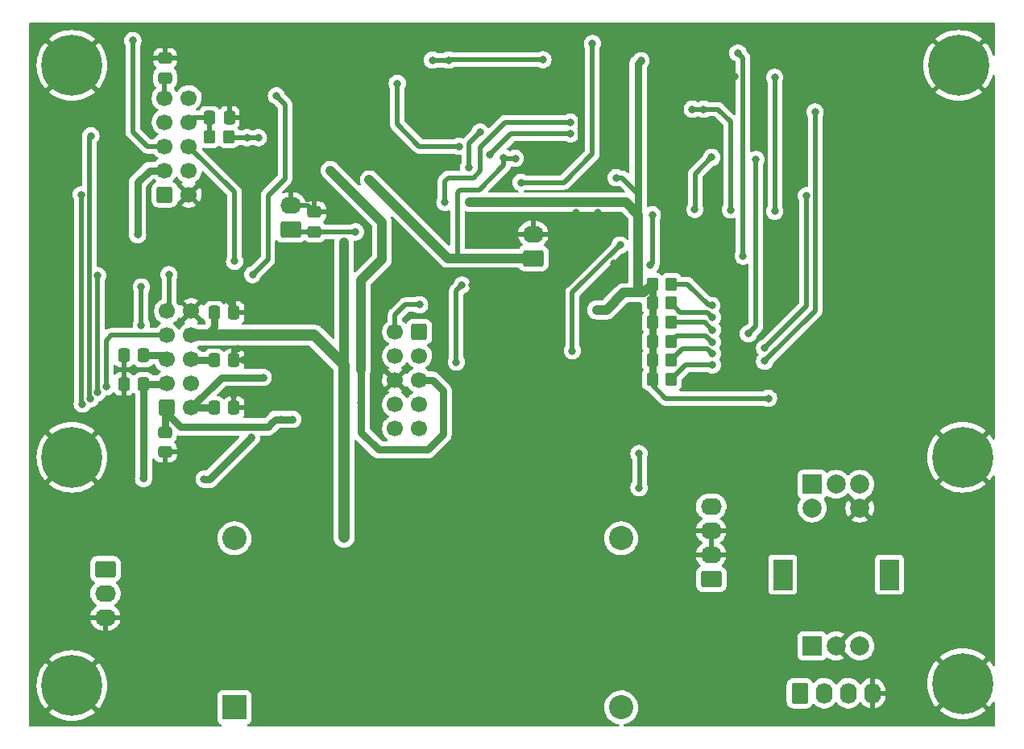
<source format=gbr>
%TF.GenerationSoftware,KiCad,Pcbnew,(6.0.0)*%
%TF.CreationDate,2022-08-08T07:24:01+02:00*%
%TF.ProjectId,K_PA_Protec,4b5f5041-5f50-4726-9f74-65632e6b6963,rev?*%
%TF.SameCoordinates,Original*%
%TF.FileFunction,Copper,L1,Top*%
%TF.FilePolarity,Positive*%
%FSLAX46Y46*%
G04 Gerber Fmt 4.6, Leading zero omitted, Abs format (unit mm)*
G04 Created by KiCad (PCBNEW (6.0.0)) date 2022-08-08 07:24:01*
%MOMM*%
%LPD*%
G01*
G04 APERTURE LIST*
G04 Aperture macros list*
%AMRoundRect*
0 Rectangle with rounded corners*
0 $1 Rounding radius*
0 $2 $3 $4 $5 $6 $7 $8 $9 X,Y pos of 4 corners*
0 Add a 4 corners polygon primitive as box body*
4,1,4,$2,$3,$4,$5,$6,$7,$8,$9,$2,$3,0*
0 Add four circle primitives for the rounded corners*
1,1,$1+$1,$2,$3*
1,1,$1+$1,$4,$5*
1,1,$1+$1,$6,$7*
1,1,$1+$1,$8,$9*
0 Add four rect primitives between the rounded corners*
20,1,$1+$1,$2,$3,$4,$5,0*
20,1,$1+$1,$4,$5,$6,$7,0*
20,1,$1+$1,$6,$7,$8,$9,0*
20,1,$1+$1,$8,$9,$2,$3,0*%
G04 Aperture macros list end*
%TA.AperFunction,SMDPad,CuDef*%
%ADD10RoundRect,0.250000X-0.350000X-0.450000X0.350000X-0.450000X0.350000X0.450000X-0.350000X0.450000X0*%
%TD*%
%TA.AperFunction,SMDPad,CuDef*%
%ADD11RoundRect,0.250000X0.337500X0.475000X-0.337500X0.475000X-0.337500X-0.475000X0.337500X-0.475000X0*%
%TD*%
%TA.AperFunction,ComponentPad*%
%ADD12C,0.800000*%
%TD*%
%TA.AperFunction,ComponentPad*%
%ADD13C,6.400000*%
%TD*%
%TA.AperFunction,SMDPad,CuDef*%
%ADD14RoundRect,0.250000X-0.337500X-0.475000X0.337500X-0.475000X0.337500X0.475000X-0.337500X0.475000X0*%
%TD*%
%TA.AperFunction,SMDPad,CuDef*%
%ADD15RoundRect,0.250000X0.475000X-0.337500X0.475000X0.337500X-0.475000X0.337500X-0.475000X-0.337500X0*%
%TD*%
%TA.AperFunction,ComponentPad*%
%ADD16R,2.000000X2.000000*%
%TD*%
%TA.AperFunction,ComponentPad*%
%ADD17C,2.000000*%
%TD*%
%TA.AperFunction,ComponentPad*%
%ADD18R,2.000000X3.200000*%
%TD*%
%TA.AperFunction,ComponentPad*%
%ADD19RoundRect,0.250000X0.845000X-0.620000X0.845000X0.620000X-0.845000X0.620000X-0.845000X-0.620000X0*%
%TD*%
%TA.AperFunction,ComponentPad*%
%ADD20O,2.190000X1.740000*%
%TD*%
%TA.AperFunction,ComponentPad*%
%ADD21RoundRect,0.250000X0.600000X0.600000X-0.600000X0.600000X-0.600000X-0.600000X0.600000X-0.600000X0*%
%TD*%
%TA.AperFunction,ComponentPad*%
%ADD22C,1.700000*%
%TD*%
%TA.AperFunction,ComponentPad*%
%ADD23RoundRect,0.250000X-0.620000X-0.845000X0.620000X-0.845000X0.620000X0.845000X-0.620000X0.845000X0*%
%TD*%
%TA.AperFunction,ComponentPad*%
%ADD24O,1.740000X2.190000*%
%TD*%
%TA.AperFunction,ComponentPad*%
%ADD25RoundRect,0.250000X-0.845000X0.620000X-0.845000X-0.620000X0.845000X-0.620000X0.845000X0.620000X0*%
%TD*%
%TA.AperFunction,ComponentPad*%
%ADD26R,2.540000X2.540000*%
%TD*%
%TA.AperFunction,ComponentPad*%
%ADD27C,2.540000*%
%TD*%
%TA.AperFunction,ComponentPad*%
%ADD28RoundRect,0.250000X-0.600000X-0.600000X0.600000X-0.600000X0.600000X0.600000X-0.600000X0.600000X0*%
%TD*%
%TA.AperFunction,ViaPad*%
%ADD29C,0.800000*%
%TD*%
%TA.AperFunction,Conductor*%
%ADD30C,0.800000*%
%TD*%
%TA.AperFunction,Conductor*%
%ADD31C,0.500000*%
%TD*%
%TA.AperFunction,Conductor*%
%ADD32C,1.200000*%
%TD*%
%TA.AperFunction,Conductor*%
%ADD33C,1.000000*%
%TD*%
G04 APERTURE END LIST*
D10*
%TO.P,R27,1*%
%TO.N,+3V3*%
X131000000Y-82000000D03*
%TO.P,R27,2*%
%TO.N,40m*%
X133000000Y-82000000D03*
%TD*%
D11*
%TO.P,C22,1*%
%TO.N,GND*%
X87037500Y-86000000D03*
%TO.P,C22,2*%
%TO.N,10m*%
X84962500Y-86000000D03*
%TD*%
D12*
%TO.P,J11,1,Pin_1*%
%TO.N,GND*%
X68302944Y-53302944D03*
X72400000Y-55000000D03*
X70000000Y-52600000D03*
X71697056Y-53302944D03*
X70000000Y-57400000D03*
X71697056Y-56697056D03*
X68302944Y-56697056D03*
D13*
X70000000Y-55000000D03*
D12*
X67600000Y-55000000D03*
%TD*%
D14*
%TO.P,C21,1*%
%TO.N,GND*%
X75462500Y-85500000D03*
%TO.P,C21,2*%
%TO.N,15m*%
X77537500Y-85500000D03*
%TD*%
D15*
%TO.P,C17,1*%
%TO.N,Net-(C17-Pad1)*%
X95500000Y-72500000D03*
%TO.P,C17,2*%
%TO.N,GND*%
X95500000Y-70425000D03*
%TD*%
D10*
%TO.P,R30,1*%
%TO.N,+3V3*%
X131000000Y-88000000D03*
%TO.P,R30,2*%
%TO.N,10m*%
X133000000Y-88000000D03*
%TD*%
D12*
%TO.P,J10,1,Pin_1*%
%TO.N,GND*%
X165297056Y-97897056D03*
X166000000Y-96200000D03*
X163600000Y-98600000D03*
X161200000Y-96200000D03*
X161902944Y-97897056D03*
D13*
X163600000Y-96200000D03*
D12*
X165297056Y-94502944D03*
X163600000Y-93800000D03*
X161902944Y-94502944D03*
%TD*%
D10*
%TO.P,R26,1*%
%TO.N,+3V3*%
X131000000Y-80000000D03*
%TO.P,R26,2*%
%TO.N,80m*%
X133000000Y-80000000D03*
%TD*%
D12*
%TO.P,J9,1,Pin_1*%
%TO.N,GND*%
X68302944Y-118502944D03*
X67600000Y-120200000D03*
X70000000Y-117800000D03*
X72400000Y-120200000D03*
X71697056Y-121897056D03*
D13*
X70000000Y-120200000D03*
D12*
X70000000Y-122600000D03*
X71697056Y-118502944D03*
X68302944Y-121897056D03*
%TD*%
D15*
%TO.P,C18,1*%
%TO.N,GND*%
X79800000Y-95637500D03*
%TO.P,C18,2*%
%TO.N,160m*%
X79800000Y-93562500D03*
%TD*%
D10*
%TO.P,R10,1*%
%TO.N,FWD*%
X84500000Y-62500000D03*
%TO.P,R10,2*%
%TO.N,Net-(R10-Pad2)*%
X86500000Y-62500000D03*
%TD*%
D12*
%TO.P,J14,1,Pin_1*%
%TO.N,GND*%
X163200000Y-52600000D03*
X160800000Y-55000000D03*
X164897056Y-53302944D03*
X164897056Y-56697056D03*
X161502944Y-53302944D03*
X163200000Y-57400000D03*
X161502944Y-56697056D03*
X165600000Y-55000000D03*
D13*
X163200000Y-55000000D03*
%TD*%
D10*
%TO.P,R28,1*%
%TO.N,+3V3*%
X131000000Y-84000000D03*
%TO.P,R28,2*%
%TO.N,20m*%
X133000000Y-84000000D03*
%TD*%
%TO.P,R25,1*%
%TO.N,+3V3*%
X131000000Y-78000000D03*
%TO.P,R25,2*%
%TO.N,160m*%
X133000000Y-78000000D03*
%TD*%
D12*
%TO.P,J12,1,Pin_1*%
%TO.N,GND*%
X163600000Y-117600000D03*
D13*
X163600000Y-120000000D03*
D12*
X161902944Y-118302944D03*
X161902944Y-121697056D03*
X166000000Y-120000000D03*
X165297056Y-118302944D03*
X161200000Y-120000000D03*
X165297056Y-121697056D03*
X163600000Y-122400000D03*
%TD*%
D11*
%TO.P,C19,1*%
%TO.N,GND*%
X87037500Y-81000000D03*
%TO.P,C19,2*%
%TO.N,+12V*%
X84962500Y-81000000D03*
%TD*%
D16*
%TO.P,SW1,1A,1A*%
%TO.N,unconnected-(SW1-Pad1A)*%
X147800000Y-99037500D03*
D17*
%TO.P,SW1,1B,1B*%
%TO.N,unconnected-(SW1-Pad1B)*%
X152800000Y-99037500D03*
%TO.P,SW1,1C,1C*%
%TO.N,unconnected-(SW1-Pad1C)*%
X150300000Y-99037500D03*
D16*
%TO.P,SW1,2A,2A*%
%TO.N,Net-(J2-Pad1)*%
X147800000Y-116037500D03*
D17*
%TO.P,SW1,2B,2B*%
%TO.N,Net-(J2-Pad2)*%
X152800000Y-116037500D03*
%TO.P,SW1,2C,2C*%
%TO.N,GND*%
X150300000Y-116037500D03*
D18*
%TO.P,SW1,MP*%
%TO.N,N/C*%
X155900000Y-108537500D03*
X144700000Y-108537500D03*
D17*
%TO.P,SW1,S1,S1*%
%TO.N,GND*%
X152800000Y-101537500D03*
%TO.P,SW1,S2,S2*%
%TO.N,Net-(J2-Pad3)*%
X147800000Y-101537500D03*
%TD*%
D15*
%TO.P,C13,1*%
%TO.N,REV*%
X79800000Y-56337500D03*
%TO.P,C13,2*%
%TO.N,GND*%
X79800000Y-54262500D03*
%TD*%
D14*
%TO.P,C23,1*%
%TO.N,GND*%
X75462500Y-88500000D03*
%TO.P,C23,2*%
%TO.N,40m*%
X77537500Y-88500000D03*
%TD*%
%TO.P,C14,1*%
%TO.N,FWD*%
X84462500Y-60500000D03*
%TO.P,C14,2*%
%TO.N,GND*%
X86537500Y-60500000D03*
%TD*%
D12*
%TO.P,J13,1,Pin_1*%
%TO.N,GND*%
X71697056Y-94502944D03*
D13*
X70000000Y-96200000D03*
D12*
X67600000Y-96200000D03*
X71697056Y-97897056D03*
X68302944Y-97897056D03*
X70000000Y-93800000D03*
X68302944Y-94502944D03*
X72400000Y-96200000D03*
X70000000Y-98600000D03*
%TD*%
D10*
%TO.P,R29,1*%
%TO.N,+3V3*%
X131000000Y-86000000D03*
%TO.P,R29,2*%
%TO.N,15m*%
X133000000Y-86000000D03*
%TD*%
D11*
%TO.P,C20,1*%
%TO.N,GND*%
X87037500Y-91000000D03*
%TO.P,C20,2*%
%TO.N,80m*%
X84962500Y-91000000D03*
%TD*%
D19*
%TO.P,J8,1,Pin_1*%
%TO.N,+12V*%
X137180000Y-109000000D03*
D20*
%TO.P,J8,2,Pin_2*%
%TO.N,GND*%
X137180000Y-106460000D03*
%TO.P,J8,3,Pin_3*%
X137180000Y-103920000D03*
%TO.P,J8,4,Pin_4*%
%TO.N,+12V*%
X137180000Y-101380000D03*
%TD*%
D19*
%TO.P,J4,1,Pin_1*%
%TO.N,Net-(C17-Pad1)*%
X92980000Y-72270000D03*
D20*
%TO.P,J4,2,Pin_2*%
%TO.N,GND*%
X92980000Y-69730000D03*
%TD*%
D21*
%TO.P,J3,1,Pin_1*%
%TO.N,D2A*%
X106500000Y-83000000D03*
D22*
%TO.P,J3,2,Pin_2*%
%TO.N,RL2*%
X103960000Y-83000000D03*
%TO.P,J3,3,Pin_3*%
%TO.N,RL3*%
X106500000Y-85540000D03*
%TO.P,J3,4,Pin_4*%
%TO.N,+12V_A*%
X103960000Y-85540000D03*
%TO.P,J3,5,Pin_5*%
%TO.N,D5B*%
X106500000Y-88080000D03*
%TO.P,J3,6,Pin_6*%
%TO.N,GND*%
X103960000Y-88080000D03*
%TO.P,J3,7,Pin_7*%
%TO.N,unconnected-(J3-Pad7)*%
X106500000Y-90620000D03*
%TO.P,J3,8,Pin_8*%
%TO.N,DRV_PWR*%
X103960000Y-90620000D03*
%TO.P,J3,9,Pin_9*%
%TO.N,unconnected-(J3-Pad9)*%
X106500000Y-93160000D03*
%TO.P,J3,10,Pin_10*%
%TO.N,unconnected-(J3-Pad10)*%
X103960000Y-93160000D03*
%TD*%
D23*
%TO.P,J2,1,Pin_1*%
%TO.N,Net-(J2-Pad1)*%
X146500000Y-121000000D03*
D24*
%TO.P,J2,2,Pin_2*%
%TO.N,Net-(J2-Pad2)*%
X149040000Y-121000000D03*
%TO.P,J2,3,Pin_3*%
%TO.N,Net-(J2-Pad3)*%
X151580000Y-121000000D03*
%TO.P,J2,4,Pin_4*%
%TO.N,GND*%
X154120000Y-121000000D03*
%TD*%
D25*
%TO.P,J7,1,Pin_1*%
%TO.N,Net-(J7-Pad1)*%
X73520000Y-107960000D03*
D20*
%TO.P,J7,2,Pin_2*%
%TO.N,unconnected-(J7-Pad2)*%
X73520000Y-110500000D03*
%TO.P,J7,3,Pin_3*%
%TO.N,GND*%
X73520000Y-113040000D03*
%TD*%
D26*
%TO.P,U6,1,Vin*%
%TO.N,+15V*%
X87080000Y-122490000D03*
D27*
%TO.P,U6,2,GND*%
%TO.N,Net-(C15-Pad1)*%
X87080000Y-104710000D03*
%TO.P,U6,3,GND*%
%TO.N,Net-(L3-Pad1)*%
X127720000Y-104710000D03*
%TO.P,U6,4,Vout*%
%TO.N,Net-(L1-Pad1)*%
X127720000Y-122490000D03*
%TD*%
D28*
%TO.P,J1,1,Pin_1*%
%TO.N,Reset*%
X79747500Y-68580000D03*
D22*
%TO.P,J1,2,Pin_2*%
%TO.N,GND*%
X82287500Y-68580000D03*
%TO.P,J1,3,Pin_3*%
%TO.N,D2A*%
X79747500Y-66040000D03*
%TO.P,J1,4,Pin_4*%
%TO.N,D5B*%
X82287500Y-66040000D03*
%TO.P,J1,5,Pin_5*%
%TO.N,D8*%
X79747500Y-63500000D03*
%TO.P,J1,6,Pin_6*%
%TO.N,SCL*%
X82287500Y-63500000D03*
%TO.P,J1,7,Pin_7*%
%TO.N,SDA*%
X79747500Y-60960000D03*
%TO.P,J1,8,Pin_8*%
%TO.N,FWD*%
X82287500Y-60960000D03*
%TO.P,J1,9,Pin_9*%
%TO.N,REV*%
X79747500Y-58420000D03*
%TO.P,J1,10,Pin_10*%
%TO.N,{slash}PTT_In*%
X82287500Y-58420000D03*
%TD*%
D28*
%TO.P,J5,1,Pin_1*%
%TO.N,160m*%
X80000000Y-91000000D03*
D22*
%TO.P,J5,2,Pin_2*%
%TO.N,80m*%
X82540000Y-91000000D03*
%TO.P,J5,3,Pin_3*%
%TO.N,40m*%
X80000000Y-88460000D03*
%TO.P,J5,4,Pin_4*%
%TO.N,20m*%
X82540000Y-88460000D03*
%TO.P,J5,5,Pin_5*%
%TO.N,15m*%
X80000000Y-85920000D03*
%TO.P,J5,6,Pin_6*%
%TO.N,10m*%
X82540000Y-85920000D03*
%TO.P,J5,7,Pin_7*%
%TO.N,6m*%
X80000000Y-83380000D03*
%TO.P,J5,8,Pin_8*%
%TO.N,+12V*%
X82540000Y-83380000D03*
%TO.P,J5,9,Pin_9*%
%TO.N,{slash}PTT_In*%
X80000000Y-80840000D03*
%TO.P,J5,10,Pin_10*%
%TO.N,GND*%
X82540000Y-80840000D03*
%TD*%
D19*
%TO.P,J6,1,Pin_1*%
%TO.N,+12V*%
X118480000Y-75270000D03*
D20*
%TO.P,J6,2,Pin_2*%
%TO.N,GND*%
X118480000Y-72730000D03*
%TD*%
D29*
%TO.N,GND*%
X88000000Y-86000000D03*
X87400000Y-84800000D03*
%TO.N,D8*%
X76400000Y-52400000D03*
%TO.N,+12V*%
X98600000Y-73600000D03*
X101262500Y-67037500D03*
X98600000Y-104600000D03*
X115400000Y-64700000D03*
X116600000Y-64770000D03*
%TO.N,Net-(C17-Pad1)*%
X99800000Y-72500000D03*
%TO.N,160m*%
X93200000Y-92200000D03*
X137259078Y-80247561D03*
X92000000Y-92200000D03*
%TO.N,80m*%
X137300000Y-81500000D03*
X90100000Y-87800000D03*
%TO.N,40m*%
X137300000Y-82800000D03*
X83900000Y-98500000D03*
X88900000Y-94100000D03*
X77537500Y-98437500D03*
%TO.N,15m*%
X77300000Y-82300000D03*
X77300000Y-78300000D03*
X137300000Y-85300000D03*
%TO.N,10m*%
X137300000Y-86500000D03*
%TO.N,{slash}PTT_In*%
X91500000Y-58200000D03*
X80200000Y-77000000D03*
X89000000Y-77000000D03*
%TO.N,Net-(D1-Pad2)*%
X107900000Y-54449500D03*
X109600000Y-54449500D03*
X119500000Y-54400000D03*
%TO.N,D2A*%
X76900000Y-72800000D03*
%TO.N,D5B*%
X100400000Y-90500000D03*
X100400000Y-87000000D03*
X97160000Y-66040000D03*
%TO.N,Net-(IC1-Pad2)*%
X140540000Y-75040000D03*
X117200000Y-67310000D03*
X124700000Y-52700000D03*
X140000000Y-53700000D03*
%TO.N,6m*%
X73600000Y-88800000D03*
%TO.N,SCL*%
X87100000Y-75600000D03*
X72700000Y-89400000D03*
X72700000Y-77100000D03*
%TO.N,SDA*%
X71941121Y-90050468D03*
X72000000Y-62400000D03*
%TO.N,Reset*%
X71000000Y-68600000D03*
X71100000Y-90600000D03*
X129600000Y-99400000D03*
X129600000Y-95800000D03*
%TO.N,Net-(IC1-Pad21)*%
X142800000Y-86100000D03*
X148100000Y-59900000D03*
%TO.N,Net-(IC1-Pad22)*%
X147200000Y-68700000D03*
X142800000Y-84700000D03*
%TO.N,20m*%
X137300000Y-84100000D03*
%TO.N,D8*%
X137230000Y-64670000D03*
X135460000Y-70140000D03*
%TO.N,RL2*%
X106537500Y-80162500D03*
%TO.N,Net-(Q1-Pad1)*%
X122600000Y-85000000D03*
X130800000Y-76000000D03*
X127600000Y-73900000D03*
X131000000Y-70700000D03*
%TO.N,Net-(R10-Pad2)*%
X88400000Y-62600000D03*
X89600000Y-62600000D03*
%TO.N,Net-(R16-Pad2)*%
X110400000Y-86200000D03*
X111000000Y-78100000D03*
%TO.N,Net-(R17-Pad2)*%
X122400000Y-60960000D03*
X109200000Y-69400000D03*
%TO.N,Net-(RV12-Pad2)*%
X104200000Y-56900000D03*
X110700000Y-63500000D03*
%TO.N,Net-(RV14-Pad2)*%
X113949500Y-64400688D03*
X122400000Y-62200000D03*
%TO.N,Net-(U2-Pad2)*%
X141100000Y-83200000D03*
X141900000Y-64900000D03*
%TO.N,Net-(U2-Pad10)*%
X139200000Y-70200000D03*
X135200000Y-59600000D03*
X136400000Y-59600000D03*
%TO.N,GND*%
X108000000Y-78600000D03*
X126975000Y-77975000D03*
X123000000Y-70499500D03*
X138088237Y-94688237D03*
X145937500Y-70237500D03*
X123400000Y-56449500D03*
X113100000Y-78100000D03*
X95500000Y-70425000D03*
X126975000Y-75825000D03*
X101100000Y-74100000D03*
X108000000Y-77200000D03*
X143962500Y-53762500D03*
X111762500Y-55600000D03*
X89200000Y-81600000D03*
X109799312Y-65399312D03*
X107800000Y-66000000D03*
X95000000Y-55400000D03*
X113437500Y-82037500D03*
X95000000Y-53000000D03*
X112100000Y-78100000D03*
X138500000Y-56200000D03*
X120500000Y-83000000D03*
X139690500Y-56210790D03*
X134690000Y-61110000D03*
X127500000Y-83100000D03*
X125250000Y-70499500D03*
X104000000Y-64400000D03*
X100837500Y-64962500D03*
X149400000Y-95800000D03*
X113437500Y-85937500D03*
X149400000Y-94600000D03*
X149400000Y-93400000D03*
X112200000Y-85900000D03*
X138000000Y-95800000D03*
X87037500Y-89662500D03*
X145937500Y-73562500D03*
X110749312Y-61050688D03*
X112237500Y-82037500D03*
X123400000Y-63500000D03*
X111762500Y-56962500D03*
X138000000Y-93615000D03*
X95000000Y-54400000D03*
%TO.N,+3V3*%
X111700000Y-65700000D03*
X129800000Y-54500000D03*
X127200000Y-66800000D03*
X129500000Y-78900000D03*
X143862500Y-70337500D03*
X111800000Y-69400000D03*
X143200000Y-90000000D03*
X143862500Y-56262500D03*
X128000000Y-78900000D03*
X112900000Y-62000000D03*
X125150000Y-80700000D03*
%TD*%
D30*
%TO.N,80m*%
X85740000Y-87800000D02*
X90100000Y-87800000D01*
X82540000Y-91000000D02*
X85740000Y-87800000D01*
D31*
%TO.N,GND*%
X87037500Y-91000000D02*
X90000000Y-91000000D01*
D30*
%TO.N,160m*%
X79800000Y-91200000D02*
X80000000Y-91000000D01*
X79800000Y-93562500D02*
X79800000Y-91200000D01*
D31*
%TO.N,GND*%
X87037500Y-86000000D02*
X88000000Y-86000000D01*
X87037500Y-85162500D02*
X87400000Y-84800000D01*
X87037500Y-86000000D02*
X87037500Y-85162500D01*
%TO.N,D8*%
X76400000Y-52400000D02*
X76400000Y-62000000D01*
D32*
%TO.N,+12V*%
X98600000Y-94000000D02*
X98600000Y-104600000D01*
D31*
X110500000Y-68400000D02*
X110500000Y-75270000D01*
D32*
X95480000Y-83380000D02*
X98600000Y-86500000D01*
D30*
X82540000Y-83380000D02*
X84120000Y-83380000D01*
D31*
X110800000Y-68100000D02*
X110500000Y-68400000D01*
X112800000Y-68100000D02*
X110800000Y-68100000D01*
D32*
X98600000Y-86500000D02*
X98600000Y-94000000D01*
D33*
X109495000Y-75270000D02*
X118480000Y-75270000D01*
D31*
X116600000Y-64770000D02*
X115470000Y-64770000D01*
D33*
X98600000Y-73600000D02*
X98600000Y-94000000D01*
D31*
X110500000Y-75270000D02*
X118480000Y-75270000D01*
X115400000Y-65500000D02*
X112800000Y-68100000D01*
D32*
X82540000Y-83380000D02*
X95480000Y-83380000D01*
D30*
X84962500Y-82537500D02*
X84962500Y-81000000D01*
D33*
X101262500Y-67037500D02*
X109495000Y-75270000D01*
D31*
X115470000Y-64770000D02*
X115400000Y-64700000D01*
X115400000Y-64700000D02*
X115400000Y-65500000D01*
D30*
X84120000Y-83380000D02*
X84962500Y-82537500D01*
D31*
%TO.N,REV*%
X79747500Y-58420000D02*
X79747500Y-56390000D01*
X79747500Y-56390000D02*
X79800000Y-56337500D01*
%TO.N,FWD*%
X84462500Y-60500000D02*
X82747500Y-60500000D01*
X82747500Y-60500000D02*
X82287500Y-60960000D01*
X84500000Y-62500000D02*
X84500000Y-60537500D01*
X84500000Y-60537500D02*
X84462500Y-60500000D01*
%TO.N,Net-(C17-Pad1)*%
X95500000Y-72500000D02*
X99800000Y-72500000D01*
X93210000Y-72500000D02*
X92980000Y-72270000D01*
X95500000Y-72500000D02*
X93210000Y-72500000D01*
%TO.N,160m*%
X133000000Y-78000000D02*
X134700000Y-78000000D01*
D30*
X91400000Y-92200000D02*
X92000000Y-92200000D01*
X80000000Y-91600000D02*
X81400000Y-93000000D01*
X90600000Y-93000000D02*
X91000000Y-92600000D01*
D31*
X136947561Y-80247561D02*
X137259078Y-80247561D01*
D30*
X80000000Y-91000000D02*
X80000000Y-91600000D01*
X92000000Y-92200000D02*
X93200000Y-92200000D01*
X81400000Y-93000000D02*
X90600000Y-93000000D01*
D31*
X134700000Y-78000000D02*
X136947561Y-80247561D01*
D30*
X91000000Y-92600000D02*
X91400000Y-92200000D01*
D31*
%TO.N,80m*%
X136745239Y-80945239D02*
X137300000Y-81500000D01*
X133945239Y-80945239D02*
X136745239Y-80945239D01*
D30*
X84962500Y-91000000D02*
X82540000Y-91000000D01*
D31*
X133000000Y-80000000D02*
X133945239Y-80945239D01*
D30*
%TO.N,40m*%
X79960000Y-88500000D02*
X80000000Y-88460000D01*
X77537500Y-88500000D02*
X79960000Y-88500000D01*
X77537500Y-88500000D02*
X77537500Y-98437500D01*
X88900000Y-94100000D02*
X84500000Y-98500000D01*
X84500000Y-98500000D02*
X83900000Y-98500000D01*
D31*
X136500000Y-82000000D02*
X137300000Y-82800000D01*
X133000000Y-82000000D02*
X136500000Y-82000000D01*
%TO.N,15m*%
X77300000Y-82300000D02*
X77300000Y-78300000D01*
D30*
X79580000Y-85500000D02*
X80000000Y-85920000D01*
D31*
X133000000Y-86000000D02*
X134200000Y-84800000D01*
D30*
X77537500Y-85500000D02*
X79580000Y-85500000D01*
D31*
X136800000Y-84800000D02*
X137300000Y-85300000D01*
X134200000Y-84800000D02*
X136800000Y-84800000D01*
D30*
%TO.N,10m*%
X84962500Y-86000000D02*
X82620000Y-86000000D01*
D31*
X134500000Y-86500000D02*
X137300000Y-86500000D01*
X133000000Y-88000000D02*
X134500000Y-86500000D01*
D30*
X82620000Y-86000000D02*
X82540000Y-85920000D01*
D31*
%TO.N,{slash}PTT_In*%
X80200000Y-80640000D02*
X80000000Y-80840000D01*
X90600000Y-75400000D02*
X90600000Y-68700000D01*
X89000000Y-77000000D02*
X90600000Y-75400000D01*
X92400000Y-59100000D02*
X91500000Y-58200000D01*
X80200000Y-77000000D02*
X80200000Y-80640000D01*
X90600000Y-68700000D02*
X92400000Y-66900000D01*
X92400000Y-66900000D02*
X92400000Y-59100000D01*
%TO.N,Net-(D1-Pad2)*%
X109649500Y-54400000D02*
X109600000Y-54449500D01*
X109600000Y-54449500D02*
X107900000Y-54449500D01*
X119500000Y-54400000D02*
X109649500Y-54400000D01*
D30*
%TO.N,D2A*%
X78160000Y-66040000D02*
X79747500Y-66040000D01*
X76900000Y-67300000D02*
X78160000Y-66040000D01*
X76900000Y-72800000D02*
X76900000Y-67300000D01*
%TO.N,D5B*%
X109000000Y-93800000D02*
X109000000Y-89200000D01*
X107880000Y-88080000D02*
X106500000Y-88080000D01*
D33*
X97160000Y-66040000D02*
X102600000Y-71480000D01*
D30*
X100400000Y-88600000D02*
X100400000Y-93600000D01*
X107400000Y-95400000D02*
X109000000Y-93800000D01*
X109000000Y-89200000D02*
X107880000Y-88080000D01*
X102200000Y-95400000D02*
X107400000Y-95400000D01*
X100400000Y-93600000D02*
X102200000Y-95400000D01*
X100400000Y-87000000D02*
X100400000Y-88600000D01*
D33*
X102600000Y-75400000D02*
X100400000Y-77600000D01*
X102600000Y-71480000D02*
X102600000Y-75400000D01*
X100400000Y-77600000D02*
X100400000Y-87000000D01*
D31*
%TO.N,Net-(IC1-Pad2)*%
X140540000Y-54240000D02*
X140000000Y-53700000D01*
X140540000Y-75040000D02*
X140540000Y-54240000D01*
X117200000Y-67310000D02*
X121690000Y-67310000D01*
X124700000Y-64300000D02*
X124700000Y-52700000D01*
X121690000Y-67310000D02*
X124700000Y-64300000D01*
%TO.N,6m*%
X74120000Y-83380000D02*
X80000000Y-83380000D01*
X73600000Y-83900000D02*
X74120000Y-83380000D01*
X73600000Y-88800000D02*
X73600000Y-83900000D01*
%TO.N,SCL*%
X87100000Y-68312500D02*
X87100000Y-75600000D01*
X72700000Y-77100000D02*
X72700000Y-89400000D01*
X82287500Y-63500000D02*
X87100000Y-68312500D01*
%TO.N,SDA*%
X71850499Y-89959846D02*
X71941121Y-90050468D01*
X72000000Y-62400000D02*
X71850499Y-62549501D01*
X71850499Y-62549501D02*
X71850499Y-89959846D01*
%TO.N,Reset*%
X129700000Y-95900000D02*
X129700000Y-99300000D01*
X71000000Y-90500000D02*
X71100000Y-90600000D01*
X129700000Y-99300000D02*
X129600000Y-99400000D01*
X71000000Y-68600000D02*
X71000000Y-90500000D01*
X129600000Y-95800000D02*
X129700000Y-95900000D01*
%TO.N,Net-(IC1-Pad21)*%
X142800000Y-86100000D02*
X148100000Y-80800000D01*
X148100000Y-80800000D02*
X148100000Y-59900000D01*
%TO.N,Net-(IC1-Pad22)*%
X142800000Y-84700000D02*
X147200000Y-80300000D01*
X147200000Y-80300000D02*
X147200000Y-68700000D01*
%TO.N,20m*%
X136600000Y-83400000D02*
X137300000Y-84100000D01*
X133600000Y-83400000D02*
X136600000Y-83400000D01*
X133000000Y-84000000D02*
X133600000Y-83400000D01*
%TO.N,D8*%
X79747500Y-63500000D02*
X77900000Y-63500000D01*
X77900000Y-63500000D02*
X76400000Y-62000000D01*
X137230000Y-64670000D02*
X135500000Y-66400000D01*
X135500000Y-70100000D02*
X135460000Y-70140000D01*
X135500000Y-66400000D02*
X135500000Y-70100000D01*
%TO.N,RL2*%
X106537500Y-80162500D02*
X105037500Y-80162500D01*
X103960000Y-81240000D02*
X103960000Y-83000000D01*
X105037500Y-80162500D02*
X103960000Y-81240000D01*
%TO.N,Net-(Q1-Pad1)*%
X122600000Y-78900000D02*
X122600000Y-85000000D01*
X131000000Y-70700000D02*
X131000000Y-75800000D01*
X127600000Y-73900000D02*
X122600000Y-78900000D01*
X131000000Y-75800000D02*
X130800000Y-76000000D01*
%TO.N,Net-(R10-Pad2)*%
X88400000Y-62600000D02*
X89600000Y-62600000D01*
X86500000Y-62500000D02*
X86600000Y-62600000D01*
X86600000Y-62600000D02*
X88400000Y-62600000D01*
%TO.N,Net-(R16-Pad2)*%
X110400000Y-86200000D02*
X110400000Y-78700000D01*
X110400000Y-78700000D02*
X111000000Y-78100000D01*
%TO.N,Net-(R17-Pad2)*%
X109600000Y-66800000D02*
X109200000Y-67200000D01*
X112900000Y-66100000D02*
X112200000Y-66800000D01*
X112900000Y-63600000D02*
X112900000Y-66100000D01*
X109200000Y-67200000D02*
X109200000Y-69400000D01*
X122400000Y-60960000D02*
X115540000Y-60960000D01*
X115540000Y-60960000D02*
X112900000Y-63600000D01*
X112200000Y-66800000D02*
X109600000Y-66800000D01*
%TO.N,Net-(RV12-Pad2)*%
X104200000Y-61200000D02*
X106500000Y-63500000D01*
X106500000Y-63500000D02*
X110700000Y-63500000D01*
X104200000Y-56900000D02*
X104200000Y-61200000D01*
%TO.N,Net-(RV14-Pad2)*%
X113949500Y-64400688D02*
X116150188Y-62200000D01*
X116150188Y-62200000D02*
X122400000Y-62200000D01*
%TO.N,Net-(U2-Pad2)*%
X141900000Y-82400000D02*
X141100000Y-83200000D01*
X141900000Y-64900000D02*
X141900000Y-82400000D01*
%TO.N,Net-(U2-Pad10)*%
X136400000Y-59600000D02*
X135200000Y-59600000D01*
X139200000Y-60900000D02*
X139200000Y-70200000D01*
X136400000Y-59600000D02*
X137900000Y-59600000D01*
X137900000Y-59600000D02*
X139200000Y-60900000D01*
%TO.N,GND*%
X99525000Y-70425000D02*
X95500000Y-70425000D01*
X87037500Y-81000000D02*
X87037500Y-80437500D01*
X87037500Y-81000000D02*
X88600000Y-81000000D01*
X84180000Y-79200000D02*
X82540000Y-80840000D01*
X101100000Y-72000000D02*
X99525000Y-70425000D01*
X123400000Y-63500000D02*
X123400000Y-56449500D01*
X88600000Y-81000000D02*
X89200000Y-81600000D01*
X101100000Y-74100000D02*
X101100000Y-72000000D01*
X92980000Y-69730000D02*
X94805000Y-69730000D01*
X85800000Y-79200000D02*
X84180000Y-79200000D01*
X94805000Y-69730000D02*
X95500000Y-70425000D01*
X87037500Y-80437500D02*
X85800000Y-79200000D01*
X87037500Y-91000000D02*
X87037500Y-89662500D01*
%TO.N,+3V3*%
X127200000Y-66800000D02*
X127800000Y-66800000D01*
X127800000Y-66800000D02*
X129500000Y-68500000D01*
D30*
X131000000Y-84000000D02*
X131000000Y-82000000D01*
X129500000Y-70700000D02*
X129500000Y-68500000D01*
D31*
X112900000Y-62000000D02*
X111700000Y-63200000D01*
D30*
X131000000Y-82000000D02*
X131000000Y-80000000D01*
D31*
X132400000Y-90000000D02*
X143200000Y-90000000D01*
D33*
X126200000Y-80700000D02*
X128000000Y-78900000D01*
X129500000Y-78900000D02*
X130100000Y-78900000D01*
X129500000Y-78900000D02*
X129500000Y-75200000D01*
D31*
X143862500Y-70337500D02*
X143862500Y-56262500D01*
D30*
X131000000Y-84000000D02*
X131000000Y-86000000D01*
X131000000Y-80000000D02*
X131000000Y-78000000D01*
D33*
X130100000Y-78900000D02*
X131000000Y-78000000D01*
D30*
X129500000Y-54800000D02*
X129800000Y-54500000D01*
X131000000Y-86000000D02*
X131000000Y-88000000D01*
D31*
X131000000Y-88600000D02*
X132400000Y-90000000D01*
D30*
X129500000Y-68500000D02*
X129500000Y-54800000D01*
D33*
X129500000Y-78900000D02*
X128000000Y-78900000D01*
X125150000Y-80700000D02*
X126200000Y-80700000D01*
D31*
X131000000Y-88000000D02*
X131000000Y-88600000D01*
D33*
X128200000Y-69400000D02*
X129500000Y-70700000D01*
D31*
X111700000Y-63200000D02*
X111700000Y-65700000D01*
D33*
X129500000Y-75200000D02*
X129500000Y-70700000D01*
X111800000Y-69400000D02*
X128200000Y-69400000D01*
%TD*%
%TA.AperFunction,Conductor*%
%TO.N,GND*%
G36*
X166934121Y-50528002D02*
G01*
X166980614Y-50581658D01*
X166992000Y-50634000D01*
X166992000Y-53868259D01*
X166971998Y-53936380D01*
X166918342Y-53982873D01*
X166848068Y-53992977D01*
X166783488Y-53963483D01*
X166744293Y-53900870D01*
X166732212Y-53855784D01*
X166730171Y-53849502D01*
X166593260Y-53492836D01*
X166590578Y-53486811D01*
X166417128Y-53146397D01*
X166413831Y-53140687D01*
X166205747Y-52820265D01*
X166201877Y-52814939D01*
X166008522Y-52576165D01*
X165996267Y-52567700D01*
X165985176Y-52574034D01*
X163572022Y-54987188D01*
X163564408Y-55001132D01*
X163564539Y-55002965D01*
X163568790Y-55009580D01*
X165984310Y-57425100D01*
X165997386Y-57432241D01*
X166007753Y-57424784D01*
X166201877Y-57185061D01*
X166205747Y-57179735D01*
X166413831Y-56859313D01*
X166417128Y-56853603D01*
X166590578Y-56513189D01*
X166593260Y-56507164D01*
X166730171Y-56150498D01*
X166732212Y-56144216D01*
X166744293Y-56099130D01*
X166781245Y-56038507D01*
X166845105Y-56007486D01*
X166915600Y-56015914D01*
X166970347Y-56061117D01*
X166992000Y-56131741D01*
X166992000Y-94189674D01*
X166971998Y-94257795D01*
X166918342Y-94304288D01*
X166848068Y-94314392D01*
X166783488Y-94284898D01*
X166760327Y-94258298D01*
X166605747Y-94020265D01*
X166601877Y-94014939D01*
X166408522Y-93776165D01*
X166396267Y-93767700D01*
X166385176Y-93774034D01*
X163972022Y-96187188D01*
X163964408Y-96201132D01*
X163964539Y-96202965D01*
X163968790Y-96209580D01*
X166384310Y-98625100D01*
X166397386Y-98632241D01*
X166407753Y-98624784D01*
X166601877Y-98385061D01*
X166605747Y-98379735D01*
X166760327Y-98141702D01*
X166814204Y-98095465D01*
X166884525Y-98085695D01*
X166948965Y-98115495D01*
X166987064Y-98175403D01*
X166992000Y-98210326D01*
X166992000Y-117989674D01*
X166971998Y-118057795D01*
X166918342Y-118104288D01*
X166848068Y-118114392D01*
X166783488Y-118084898D01*
X166760327Y-118058298D01*
X166605747Y-117820265D01*
X166601877Y-117814939D01*
X166408522Y-117576165D01*
X166396267Y-117567700D01*
X166385176Y-117574034D01*
X163972022Y-119987188D01*
X163964408Y-120001132D01*
X163964539Y-120002965D01*
X163968790Y-120009580D01*
X166384310Y-122425100D01*
X166397386Y-122432241D01*
X166407753Y-122424784D01*
X166601877Y-122185061D01*
X166605747Y-122179735D01*
X166760327Y-121941702D01*
X166814204Y-121895465D01*
X166884525Y-121885695D01*
X166948965Y-121915495D01*
X166987064Y-121975403D01*
X166992000Y-122010326D01*
X166992000Y-124366000D01*
X166971998Y-124434121D01*
X166918342Y-124480614D01*
X166866000Y-124492000D01*
X128074235Y-124492000D01*
X128006114Y-124471998D01*
X127959621Y-124418342D01*
X127949517Y-124348068D01*
X127979011Y-124283488D01*
X128038737Y-124245104D01*
X128044880Y-124243637D01*
X128045015Y-124243622D01*
X128045733Y-124243433D01*
X128296124Y-124177511D01*
X128296126Y-124177510D01*
X128300647Y-124176320D01*
X128304944Y-124174474D01*
X128539229Y-124073817D01*
X128539231Y-124073816D01*
X128543523Y-124071972D01*
X128768307Y-123932871D01*
X128833460Y-123877715D01*
X128966496Y-123765093D01*
X128966498Y-123765091D01*
X128970063Y-123762073D01*
X129144356Y-123563329D01*
X129218367Y-123448267D01*
X129284831Y-123344936D01*
X129287359Y-123341006D01*
X129395930Y-123099988D01*
X129467683Y-122845570D01*
X129473813Y-122797386D01*
X161167759Y-122797386D01*
X161175216Y-122807753D01*
X161414935Y-123001874D01*
X161420272Y-123005751D01*
X161740685Y-123213830D01*
X161746394Y-123217127D01*
X162086811Y-123390578D01*
X162092836Y-123393260D01*
X162449502Y-123530171D01*
X162455784Y-123532212D01*
X162824816Y-123631094D01*
X162831266Y-123632465D01*
X163208629Y-123692234D01*
X163215167Y-123692920D01*
X163596699Y-123712916D01*
X163603301Y-123712916D01*
X163984833Y-123692920D01*
X163991371Y-123692234D01*
X164368734Y-123632465D01*
X164375184Y-123631094D01*
X164744216Y-123532212D01*
X164750498Y-123530171D01*
X165107164Y-123393260D01*
X165113189Y-123390578D01*
X165453606Y-123217127D01*
X165459315Y-123213830D01*
X165779728Y-123005751D01*
X165785065Y-123001874D01*
X166023835Y-122808522D01*
X166032300Y-122796267D01*
X166025966Y-122785176D01*
X163612812Y-120372022D01*
X163598868Y-120364408D01*
X163597035Y-120364539D01*
X163590420Y-120368790D01*
X161174900Y-122784310D01*
X161167759Y-122797386D01*
X129473813Y-122797386D01*
X129485861Y-122702680D01*
X129500645Y-122586471D01*
X129500645Y-122586465D01*
X129501043Y-122583340D01*
X129501212Y-122576911D01*
X129503109Y-122504420D01*
X129503487Y-122490000D01*
X129499195Y-122432241D01*
X129484243Y-122231036D01*
X129484242Y-122231032D01*
X129483897Y-122226384D01*
X129425557Y-121968559D01*
X129423381Y-121962964D01*
X129397107Y-121895400D01*
X145121500Y-121895400D01*
X145121837Y-121898646D01*
X145121837Y-121898650D01*
X145129564Y-121973116D01*
X145132474Y-122001166D01*
X145134655Y-122007702D01*
X145134655Y-122007704D01*
X145149968Y-122053603D01*
X145188450Y-122168946D01*
X145281522Y-122319348D01*
X145406697Y-122444305D01*
X145412927Y-122448145D01*
X145412928Y-122448146D01*
X145550090Y-122532694D01*
X145557262Y-122537115D01*
X145599815Y-122551229D01*
X145718611Y-122590632D01*
X145718613Y-122590632D01*
X145725139Y-122592797D01*
X145731975Y-122593497D01*
X145731978Y-122593498D01*
X145775031Y-122597909D01*
X145829600Y-122603500D01*
X147170400Y-122603500D01*
X147173646Y-122603163D01*
X147173650Y-122603163D01*
X147269308Y-122593238D01*
X147269312Y-122593237D01*
X147276166Y-122592526D01*
X147282702Y-122590345D01*
X147282704Y-122590345D01*
X147414806Y-122546272D01*
X147443946Y-122536550D01*
X147594348Y-122443478D01*
X147719305Y-122318303D01*
X147796749Y-122192667D01*
X147812115Y-122167738D01*
X147814262Y-122169062D01*
X147853312Y-122124710D01*
X147921589Y-122105248D01*
X147989549Y-122125788D01*
X148011761Y-122144272D01*
X148119590Y-122257306D01*
X148119602Y-122257316D01*
X148123276Y-122261168D01*
X148310965Y-122400813D01*
X148315716Y-122403229D01*
X148315720Y-122403231D01*
X148514744Y-122504420D01*
X148519500Y-122506838D01*
X148742917Y-122576210D01*
X148748204Y-122576911D01*
X148748205Y-122576911D01*
X148969545Y-122606248D01*
X148969549Y-122606248D01*
X148974829Y-122606948D01*
X148980158Y-122606748D01*
X148980160Y-122606748D01*
X149091716Y-122602560D01*
X149208604Y-122598172D01*
X149311019Y-122576683D01*
X149432332Y-122551229D01*
X149432335Y-122551228D01*
X149437559Y-122550132D01*
X149655146Y-122464203D01*
X149764860Y-122397627D01*
X149850583Y-122345609D01*
X149850586Y-122345607D01*
X149855144Y-122342841D01*
X150031834Y-122189517D01*
X150180165Y-122008614D01*
X150182801Y-122003984D01*
X150182804Y-122003979D01*
X150201301Y-121971484D01*
X150252384Y-121922178D01*
X150322015Y-121908317D01*
X150388085Y-121934301D01*
X150415323Y-121963450D01*
X150501798Y-122091896D01*
X150663276Y-122261168D01*
X150850965Y-122400813D01*
X150855716Y-122403229D01*
X150855720Y-122403231D01*
X151054744Y-122504420D01*
X151059500Y-122506838D01*
X151282917Y-122576210D01*
X151288204Y-122576911D01*
X151288205Y-122576911D01*
X151509545Y-122606248D01*
X151509549Y-122606248D01*
X151514829Y-122606948D01*
X151520158Y-122606748D01*
X151520160Y-122606748D01*
X151631716Y-122602560D01*
X151748604Y-122598172D01*
X151851019Y-122576683D01*
X151972332Y-122551229D01*
X151972335Y-122551228D01*
X151977559Y-122550132D01*
X152195146Y-122464203D01*
X152304860Y-122397627D01*
X152390583Y-122345609D01*
X152390586Y-122345607D01*
X152395144Y-122342841D01*
X152571834Y-122189517D01*
X152720165Y-122008614D01*
X152722968Y-122003691D01*
X152741577Y-121970999D01*
X152792659Y-121921693D01*
X152862289Y-121907831D01*
X152928360Y-121933814D01*
X152955599Y-121962964D01*
X153039210Y-122087155D01*
X153045871Y-122095441D01*
X153199924Y-122256930D01*
X153207892Y-122263979D01*
X153386952Y-122397203D01*
X153395982Y-122402802D01*
X153594931Y-122503953D01*
X153604792Y-122507956D01*
X153817929Y-122574138D01*
X153828309Y-122576420D01*
X153848043Y-122579036D01*
X153862207Y-122576840D01*
X153866000Y-122563655D01*
X153866000Y-122561627D01*
X154374000Y-122561627D01*
X154377973Y-122575158D01*
X154388580Y-122576683D01*
X154512188Y-122550748D01*
X154522384Y-122547688D01*
X154729952Y-122465716D01*
X154739489Y-122460982D01*
X154930285Y-122345204D01*
X154938878Y-122338938D01*
X155107441Y-122192667D01*
X155114861Y-122185036D01*
X155256368Y-122012458D01*
X155262393Y-122003691D01*
X155372797Y-121809738D01*
X155377262Y-121800074D01*
X155453410Y-121590289D01*
X155456181Y-121580021D01*
X155496106Y-121359234D01*
X155497039Y-121351005D01*
X155497930Y-121332126D01*
X155498000Y-121329151D01*
X155498000Y-121272115D01*
X155493525Y-121256876D01*
X155492135Y-121255671D01*
X155484452Y-121254000D01*
X154392115Y-121254000D01*
X154376876Y-121258475D01*
X154375671Y-121259865D01*
X154374000Y-121267548D01*
X154374000Y-122561627D01*
X153866000Y-122561627D01*
X153866000Y-120727885D01*
X154374000Y-120727885D01*
X154378475Y-120743124D01*
X154379865Y-120744329D01*
X154387548Y-120746000D01*
X155479885Y-120746000D01*
X155495124Y-120741525D01*
X155496329Y-120740135D01*
X155498000Y-120732452D01*
X155498000Y-120718946D01*
X155497775Y-120713637D01*
X155483661Y-120547293D01*
X155481871Y-120536821D01*
X155425802Y-120320798D01*
X155422266Y-120310758D01*
X155330601Y-120107268D01*
X155325432Y-120097982D01*
X155261689Y-120003301D01*
X159887084Y-120003301D01*
X159907080Y-120384833D01*
X159907766Y-120391371D01*
X159967535Y-120768734D01*
X159968906Y-120775184D01*
X160067788Y-121144216D01*
X160069829Y-121150498D01*
X160206740Y-121507164D01*
X160209422Y-121513189D01*
X160382872Y-121853603D01*
X160386169Y-121859313D01*
X160594253Y-122179735D01*
X160598123Y-122185061D01*
X160791478Y-122423835D01*
X160803733Y-122432300D01*
X160814824Y-122425966D01*
X163227978Y-120012812D01*
X163235592Y-119998868D01*
X163235461Y-119997035D01*
X163231210Y-119990420D01*
X160815690Y-117574900D01*
X160802614Y-117567759D01*
X160792247Y-117575216D01*
X160598123Y-117814939D01*
X160594253Y-117820265D01*
X160386169Y-118140687D01*
X160382872Y-118146397D01*
X160209422Y-118486811D01*
X160206740Y-118492836D01*
X160069829Y-118849502D01*
X160067788Y-118855784D01*
X159968906Y-119224816D01*
X159967535Y-119231266D01*
X159907766Y-119608629D01*
X159907080Y-119615167D01*
X159887084Y-119996699D01*
X159887084Y-120003301D01*
X155261689Y-120003301D01*
X155200790Y-119912845D01*
X155194129Y-119904559D01*
X155040076Y-119743070D01*
X155032108Y-119736021D01*
X154853048Y-119602797D01*
X154844018Y-119597198D01*
X154645069Y-119496047D01*
X154635208Y-119492044D01*
X154422071Y-119425862D01*
X154411691Y-119423580D01*
X154391957Y-119420964D01*
X154377793Y-119423160D01*
X154374000Y-119436345D01*
X154374000Y-120727885D01*
X153866000Y-120727885D01*
X153866000Y-119438373D01*
X153862027Y-119424842D01*
X153851420Y-119423317D01*
X153727812Y-119449252D01*
X153717616Y-119452312D01*
X153510048Y-119534284D01*
X153500511Y-119539018D01*
X153309715Y-119654796D01*
X153301122Y-119661062D01*
X153132559Y-119807333D01*
X153125139Y-119814964D01*
X152983632Y-119987542D01*
X152977607Y-119996309D01*
X152959011Y-120028978D01*
X152907929Y-120078285D01*
X152838298Y-120092146D01*
X152772227Y-120066163D01*
X152744989Y-120037013D01*
X152700142Y-119970399D01*
X152658202Y-119908104D01*
X152496724Y-119738832D01*
X152309035Y-119599187D01*
X152304284Y-119596771D01*
X152304280Y-119596769D01*
X152105256Y-119495580D01*
X152105255Y-119495580D01*
X152100500Y-119493162D01*
X151877083Y-119423790D01*
X151871796Y-119423089D01*
X151871795Y-119423089D01*
X151650455Y-119393752D01*
X151650451Y-119393752D01*
X151645171Y-119393052D01*
X151639842Y-119393252D01*
X151639840Y-119393252D01*
X151544346Y-119396837D01*
X151411396Y-119401828D01*
X151327411Y-119419450D01*
X151187668Y-119448771D01*
X151187665Y-119448772D01*
X151182441Y-119449868D01*
X150964854Y-119535797D01*
X150960290Y-119538566D01*
X150960291Y-119538566D01*
X150769417Y-119654391D01*
X150769414Y-119654393D01*
X150764856Y-119657159D01*
X150588166Y-119810483D01*
X150439835Y-119991386D01*
X150437199Y-119996016D01*
X150437196Y-119996021D01*
X150418699Y-120028516D01*
X150367616Y-120077822D01*
X150297985Y-120091683D01*
X150231915Y-120065699D01*
X150204677Y-120036550D01*
X150171444Y-119987188D01*
X150118202Y-119908104D01*
X149956724Y-119738832D01*
X149769035Y-119599187D01*
X149764284Y-119596771D01*
X149764280Y-119596769D01*
X149565256Y-119495580D01*
X149565255Y-119495580D01*
X149560500Y-119493162D01*
X149337083Y-119423790D01*
X149331796Y-119423089D01*
X149331795Y-119423089D01*
X149110455Y-119393752D01*
X149110451Y-119393752D01*
X149105171Y-119393052D01*
X149099842Y-119393252D01*
X149099840Y-119393252D01*
X149004346Y-119396837D01*
X148871396Y-119401828D01*
X148787411Y-119419450D01*
X148647668Y-119448771D01*
X148647665Y-119448772D01*
X148642441Y-119449868D01*
X148424854Y-119535797D01*
X148420290Y-119538566D01*
X148420291Y-119538566D01*
X148229417Y-119654391D01*
X148229414Y-119654393D01*
X148224856Y-119657159D01*
X148048166Y-119810483D01*
X148027686Y-119835461D01*
X148017593Y-119847770D01*
X147958933Y-119887764D01*
X147887962Y-119889695D01*
X147827214Y-119852950D01*
X147812267Y-119830610D01*
X147811550Y-119831054D01*
X147722332Y-119686880D01*
X147718478Y-119680652D01*
X147593303Y-119555695D01*
X147557840Y-119533835D01*
X147448968Y-119466725D01*
X147448966Y-119466724D01*
X147442738Y-119462885D01*
X147347409Y-119431266D01*
X147281389Y-119409368D01*
X147281387Y-119409368D01*
X147274861Y-119407203D01*
X147268025Y-119406503D01*
X147268022Y-119406502D01*
X147220449Y-119401628D01*
X147170400Y-119396500D01*
X145829600Y-119396500D01*
X145826354Y-119396837D01*
X145826350Y-119396837D01*
X145730692Y-119406762D01*
X145730688Y-119406763D01*
X145723834Y-119407474D01*
X145717298Y-119409655D01*
X145717296Y-119409655D01*
X145600052Y-119448771D01*
X145556054Y-119463450D01*
X145405652Y-119556522D01*
X145280695Y-119681697D01*
X145276855Y-119687927D01*
X145276854Y-119687928D01*
X145198423Y-119815167D01*
X145187885Y-119832262D01*
X145185581Y-119839209D01*
X145135427Y-119990420D01*
X145132203Y-120000139D01*
X145131503Y-120006975D01*
X145131502Y-120006978D01*
X145129248Y-120028978D01*
X145121500Y-120104600D01*
X145121500Y-121895400D01*
X129397107Y-121895400D01*
X129331442Y-121726542D01*
X129331441Y-121726540D01*
X129329749Y-121722189D01*
X129303535Y-121676323D01*
X129200897Y-121496745D01*
X129198578Y-121492687D01*
X129034925Y-121285094D01*
X128842385Y-121103970D01*
X128805212Y-121078182D01*
X128629026Y-120955958D01*
X128629021Y-120955955D01*
X128625188Y-120953296D01*
X128620997Y-120951229D01*
X128392294Y-120838445D01*
X128392291Y-120838444D01*
X128388106Y-120836380D01*
X128331150Y-120818148D01*
X128178814Y-120769385D01*
X128136347Y-120755791D01*
X127964997Y-120727885D01*
X127880053Y-120714051D01*
X127880052Y-120714051D01*
X127875441Y-120713300D01*
X127743281Y-120711570D01*
X127615798Y-120709901D01*
X127615795Y-120709901D01*
X127611121Y-120709840D01*
X127349192Y-120745486D01*
X127344702Y-120746795D01*
X127344696Y-120746796D01*
X127248720Y-120774771D01*
X127095410Y-120819457D01*
X127091163Y-120821415D01*
X127091160Y-120821416D01*
X127026211Y-120851358D01*
X126855348Y-120930127D01*
X126851439Y-120932690D01*
X126638195Y-121072499D01*
X126638190Y-121072503D01*
X126634282Y-121075065D01*
X126437067Y-121251086D01*
X126268036Y-121454324D01*
X126130901Y-121680314D01*
X126129095Y-121684622D01*
X126129094Y-121684623D01*
X126032282Y-121915495D01*
X126028677Y-121924091D01*
X126027526Y-121928623D01*
X126027525Y-121928626D01*
X126016764Y-121970999D01*
X125963608Y-122180301D01*
X125937124Y-122443314D01*
X125937348Y-122447980D01*
X125937348Y-122447985D01*
X125941630Y-122537115D01*
X125949807Y-122707352D01*
X126001378Y-122966616D01*
X126002957Y-122971014D01*
X126002959Y-122971021D01*
X126085844Y-123201874D01*
X126090704Y-123215410D01*
X126092921Y-123219536D01*
X126160301Y-123344936D01*
X126215822Y-123448267D01*
X126218617Y-123452011D01*
X126218619Y-123452013D01*
X126324093Y-123593260D01*
X126373985Y-123660073D01*
X126377292Y-123663351D01*
X126377297Y-123663357D01*
X126476879Y-123762073D01*
X126561718Y-123846174D01*
X126774896Y-124002483D01*
X126779031Y-124004659D01*
X126779035Y-124004661D01*
X126902293Y-124069510D01*
X127008836Y-124125565D01*
X127148891Y-124174474D01*
X127252384Y-124210615D01*
X127258400Y-124212716D01*
X127262993Y-124213588D01*
X127413756Y-124242211D01*
X127476950Y-124274568D01*
X127512619Y-124335954D01*
X127509438Y-124406880D01*
X127468417Y-124464826D01*
X127402579Y-124491396D01*
X127390254Y-124492000D01*
X88541163Y-124492000D01*
X88473042Y-124471998D01*
X88426549Y-124418342D01*
X88416445Y-124348068D01*
X88445939Y-124283488D01*
X88496933Y-124248018D01*
X88588297Y-124213767D01*
X88596705Y-124210615D01*
X88713261Y-124123261D01*
X88800615Y-124006705D01*
X88851745Y-123870316D01*
X88858500Y-123808134D01*
X88858500Y-121171866D01*
X88851745Y-121109684D01*
X88800615Y-120973295D01*
X88713261Y-120856739D01*
X88596705Y-120769385D01*
X88460316Y-120718255D01*
X88398134Y-120711500D01*
X85761866Y-120711500D01*
X85699684Y-120718255D01*
X85563295Y-120769385D01*
X85446739Y-120856739D01*
X85359385Y-120973295D01*
X85308255Y-121109684D01*
X85301500Y-121171866D01*
X85301500Y-123808134D01*
X85308255Y-123870316D01*
X85359385Y-124006705D01*
X85446739Y-124123261D01*
X85563295Y-124210615D01*
X85571703Y-124213767D01*
X85663067Y-124248018D01*
X85719831Y-124290660D01*
X85744531Y-124357221D01*
X85729324Y-124426570D01*
X85679038Y-124476688D01*
X85618837Y-124492000D01*
X65634000Y-124492000D01*
X65565879Y-124471998D01*
X65519386Y-124418342D01*
X65508000Y-124366000D01*
X65508000Y-122997386D01*
X67567759Y-122997386D01*
X67575216Y-123007753D01*
X67814935Y-123201874D01*
X67820272Y-123205751D01*
X68140685Y-123413830D01*
X68146394Y-123417127D01*
X68486811Y-123590578D01*
X68492836Y-123593260D01*
X68849502Y-123730171D01*
X68855784Y-123732212D01*
X69224816Y-123831094D01*
X69231266Y-123832465D01*
X69608629Y-123892234D01*
X69615167Y-123892920D01*
X69996699Y-123912916D01*
X70003301Y-123912916D01*
X70384833Y-123892920D01*
X70391371Y-123892234D01*
X70768734Y-123832465D01*
X70775184Y-123831094D01*
X71144216Y-123732212D01*
X71150498Y-123730171D01*
X71507164Y-123593260D01*
X71513189Y-123590578D01*
X71853606Y-123417127D01*
X71859315Y-123413830D01*
X72179728Y-123205751D01*
X72185065Y-123201874D01*
X72423835Y-123008522D01*
X72432300Y-122996267D01*
X72425966Y-122985176D01*
X70012812Y-120572022D01*
X69998868Y-120564408D01*
X69997035Y-120564539D01*
X69990420Y-120568790D01*
X67574900Y-122984310D01*
X67567759Y-122997386D01*
X65508000Y-122997386D01*
X65508000Y-120203301D01*
X66287084Y-120203301D01*
X66307080Y-120584833D01*
X66307766Y-120591371D01*
X66367535Y-120968734D01*
X66368906Y-120975184D01*
X66467788Y-121344216D01*
X66469829Y-121350498D01*
X66606740Y-121707164D01*
X66609422Y-121713189D01*
X66782872Y-122053603D01*
X66786169Y-122059313D01*
X66994253Y-122379735D01*
X66998123Y-122385061D01*
X67191478Y-122623835D01*
X67203733Y-122632300D01*
X67214824Y-122625966D01*
X69627978Y-120212812D01*
X69634356Y-120201132D01*
X70364408Y-120201132D01*
X70364539Y-120202965D01*
X70368790Y-120209580D01*
X72784310Y-122625100D01*
X72797386Y-122632241D01*
X72807753Y-122624784D01*
X73001877Y-122385061D01*
X73005747Y-122379735D01*
X73213831Y-122059313D01*
X73217128Y-122053603D01*
X73390578Y-121713189D01*
X73393260Y-121707164D01*
X73530171Y-121350498D01*
X73532212Y-121344216D01*
X73631094Y-120975184D01*
X73632465Y-120968734D01*
X73692234Y-120591371D01*
X73692920Y-120584833D01*
X73712916Y-120203301D01*
X73712916Y-120196699D01*
X73692920Y-119815167D01*
X73692234Y-119808629D01*
X73632465Y-119431266D01*
X73631094Y-119424816D01*
X73532212Y-119055784D01*
X73530171Y-119049502D01*
X73393260Y-118692836D01*
X73390578Y-118686811D01*
X73217128Y-118346397D01*
X73213831Y-118340687D01*
X73005747Y-118020265D01*
X73001877Y-118014939D01*
X72808522Y-117776165D01*
X72796267Y-117767700D01*
X72785176Y-117774034D01*
X70372022Y-120187188D01*
X70364408Y-120201132D01*
X69634356Y-120201132D01*
X69635592Y-120198868D01*
X69635461Y-120197035D01*
X69631210Y-120190420D01*
X67215690Y-117774900D01*
X67202614Y-117767759D01*
X67192247Y-117775216D01*
X66998123Y-118014939D01*
X66994253Y-118020265D01*
X66786169Y-118340687D01*
X66782872Y-118346397D01*
X66609422Y-118686811D01*
X66606740Y-118692836D01*
X66469829Y-119049502D01*
X66467788Y-119055784D01*
X66368906Y-119424816D01*
X66367535Y-119431266D01*
X66307766Y-119808629D01*
X66307080Y-119815167D01*
X66287084Y-120196699D01*
X66287084Y-120203301D01*
X65508000Y-120203301D01*
X65508000Y-117403733D01*
X67567700Y-117403733D01*
X67574034Y-117414824D01*
X69987188Y-119827978D01*
X70001132Y-119835592D01*
X70002965Y-119835461D01*
X70009580Y-119831210D01*
X72425100Y-117415690D01*
X72432241Y-117402614D01*
X72424784Y-117392247D01*
X72185065Y-117198126D01*
X72179728Y-117194249D01*
X72012476Y-117085634D01*
X146291500Y-117085634D01*
X146298255Y-117147816D01*
X146349385Y-117284205D01*
X146436739Y-117400761D01*
X146553295Y-117488115D01*
X146689684Y-117539245D01*
X146751866Y-117546000D01*
X148848134Y-117546000D01*
X148910316Y-117539245D01*
X149046705Y-117488115D01*
X149163261Y-117400761D01*
X149170218Y-117391478D01*
X149244026Y-117292997D01*
X149300885Y-117250482D01*
X149371704Y-117245456D01*
X149410017Y-117262676D01*
X149410879Y-117261270D01*
X149609042Y-117382705D01*
X149617837Y-117387187D01*
X149827988Y-117474234D01*
X149837373Y-117477283D01*
X150058554Y-117530385D01*
X150068301Y-117531928D01*
X150295070Y-117549775D01*
X150304930Y-117549775D01*
X150531699Y-117531928D01*
X150541446Y-117530385D01*
X150762627Y-117477283D01*
X150772012Y-117474234D01*
X150982163Y-117387187D01*
X150990958Y-117382705D01*
X151158445Y-117280068D01*
X151167907Y-117269610D01*
X151164124Y-117260834D01*
X150029885Y-116126595D01*
X149995859Y-116064283D01*
X149997694Y-116038632D01*
X150664408Y-116038632D01*
X150664539Y-116040465D01*
X150668790Y-116047080D01*
X151520290Y-116898580D01*
X151558648Y-116919526D01*
X151594072Y-116948282D01*
X151636643Y-116998126D01*
X151730031Y-117107469D01*
X151910584Y-117261676D01*
X151914792Y-117264255D01*
X151914798Y-117264259D01*
X152108084Y-117382705D01*
X152113037Y-117385740D01*
X152117607Y-117387633D01*
X152117611Y-117387635D01*
X152327833Y-117474711D01*
X152332406Y-117476605D01*
X152380349Y-117488115D01*
X152558476Y-117530880D01*
X152558482Y-117530881D01*
X152563289Y-117532035D01*
X152800000Y-117550665D01*
X153036711Y-117532035D01*
X153041518Y-117530881D01*
X153041524Y-117530880D01*
X153219651Y-117488115D01*
X153267594Y-117476605D01*
X153272167Y-117474711D01*
X153482389Y-117387635D01*
X153482393Y-117387633D01*
X153486963Y-117385740D01*
X153491916Y-117382705D01*
X153685202Y-117264259D01*
X153685208Y-117264255D01*
X153689416Y-117261676D01*
X153757258Y-117203733D01*
X161167700Y-117203733D01*
X161174034Y-117214824D01*
X163587188Y-119627978D01*
X163601132Y-119635592D01*
X163602965Y-119635461D01*
X163609580Y-119631210D01*
X166025100Y-117215690D01*
X166032241Y-117202614D01*
X166024784Y-117192247D01*
X165785065Y-116998126D01*
X165779728Y-116994249D01*
X165459315Y-116786170D01*
X165453606Y-116782873D01*
X165113189Y-116609422D01*
X165107164Y-116606740D01*
X164750498Y-116469829D01*
X164744216Y-116467788D01*
X164375184Y-116368906D01*
X164368734Y-116367535D01*
X163991371Y-116307766D01*
X163984833Y-116307080D01*
X163603301Y-116287084D01*
X163596699Y-116287084D01*
X163215167Y-116307080D01*
X163208629Y-116307766D01*
X162831266Y-116367535D01*
X162824816Y-116368906D01*
X162455784Y-116467788D01*
X162449502Y-116469829D01*
X162092836Y-116606740D01*
X162086811Y-116609422D01*
X161746397Y-116782872D01*
X161740687Y-116786169D01*
X161420265Y-116994253D01*
X161414939Y-116998123D01*
X161176165Y-117191478D01*
X161167700Y-117203733D01*
X153757258Y-117203733D01*
X153869969Y-117107469D01*
X154024176Y-116926916D01*
X154026755Y-116922708D01*
X154026759Y-116922702D01*
X154145654Y-116728683D01*
X154148240Y-116724463D01*
X154171716Y-116667788D01*
X154237211Y-116509667D01*
X154237212Y-116509665D01*
X154239105Y-116505094D01*
X154272130Y-116367535D01*
X154293380Y-116279024D01*
X154293381Y-116279018D01*
X154294535Y-116274211D01*
X154313165Y-116037500D01*
X154294535Y-115800789D01*
X154239105Y-115569906D01*
X154148240Y-115350537D01*
X154145654Y-115346317D01*
X154026759Y-115152298D01*
X154026755Y-115152292D01*
X154024176Y-115148084D01*
X153869969Y-114967531D01*
X153689416Y-114813324D01*
X153685208Y-114810745D01*
X153685202Y-114810741D01*
X153491183Y-114691846D01*
X153486963Y-114689260D01*
X153482393Y-114687367D01*
X153482389Y-114687365D01*
X153272167Y-114600289D01*
X153272165Y-114600288D01*
X153267594Y-114598395D01*
X153187391Y-114579140D01*
X153041524Y-114544120D01*
X153041518Y-114544119D01*
X153036711Y-114542965D01*
X152800000Y-114524335D01*
X152563289Y-114542965D01*
X152558482Y-114544119D01*
X152558476Y-114544120D01*
X152412609Y-114579140D01*
X152332406Y-114598395D01*
X152327835Y-114600288D01*
X152327833Y-114600289D01*
X152117611Y-114687365D01*
X152117607Y-114687367D01*
X152113037Y-114689260D01*
X152108817Y-114691846D01*
X151914798Y-114810741D01*
X151914792Y-114810745D01*
X151910584Y-114813324D01*
X151730031Y-114967531D01*
X151726823Y-114971287D01*
X151591247Y-115130026D01*
X151545314Y-115163902D01*
X151523332Y-115173378D01*
X150672022Y-116024688D01*
X150664408Y-116038632D01*
X149997694Y-116038632D01*
X150000924Y-115993468D01*
X150029885Y-115948405D01*
X151161080Y-114817210D01*
X151167840Y-114804830D01*
X151162113Y-114797180D01*
X150990958Y-114692295D01*
X150982163Y-114687813D01*
X150772012Y-114600766D01*
X150762627Y-114597717D01*
X150541446Y-114544615D01*
X150531699Y-114543072D01*
X150304930Y-114525225D01*
X150295070Y-114525225D01*
X150068301Y-114543072D01*
X150058554Y-114544615D01*
X149837373Y-114597717D01*
X149827988Y-114600766D01*
X149617837Y-114687813D01*
X149609042Y-114692295D01*
X149410879Y-114813730D01*
X149409604Y-114811649D01*
X149352261Y-114832220D01*
X149283082Y-114816258D01*
X149244026Y-114782003D01*
X149168643Y-114681420D01*
X149168642Y-114681419D01*
X149163261Y-114674239D01*
X149046705Y-114586885D01*
X148910316Y-114535755D01*
X148848134Y-114529000D01*
X146751866Y-114529000D01*
X146689684Y-114535755D01*
X146553295Y-114586885D01*
X146436739Y-114674239D01*
X146349385Y-114790795D01*
X146298255Y-114927184D01*
X146291500Y-114989366D01*
X146291500Y-117085634D01*
X72012476Y-117085634D01*
X71859315Y-116986170D01*
X71853606Y-116982873D01*
X71513189Y-116809422D01*
X71507164Y-116806740D01*
X71150498Y-116669829D01*
X71144216Y-116667788D01*
X70775184Y-116568906D01*
X70768734Y-116567535D01*
X70391371Y-116507766D01*
X70384833Y-116507080D01*
X70003301Y-116487084D01*
X69996699Y-116487084D01*
X69615167Y-116507080D01*
X69608629Y-116507766D01*
X69231266Y-116567535D01*
X69224816Y-116568906D01*
X68855784Y-116667788D01*
X68849502Y-116669829D01*
X68492836Y-116806740D01*
X68486811Y-116809422D01*
X68146397Y-116982872D01*
X68140687Y-116986169D01*
X67820265Y-117194253D01*
X67814939Y-117198123D01*
X67576165Y-117391478D01*
X67567700Y-117403733D01*
X65508000Y-117403733D01*
X65508000Y-113308580D01*
X71943317Y-113308580D01*
X71969252Y-113432188D01*
X71972312Y-113442384D01*
X72054284Y-113649952D01*
X72059018Y-113659489D01*
X72174796Y-113850285D01*
X72181062Y-113858878D01*
X72327333Y-114027441D01*
X72334964Y-114034861D01*
X72507542Y-114176368D01*
X72516309Y-114182393D01*
X72710262Y-114292797D01*
X72719926Y-114297262D01*
X72929711Y-114373410D01*
X72939979Y-114376181D01*
X73160766Y-114416106D01*
X73168995Y-114417039D01*
X73187874Y-114417930D01*
X73190849Y-114418000D01*
X73247885Y-114418000D01*
X73263124Y-114413525D01*
X73264329Y-114412135D01*
X73266000Y-114404452D01*
X73266000Y-114399885D01*
X73774000Y-114399885D01*
X73778475Y-114415124D01*
X73779865Y-114416329D01*
X73787548Y-114418000D01*
X73801054Y-114418000D01*
X73806363Y-114417775D01*
X73972707Y-114403661D01*
X73983179Y-114401871D01*
X74199202Y-114345802D01*
X74209242Y-114342266D01*
X74412732Y-114250601D01*
X74422018Y-114245432D01*
X74607155Y-114120790D01*
X74615441Y-114114129D01*
X74776930Y-113960076D01*
X74783979Y-113952108D01*
X74917203Y-113773048D01*
X74922802Y-113764018D01*
X75023953Y-113565069D01*
X75027956Y-113555208D01*
X75094138Y-113342071D01*
X75096420Y-113331691D01*
X75099036Y-113311957D01*
X75096840Y-113297793D01*
X75083655Y-113294000D01*
X73792115Y-113294000D01*
X73776876Y-113298475D01*
X73775671Y-113299865D01*
X73774000Y-113307548D01*
X73774000Y-114399885D01*
X73266000Y-114399885D01*
X73266000Y-113312115D01*
X73261525Y-113296876D01*
X73260135Y-113295671D01*
X73252452Y-113294000D01*
X71958373Y-113294000D01*
X71944842Y-113297973D01*
X71943317Y-113308580D01*
X65508000Y-113308580D01*
X65508000Y-110434829D01*
X71913052Y-110434829D01*
X71921828Y-110668604D01*
X71969868Y-110897559D01*
X72055797Y-111115146D01*
X72177159Y-111315144D01*
X72330483Y-111491834D01*
X72511386Y-111640165D01*
X72516022Y-111642804D01*
X72516025Y-111642806D01*
X72549001Y-111661577D01*
X72598307Y-111712659D01*
X72612169Y-111782289D01*
X72586186Y-111848360D01*
X72557036Y-111875599D01*
X72432845Y-111959210D01*
X72424559Y-111965871D01*
X72263070Y-112119924D01*
X72256021Y-112127892D01*
X72122797Y-112306952D01*
X72117198Y-112315982D01*
X72016047Y-112514931D01*
X72012044Y-112524792D01*
X71945862Y-112737929D01*
X71943580Y-112748309D01*
X71940964Y-112768043D01*
X71943160Y-112782207D01*
X71956345Y-112786000D01*
X75081627Y-112786000D01*
X75095158Y-112782027D01*
X75096683Y-112771420D01*
X75070748Y-112647812D01*
X75067688Y-112637616D01*
X74985716Y-112430048D01*
X74980982Y-112420511D01*
X74865204Y-112229715D01*
X74858938Y-112221122D01*
X74712667Y-112052559D01*
X74705036Y-112045139D01*
X74532458Y-111903632D01*
X74523691Y-111897607D01*
X74491022Y-111879011D01*
X74441715Y-111827929D01*
X74427854Y-111758298D01*
X74453837Y-111692227D01*
X74482987Y-111664989D01*
X74549601Y-111620142D01*
X74611896Y-111578202D01*
X74781168Y-111416724D01*
X74920813Y-111229035D01*
X74976398Y-111119709D01*
X75024420Y-111025256D01*
X75024420Y-111025255D01*
X75026838Y-111020500D01*
X75096210Y-110797083D01*
X75113239Y-110668604D01*
X75126248Y-110570455D01*
X75126248Y-110570451D01*
X75126948Y-110565171D01*
X75124261Y-110493581D01*
X75119555Y-110368238D01*
X75118172Y-110331396D01*
X75070132Y-110102441D01*
X74984203Y-109884854D01*
X74921419Y-109781389D01*
X74865609Y-109689417D01*
X74865607Y-109689414D01*
X74862841Y-109684856D01*
X74850297Y-109670400D01*
X135576500Y-109670400D01*
X135587474Y-109776166D01*
X135643450Y-109943946D01*
X135736522Y-110094348D01*
X135861697Y-110219305D01*
X135867927Y-110223145D01*
X135867928Y-110223146D01*
X136005090Y-110307694D01*
X136012262Y-110312115D01*
X136054661Y-110326178D01*
X136173611Y-110365632D01*
X136173613Y-110365632D01*
X136180139Y-110367797D01*
X136186975Y-110368497D01*
X136186978Y-110368498D01*
X136230031Y-110372909D01*
X136284600Y-110378500D01*
X138075400Y-110378500D01*
X138078646Y-110378163D01*
X138078650Y-110378163D01*
X138174308Y-110368238D01*
X138174312Y-110368237D01*
X138181166Y-110367526D01*
X138187702Y-110365345D01*
X138187704Y-110365345D01*
X138319806Y-110321272D01*
X138348946Y-110311550D01*
X138499348Y-110218478D01*
X138532135Y-110185634D01*
X143191500Y-110185634D01*
X143198255Y-110247816D01*
X143249385Y-110384205D01*
X143336739Y-110500761D01*
X143453295Y-110588115D01*
X143589684Y-110639245D01*
X143651866Y-110646000D01*
X145748134Y-110646000D01*
X145810316Y-110639245D01*
X145946705Y-110588115D01*
X146063261Y-110500761D01*
X146150615Y-110384205D01*
X146201745Y-110247816D01*
X146208500Y-110185634D01*
X154391500Y-110185634D01*
X154398255Y-110247816D01*
X154449385Y-110384205D01*
X154536739Y-110500761D01*
X154653295Y-110588115D01*
X154789684Y-110639245D01*
X154851866Y-110646000D01*
X156948134Y-110646000D01*
X157010316Y-110639245D01*
X157146705Y-110588115D01*
X157263261Y-110500761D01*
X157350615Y-110384205D01*
X157401745Y-110247816D01*
X157408500Y-110185634D01*
X157408500Y-106889366D01*
X157401745Y-106827184D01*
X157350615Y-106690795D01*
X157263261Y-106574239D01*
X157146705Y-106486885D01*
X157010316Y-106435755D01*
X156948134Y-106429000D01*
X154851866Y-106429000D01*
X154789684Y-106435755D01*
X154653295Y-106486885D01*
X154536739Y-106574239D01*
X154449385Y-106690795D01*
X154398255Y-106827184D01*
X154391500Y-106889366D01*
X154391500Y-110185634D01*
X146208500Y-110185634D01*
X146208500Y-106889366D01*
X146201745Y-106827184D01*
X146150615Y-106690795D01*
X146063261Y-106574239D01*
X145946705Y-106486885D01*
X145810316Y-106435755D01*
X145748134Y-106429000D01*
X143651866Y-106429000D01*
X143589684Y-106435755D01*
X143453295Y-106486885D01*
X143336739Y-106574239D01*
X143249385Y-106690795D01*
X143198255Y-106827184D01*
X143191500Y-106889366D01*
X143191500Y-110185634D01*
X138532135Y-110185634D01*
X138624305Y-110093303D01*
X138691314Y-109984595D01*
X138713275Y-109948968D01*
X138713276Y-109948966D01*
X138717115Y-109942738D01*
X138772797Y-109774861D01*
X138783500Y-109670400D01*
X138783500Y-108329600D01*
X138772526Y-108223834D01*
X138716550Y-108056054D01*
X138623478Y-107905652D01*
X138498303Y-107780695D01*
X138347738Y-107687885D01*
X138348982Y-107685868D01*
X138304225Y-107646463D01*
X138284761Y-107578187D01*
X138305300Y-107510226D01*
X138323785Y-107488011D01*
X138436930Y-107380076D01*
X138443979Y-107372108D01*
X138577203Y-107193048D01*
X138582802Y-107184018D01*
X138683953Y-106985069D01*
X138687956Y-106975208D01*
X138754138Y-106762071D01*
X138756420Y-106751691D01*
X138759036Y-106731957D01*
X138756840Y-106717793D01*
X138743655Y-106714000D01*
X135618373Y-106714000D01*
X135604842Y-106717973D01*
X135603317Y-106728580D01*
X135629252Y-106852188D01*
X135632312Y-106862384D01*
X135714284Y-107069952D01*
X135719018Y-107079489D01*
X135834796Y-107270285D01*
X135841062Y-107278878D01*
X135987333Y-107447441D01*
X135994965Y-107454862D01*
X136028272Y-107482173D01*
X136068266Y-107540833D01*
X136070197Y-107611803D01*
X136033452Y-107672551D01*
X136010654Y-107687804D01*
X136011054Y-107688450D01*
X135860652Y-107781522D01*
X135735695Y-107906697D01*
X135642885Y-108057262D01*
X135587203Y-108225139D01*
X135576500Y-108329600D01*
X135576500Y-109670400D01*
X74850297Y-109670400D01*
X74709517Y-109508166D01*
X74672229Y-109477592D01*
X74632236Y-109418933D01*
X74630305Y-109347962D01*
X74667050Y-109287214D01*
X74689390Y-109272267D01*
X74688946Y-109271550D01*
X74833120Y-109182332D01*
X74839348Y-109178478D01*
X74964305Y-109053303D01*
X75057115Y-108902738D01*
X75112797Y-108734861D01*
X75123500Y-108630400D01*
X75123500Y-107289600D01*
X75112526Y-107183834D01*
X75056550Y-107016054D01*
X74963478Y-106865652D01*
X74838303Y-106740695D01*
X74832072Y-106736854D01*
X74693968Y-106651725D01*
X74693966Y-106651724D01*
X74687738Y-106647885D01*
X74527254Y-106594655D01*
X74526389Y-106594368D01*
X74526387Y-106594368D01*
X74519861Y-106592203D01*
X74513025Y-106591503D01*
X74513022Y-106591502D01*
X74469969Y-106587091D01*
X74415400Y-106581500D01*
X72624600Y-106581500D01*
X72621354Y-106581837D01*
X72621350Y-106581837D01*
X72525692Y-106591762D01*
X72525688Y-106591763D01*
X72518834Y-106592474D01*
X72512298Y-106594655D01*
X72512296Y-106594655D01*
X72380194Y-106638728D01*
X72351054Y-106648450D01*
X72200652Y-106741522D01*
X72075695Y-106866697D01*
X72071855Y-106872927D01*
X72071854Y-106872928D01*
X72008808Y-106975208D01*
X71982885Y-107017262D01*
X71927203Y-107185139D01*
X71926503Y-107191975D01*
X71926502Y-107191978D01*
X71922091Y-107235031D01*
X71916500Y-107289600D01*
X71916500Y-108630400D01*
X71927474Y-108736166D01*
X71983450Y-108903946D01*
X72076522Y-109054348D01*
X72201697Y-109179305D01*
X72207927Y-109183145D01*
X72207928Y-109183146D01*
X72352262Y-109272115D01*
X72350938Y-109274262D01*
X72395290Y-109313312D01*
X72414752Y-109381589D01*
X72394212Y-109449549D01*
X72375728Y-109471761D01*
X72262694Y-109579590D01*
X72262684Y-109579602D01*
X72258832Y-109583276D01*
X72119187Y-109770965D01*
X72116771Y-109775716D01*
X72116769Y-109775720D01*
X72058756Y-109889823D01*
X72013162Y-109979500D01*
X71943790Y-110202917D01*
X71943089Y-110208204D01*
X71943089Y-110208205D01*
X71919762Y-110384205D01*
X71913052Y-110434829D01*
X65508000Y-110434829D01*
X65508000Y-104663314D01*
X85297124Y-104663314D01*
X85297348Y-104667980D01*
X85297348Y-104667985D01*
X85299516Y-104713121D01*
X85309807Y-104927352D01*
X85326950Y-105013534D01*
X85350584Y-105132349D01*
X85361378Y-105186616D01*
X85362957Y-105191014D01*
X85362959Y-105191021D01*
X85424779Y-105363202D01*
X85450704Y-105435410D01*
X85452921Y-105439536D01*
X85567552Y-105652875D01*
X85575822Y-105668267D01*
X85578617Y-105672011D01*
X85578619Y-105672013D01*
X85711564Y-105850048D01*
X85733985Y-105880073D01*
X85737292Y-105883351D01*
X85737297Y-105883357D01*
X85836879Y-105982073D01*
X85921718Y-106066174D01*
X85925485Y-106068936D01*
X85925486Y-106068937D01*
X86093939Y-106192452D01*
X86134896Y-106222483D01*
X86139031Y-106224659D01*
X86139035Y-106224661D01*
X86262293Y-106289510D01*
X86368836Y-106345565D01*
X86373255Y-106347108D01*
X86608816Y-106429369D01*
X86618400Y-106432716D01*
X86622993Y-106433588D01*
X86873515Y-106481151D01*
X86873518Y-106481151D01*
X86878104Y-106482022D01*
X87010173Y-106487211D01*
X87137575Y-106492218D01*
X87137581Y-106492218D01*
X87142243Y-106492401D01*
X87405015Y-106463622D01*
X87409526Y-106462434D01*
X87409528Y-106462434D01*
X87656124Y-106397511D01*
X87656126Y-106397510D01*
X87660647Y-106396320D01*
X87775191Y-106347108D01*
X87899229Y-106293817D01*
X87899231Y-106293816D01*
X87903523Y-106291972D01*
X88103360Y-106168309D01*
X88124332Y-106155331D01*
X88124334Y-106155330D01*
X88128307Y-106152871D01*
X88144788Y-106138919D01*
X88326496Y-105985093D01*
X88326498Y-105985091D01*
X88330063Y-105982073D01*
X88504356Y-105783329D01*
X88550100Y-105712213D01*
X88644831Y-105564936D01*
X88647359Y-105561006D01*
X88755930Y-105319988D01*
X88827683Y-105065570D01*
X88856370Y-104840076D01*
X88860645Y-104806471D01*
X88860645Y-104806465D01*
X88861043Y-104803340D01*
X88863487Y-104710000D01*
X88859672Y-104658660D01*
X88844243Y-104451036D01*
X88844242Y-104451032D01*
X88843897Y-104446384D01*
X88785557Y-104188559D01*
X88781636Y-104178475D01*
X88691442Y-103946542D01*
X88691441Y-103946540D01*
X88689749Y-103942189D01*
X88663535Y-103896323D01*
X88560897Y-103716745D01*
X88558578Y-103712687D01*
X88394925Y-103505094D01*
X88202385Y-103323970D01*
X88165212Y-103298182D01*
X87989026Y-103175958D01*
X87989021Y-103175955D01*
X87985188Y-103173296D01*
X87980997Y-103171229D01*
X87752294Y-103058445D01*
X87752291Y-103058444D01*
X87748106Y-103056380D01*
X87730253Y-103050665D01*
X87500792Y-102977214D01*
X87500794Y-102977214D01*
X87496347Y-102975791D01*
X87353825Y-102952580D01*
X87240053Y-102934051D01*
X87240052Y-102934051D01*
X87235441Y-102933300D01*
X87103281Y-102931570D01*
X86975798Y-102929901D01*
X86975795Y-102929901D01*
X86971121Y-102929840D01*
X86709192Y-102965486D01*
X86704702Y-102966795D01*
X86704696Y-102966796D01*
X86596732Y-102998265D01*
X86455410Y-103039457D01*
X86451163Y-103041415D01*
X86451160Y-103041416D01*
X86360950Y-103083004D01*
X86215348Y-103150127D01*
X86211439Y-103152690D01*
X85998195Y-103292499D01*
X85998190Y-103292503D01*
X85994282Y-103295065D01*
X85977495Y-103310048D01*
X85882392Y-103394931D01*
X85797067Y-103471086D01*
X85628036Y-103674324D01*
X85490901Y-103900314D01*
X85388677Y-104144091D01*
X85387526Y-104148623D01*
X85387525Y-104148626D01*
X85376480Y-104192115D01*
X85323608Y-104400301D01*
X85297124Y-104663314D01*
X65508000Y-104663314D01*
X65508000Y-98997386D01*
X67567759Y-98997386D01*
X67575216Y-99007753D01*
X67814935Y-99201874D01*
X67820272Y-99205751D01*
X68140685Y-99413830D01*
X68146394Y-99417127D01*
X68486811Y-99590578D01*
X68492836Y-99593260D01*
X68849502Y-99730171D01*
X68855784Y-99732212D01*
X69224816Y-99831094D01*
X69231266Y-99832465D01*
X69608629Y-99892234D01*
X69615167Y-99892920D01*
X69996699Y-99912916D01*
X70003301Y-99912916D01*
X70384833Y-99892920D01*
X70391371Y-99892234D01*
X70768734Y-99832465D01*
X70775184Y-99831094D01*
X71144216Y-99732212D01*
X71150498Y-99730171D01*
X71507164Y-99593260D01*
X71513189Y-99590578D01*
X71853606Y-99417127D01*
X71859315Y-99413830D01*
X72179728Y-99205751D01*
X72185065Y-99201874D01*
X72423835Y-99008522D01*
X72432300Y-98996267D01*
X72425966Y-98985176D01*
X70012812Y-96572022D01*
X69998868Y-96564408D01*
X69997035Y-96564539D01*
X69990420Y-96568790D01*
X67574900Y-98984310D01*
X67567759Y-98997386D01*
X65508000Y-98997386D01*
X65508000Y-96203301D01*
X66287084Y-96203301D01*
X66307080Y-96584833D01*
X66307766Y-96591371D01*
X66367535Y-96968734D01*
X66368906Y-96975184D01*
X66467788Y-97344216D01*
X66469829Y-97350498D01*
X66606740Y-97707164D01*
X66609422Y-97713189D01*
X66782872Y-98053603D01*
X66786169Y-98059313D01*
X66994253Y-98379735D01*
X66998123Y-98385061D01*
X67191478Y-98623835D01*
X67203733Y-98632300D01*
X67214824Y-98625966D01*
X69627978Y-96212812D01*
X69634356Y-96201132D01*
X70364408Y-96201132D01*
X70364539Y-96202965D01*
X70368790Y-96209580D01*
X72784310Y-98625100D01*
X72797386Y-98632241D01*
X72807753Y-98624784D01*
X73001877Y-98385061D01*
X73005747Y-98379735D01*
X73213831Y-98059313D01*
X73217128Y-98053603D01*
X73390578Y-97713189D01*
X73393260Y-97707164D01*
X73530171Y-97350498D01*
X73532212Y-97344216D01*
X73631094Y-96975184D01*
X73632465Y-96968734D01*
X73692234Y-96591371D01*
X73692920Y-96584833D01*
X73712916Y-96203301D01*
X73712916Y-96196699D01*
X73692920Y-95815167D01*
X73692234Y-95808629D01*
X73632465Y-95431266D01*
X73631094Y-95424816D01*
X73532212Y-95055784D01*
X73530171Y-95049502D01*
X73393260Y-94692836D01*
X73390578Y-94686811D01*
X73217128Y-94346397D01*
X73213831Y-94340687D01*
X73005747Y-94020265D01*
X73001877Y-94014939D01*
X72808522Y-93776165D01*
X72796267Y-93767700D01*
X72785176Y-93774034D01*
X70372022Y-96187188D01*
X70364408Y-96201132D01*
X69634356Y-96201132D01*
X69635592Y-96198868D01*
X69635461Y-96197035D01*
X69631210Y-96190420D01*
X67215690Y-93774900D01*
X67202614Y-93767759D01*
X67192247Y-93775216D01*
X66998123Y-94014939D01*
X66994253Y-94020265D01*
X66786169Y-94340687D01*
X66782872Y-94346397D01*
X66609422Y-94686811D01*
X66606740Y-94692836D01*
X66469829Y-95049502D01*
X66467788Y-95055784D01*
X66368906Y-95424816D01*
X66367535Y-95431266D01*
X66307766Y-95808629D01*
X66307080Y-95815167D01*
X66287084Y-96196699D01*
X66287084Y-96203301D01*
X65508000Y-96203301D01*
X65508000Y-93403733D01*
X67567700Y-93403733D01*
X67574034Y-93414824D01*
X69987188Y-95827978D01*
X70001132Y-95835592D01*
X70002965Y-95835461D01*
X70009580Y-95831210D01*
X72425100Y-93415690D01*
X72432241Y-93402614D01*
X72424784Y-93392247D01*
X72185065Y-93198126D01*
X72179728Y-93194249D01*
X71859315Y-92986170D01*
X71853606Y-92982873D01*
X71513189Y-92809422D01*
X71507164Y-92806740D01*
X71150498Y-92669829D01*
X71144216Y-92667788D01*
X70775184Y-92568906D01*
X70768734Y-92567535D01*
X70391371Y-92507766D01*
X70384833Y-92507080D01*
X70003301Y-92487084D01*
X69996699Y-92487084D01*
X69615167Y-92507080D01*
X69608629Y-92507766D01*
X69231266Y-92567535D01*
X69224816Y-92568906D01*
X68855784Y-92667788D01*
X68849502Y-92669829D01*
X68492836Y-92806740D01*
X68486811Y-92809422D01*
X68146397Y-92982872D01*
X68140687Y-92986169D01*
X67820265Y-93194253D01*
X67814939Y-93198123D01*
X67576165Y-93391478D01*
X67567700Y-93403733D01*
X65508000Y-93403733D01*
X65508000Y-68600000D01*
X70086496Y-68600000D01*
X70087186Y-68606565D01*
X70100700Y-68735139D01*
X70106458Y-68789928D01*
X70165473Y-68971556D01*
X70223209Y-69071556D01*
X70224619Y-69073999D01*
X70241500Y-69136999D01*
X70241500Y-90282268D01*
X70235333Y-90321205D01*
X70206458Y-90410072D01*
X70205768Y-90416638D01*
X70205767Y-90416642D01*
X70192002Y-90547610D01*
X70186496Y-90600000D01*
X70187186Y-90606565D01*
X70203160Y-90758546D01*
X70206458Y-90789928D01*
X70265473Y-90971556D01*
X70360960Y-91136944D01*
X70365378Y-91141851D01*
X70365379Y-91141852D01*
X70482668Y-91272115D01*
X70488747Y-91278866D01*
X70643248Y-91391118D01*
X70649276Y-91393802D01*
X70649278Y-91393803D01*
X70811681Y-91466109D01*
X70817712Y-91468794D01*
X70910774Y-91488575D01*
X70998056Y-91507128D01*
X70998061Y-91507128D01*
X71004513Y-91508500D01*
X71195487Y-91508500D01*
X71201939Y-91507128D01*
X71201944Y-91507128D01*
X71289226Y-91488575D01*
X71382288Y-91468794D01*
X71388319Y-91466109D01*
X71550722Y-91393803D01*
X71550724Y-91393802D01*
X71556752Y-91391118D01*
X71711253Y-91278866D01*
X71717332Y-91272115D01*
X71834621Y-91141852D01*
X71834622Y-91141851D01*
X71839040Y-91136944D01*
X71842339Y-91131231D01*
X71842342Y-91131226D01*
X71905422Y-91021968D01*
X71956805Y-90972975D01*
X72014541Y-90958968D01*
X72036608Y-90958968D01*
X72043060Y-90957596D01*
X72043065Y-90957596D01*
X72130008Y-90939115D01*
X72223409Y-90919262D01*
X72250663Y-90907128D01*
X72391843Y-90844271D01*
X72391845Y-90844270D01*
X72397873Y-90841586D01*
X72441740Y-90809715D01*
X72481540Y-90780798D01*
X72552374Y-90729334D01*
X72564588Y-90715769D01*
X72675742Y-90592320D01*
X72675743Y-90592319D01*
X72680161Y-90587412D01*
X72775648Y-90422024D01*
X72791319Y-90373794D01*
X72831393Y-90315188D01*
X72884955Y-90289483D01*
X72982288Y-90268794D01*
X72988319Y-90266109D01*
X73150722Y-90193803D01*
X73150724Y-90193802D01*
X73156752Y-90191118D01*
X73171089Y-90180702D01*
X73214302Y-90149305D01*
X73311253Y-90078866D01*
X73324255Y-90064426D01*
X73434621Y-89941852D01*
X73434622Y-89941851D01*
X73439040Y-89936944D01*
X73534527Y-89771556D01*
X73537176Y-89773085D01*
X73574650Y-89729086D01*
X73643671Y-89708500D01*
X73695487Y-89708500D01*
X73701939Y-89707128D01*
X73701944Y-89707128D01*
X73794279Y-89687501D01*
X73882288Y-89668794D01*
X73905966Y-89658252D01*
X74050722Y-89593803D01*
X74050724Y-89593802D01*
X74056752Y-89591118D01*
X74076271Y-89576937D01*
X74162778Y-89514085D01*
X74211253Y-89478866D01*
X74296888Y-89383758D01*
X74357333Y-89346520D01*
X74428317Y-89347872D01*
X74487301Y-89387386D01*
X74497668Y-89401768D01*
X74523065Y-89442809D01*
X74532099Y-89454208D01*
X74646829Y-89568739D01*
X74658240Y-89577751D01*
X74796243Y-89662816D01*
X74809424Y-89668963D01*
X74963710Y-89720138D01*
X74977086Y-89723005D01*
X75071438Y-89732672D01*
X75077854Y-89733000D01*
X75190385Y-89733000D01*
X75205624Y-89728525D01*
X75206829Y-89727135D01*
X75208500Y-89719452D01*
X75208500Y-87285116D01*
X75204025Y-87269877D01*
X75202635Y-87268672D01*
X75194952Y-87267001D01*
X75077905Y-87267001D01*
X75071386Y-87267338D01*
X74975794Y-87277257D01*
X74962400Y-87280149D01*
X74808216Y-87331588D01*
X74795038Y-87337761D01*
X74657193Y-87423063D01*
X74645792Y-87432099D01*
X74573673Y-87504343D01*
X74511390Y-87538422D01*
X74440570Y-87533419D01*
X74383697Y-87490921D01*
X74358829Y-87424423D01*
X74358500Y-87415325D01*
X74358500Y-86584728D01*
X74378502Y-86516607D01*
X74432158Y-86470114D01*
X74502432Y-86460010D01*
X74567012Y-86489504D01*
X74573518Y-86495555D01*
X74646829Y-86568739D01*
X74658240Y-86577751D01*
X74796243Y-86662816D01*
X74809424Y-86668963D01*
X74963710Y-86720138D01*
X74977086Y-86723005D01*
X75071438Y-86732672D01*
X75077854Y-86733000D01*
X75190385Y-86733000D01*
X75205624Y-86728525D01*
X75206829Y-86727135D01*
X75208500Y-86719452D01*
X75208500Y-85372000D01*
X75228502Y-85303879D01*
X75282158Y-85257386D01*
X75334500Y-85246000D01*
X75590500Y-85246000D01*
X75658621Y-85266002D01*
X75705114Y-85319658D01*
X75716500Y-85372000D01*
X75716500Y-86714884D01*
X75720975Y-86730123D01*
X75722365Y-86731328D01*
X75730048Y-86732999D01*
X75847095Y-86732999D01*
X75853614Y-86732662D01*
X75949206Y-86722743D01*
X75962600Y-86719851D01*
X76116784Y-86668412D01*
X76129962Y-86662239D01*
X76267807Y-86576937D01*
X76279208Y-86567901D01*
X76393738Y-86453172D01*
X76400794Y-86444238D01*
X76458712Y-86403177D01*
X76529635Y-86399947D01*
X76591046Y-86435574D01*
X76597846Y-86443407D01*
X76601522Y-86449348D01*
X76726697Y-86574305D01*
X76732927Y-86578145D01*
X76732928Y-86578146D01*
X76870288Y-86662816D01*
X76877262Y-86667115D01*
X76957005Y-86693564D01*
X77038611Y-86720632D01*
X77038613Y-86720632D01*
X77045139Y-86722797D01*
X77051975Y-86723497D01*
X77051978Y-86723498D01*
X77095031Y-86727909D01*
X77149600Y-86733500D01*
X77925400Y-86733500D01*
X77928646Y-86733163D01*
X77928650Y-86733163D01*
X78024308Y-86723238D01*
X78024312Y-86723237D01*
X78031166Y-86722526D01*
X78037702Y-86720345D01*
X78037704Y-86720345D01*
X78169806Y-86676272D01*
X78198946Y-86666550D01*
X78349348Y-86573478D01*
X78451093Y-86471556D01*
X78474305Y-86448303D01*
X78475945Y-86449941D01*
X78524744Y-86415344D01*
X78565706Y-86408500D01*
X78647227Y-86408500D01*
X78715348Y-86428502D01*
X78763969Y-86487095D01*
X78781319Y-86529823D01*
X78781323Y-86529831D01*
X78783266Y-86534616D01*
X78822909Y-86599308D01*
X78897291Y-86720688D01*
X78899987Y-86725088D01*
X79046250Y-86893938D01*
X79218126Y-87036632D01*
X79259759Y-87060960D01*
X79291445Y-87079476D01*
X79340169Y-87131114D01*
X79353240Y-87200897D01*
X79326509Y-87266669D01*
X79286055Y-87300027D01*
X79273607Y-87306507D01*
X79269474Y-87309610D01*
X79269471Y-87309612D01*
X79104814Y-87433240D01*
X79094965Y-87440635D01*
X78989831Y-87550652D01*
X78988016Y-87552551D01*
X78926492Y-87587981D01*
X78896922Y-87591500D01*
X78565683Y-87591500D01*
X78497562Y-87571498D01*
X78473984Y-87550145D01*
X78473478Y-87550652D01*
X78353483Y-87430866D01*
X78348303Y-87425695D01*
X78309623Y-87401852D01*
X78203968Y-87336725D01*
X78203966Y-87336724D01*
X78197738Y-87332885D01*
X78060107Y-87287235D01*
X78036389Y-87279368D01*
X78036387Y-87279368D01*
X78029861Y-87277203D01*
X78023025Y-87276503D01*
X78023022Y-87276502D01*
X77979969Y-87272091D01*
X77925400Y-87266500D01*
X77149600Y-87266500D01*
X77146354Y-87266837D01*
X77146350Y-87266837D01*
X77050692Y-87276762D01*
X77050688Y-87276763D01*
X77043834Y-87277474D01*
X77037298Y-87279655D01*
X77037296Y-87279655D01*
X76943719Y-87310875D01*
X76876054Y-87333450D01*
X76725652Y-87426522D01*
X76600695Y-87551697D01*
X76597898Y-87556235D01*
X76540647Y-87596824D01*
X76469724Y-87600054D01*
X76408313Y-87564428D01*
X76400938Y-87555932D01*
X76392902Y-87545793D01*
X76278171Y-87431261D01*
X76266760Y-87422249D01*
X76128757Y-87337184D01*
X76115576Y-87331037D01*
X75961290Y-87279862D01*
X75947914Y-87276995D01*
X75853562Y-87267328D01*
X75847145Y-87267000D01*
X75734615Y-87267000D01*
X75719376Y-87271475D01*
X75718171Y-87272865D01*
X75716500Y-87280548D01*
X75716500Y-89714884D01*
X75720975Y-89730123D01*
X75722365Y-89731328D01*
X75730048Y-89732999D01*
X75847095Y-89732999D01*
X75853614Y-89732662D01*
X75949206Y-89722743D01*
X75962600Y-89719851D01*
X76116784Y-89668412D01*
X76129962Y-89662239D01*
X76267807Y-89576937D01*
X76279208Y-89567901D01*
X76393738Y-89453172D01*
X76400794Y-89444238D01*
X76458712Y-89403177D01*
X76529635Y-89399947D01*
X76591046Y-89435574D01*
X76597849Y-89443412D01*
X76601522Y-89449348D01*
X76602636Y-89450460D01*
X76628384Y-89514085D01*
X76629000Y-89526530D01*
X76629000Y-98383284D01*
X76628310Y-98396455D01*
X76623996Y-98437500D01*
X76629000Y-98485110D01*
X76643958Y-98627428D01*
X76645998Y-98633705D01*
X76645998Y-98633707D01*
X76662133Y-98683365D01*
X76702973Y-98809056D01*
X76798460Y-98974444D01*
X76802878Y-98979351D01*
X76802879Y-98979352D01*
X76895545Y-99082268D01*
X76926247Y-99116366D01*
X76982197Y-99157016D01*
X77064265Y-99216642D01*
X77080748Y-99228618D01*
X77086776Y-99231302D01*
X77086778Y-99231303D01*
X77238108Y-99298679D01*
X77255212Y-99306294D01*
X77348612Y-99326147D01*
X77435556Y-99344628D01*
X77435561Y-99344628D01*
X77442013Y-99346000D01*
X77632987Y-99346000D01*
X77639439Y-99344628D01*
X77639444Y-99344628D01*
X77726387Y-99326147D01*
X77819788Y-99306294D01*
X77836892Y-99298679D01*
X77988222Y-99231303D01*
X77988224Y-99231302D01*
X77994252Y-99228618D01*
X78010736Y-99216642D01*
X78092803Y-99157016D01*
X78148753Y-99116366D01*
X78179455Y-99082268D01*
X78272121Y-98979352D01*
X78272122Y-98979351D01*
X78276540Y-98974444D01*
X78372027Y-98809056D01*
X78431042Y-98627428D01*
X78446000Y-98485110D01*
X78451004Y-98437500D01*
X78446690Y-98396455D01*
X78446000Y-98383284D01*
X78446000Y-96438138D01*
X78466002Y-96370017D01*
X78519658Y-96323524D01*
X78589932Y-96313420D01*
X78654512Y-96342914D01*
X78679144Y-96371835D01*
X78723063Y-96442807D01*
X78732099Y-96454208D01*
X78846829Y-96568739D01*
X78858240Y-96577751D01*
X78996243Y-96662816D01*
X79009424Y-96668963D01*
X79163710Y-96720138D01*
X79177086Y-96723005D01*
X79271438Y-96732672D01*
X79277854Y-96733000D01*
X79527885Y-96733000D01*
X79543124Y-96728525D01*
X79544329Y-96727135D01*
X79546000Y-96719452D01*
X79546000Y-96714884D01*
X80054000Y-96714884D01*
X80058475Y-96730123D01*
X80059865Y-96731328D01*
X80067548Y-96732999D01*
X80322095Y-96732999D01*
X80328614Y-96732662D01*
X80424206Y-96722743D01*
X80437600Y-96719851D01*
X80591784Y-96668412D01*
X80604962Y-96662239D01*
X80742807Y-96576937D01*
X80754208Y-96567901D01*
X80868739Y-96453171D01*
X80877751Y-96441760D01*
X80962816Y-96303757D01*
X80968963Y-96290576D01*
X81020138Y-96136290D01*
X81023005Y-96122914D01*
X81032672Y-96028562D01*
X81033000Y-96022146D01*
X81033000Y-95909615D01*
X81028525Y-95894376D01*
X81027135Y-95893171D01*
X81019452Y-95891500D01*
X80072115Y-95891500D01*
X80056876Y-95895975D01*
X80055671Y-95897365D01*
X80054000Y-95905048D01*
X80054000Y-96714884D01*
X79546000Y-96714884D01*
X79546000Y-95509500D01*
X79566002Y-95441379D01*
X79619658Y-95394886D01*
X79672000Y-95383500D01*
X81014884Y-95383500D01*
X81030123Y-95379025D01*
X81031328Y-95377635D01*
X81032999Y-95369952D01*
X81032999Y-95252905D01*
X81032662Y-95246386D01*
X81022743Y-95150794D01*
X81019851Y-95137400D01*
X80968412Y-94983216D01*
X80962239Y-94970038D01*
X80876937Y-94832193D01*
X80867901Y-94820792D01*
X80753172Y-94706262D01*
X80744238Y-94699206D01*
X80703177Y-94641288D01*
X80699947Y-94570365D01*
X80735574Y-94508954D01*
X80743407Y-94502154D01*
X80749348Y-94498478D01*
X80874305Y-94373303D01*
X80879985Y-94364089D01*
X80963275Y-94228968D01*
X80963276Y-94228966D01*
X80967115Y-94222738D01*
X80995473Y-94137240D01*
X81020632Y-94061389D01*
X81020632Y-94061387D01*
X81022797Y-94054861D01*
X81023589Y-94047137D01*
X81028925Y-93995052D01*
X81055766Y-93929325D01*
X81113881Y-93888543D01*
X81184819Y-93885655D01*
X81193202Y-93888061D01*
X81203790Y-93891501D01*
X81210072Y-93893542D01*
X81216637Y-93894232D01*
X81216646Y-93894234D01*
X81224075Y-93895015D01*
X81243509Y-93898617D01*
X81250714Y-93900547D01*
X81250716Y-93900547D01*
X81257097Y-93902257D01*
X81263688Y-93902602D01*
X81263692Y-93902603D01*
X81325384Y-93905836D01*
X81331958Y-93906353D01*
X81349116Y-93908156D01*
X81349118Y-93908156D01*
X81352390Y-93908500D01*
X81372926Y-93908500D01*
X81379520Y-93908673D01*
X81441218Y-93911907D01*
X81441223Y-93911907D01*
X81447810Y-93912252D01*
X81461708Y-93910051D01*
X81481417Y-93908500D01*
X87502497Y-93908500D01*
X87570618Y-93928502D01*
X87617111Y-93982158D01*
X87627215Y-94052432D01*
X87597721Y-94117012D01*
X87591592Y-94123595D01*
X84160592Y-97554595D01*
X84098280Y-97588621D01*
X84071497Y-97591500D01*
X83804513Y-97591500D01*
X83764136Y-97600082D01*
X83751128Y-97602143D01*
X83730690Y-97604291D01*
X83716635Y-97605768D01*
X83716633Y-97605768D01*
X83710072Y-97606458D01*
X83703798Y-97608497D01*
X83703791Y-97608498D01*
X83670817Y-97619212D01*
X83658080Y-97622625D01*
X83624169Y-97629833D01*
X83624165Y-97629834D01*
X83617712Y-97631206D01*
X83579994Y-97647999D01*
X83567698Y-97652718D01*
X83528444Y-97665473D01*
X83500825Y-97681419D01*
X83492710Y-97686104D01*
X83480961Y-97692091D01*
X83443248Y-97708882D01*
X83437909Y-97712761D01*
X83437904Y-97712764D01*
X83409851Y-97733146D01*
X83398798Y-97740325D01*
X83363056Y-97760960D01*
X83358147Y-97765380D01*
X83358143Y-97765383D01*
X83332386Y-97788575D01*
X83322143Y-97796871D01*
X83288747Y-97821134D01*
X83284333Y-97826036D01*
X83284331Y-97826038D01*
X83261129Y-97851806D01*
X83251806Y-97861129D01*
X83221134Y-97888747D01*
X83196871Y-97922143D01*
X83188575Y-97932386D01*
X83165383Y-97958143D01*
X83165380Y-97958147D01*
X83160960Y-97963056D01*
X83140325Y-97998798D01*
X83133146Y-98009851D01*
X83112764Y-98037904D01*
X83112761Y-98037909D01*
X83108882Y-98043248D01*
X83106199Y-98049275D01*
X83106198Y-98049276D01*
X83092092Y-98080959D01*
X83086105Y-98092708D01*
X83065473Y-98128444D01*
X83063432Y-98134727D01*
X83063431Y-98134728D01*
X83052719Y-98167696D01*
X83047999Y-98179994D01*
X83031206Y-98217712D01*
X83029834Y-98224165D01*
X83029833Y-98224169D01*
X83022625Y-98258080D01*
X83019212Y-98270817D01*
X83008498Y-98303791D01*
X83008497Y-98303798D01*
X83006458Y-98310072D01*
X83005768Y-98316633D01*
X83005768Y-98316635D01*
X83002144Y-98351122D01*
X83000082Y-98364136D01*
X82991500Y-98404513D01*
X82991500Y-98445784D01*
X82990810Y-98458955D01*
X82986496Y-98500000D01*
X82987186Y-98506565D01*
X82990810Y-98541045D01*
X82991500Y-98554216D01*
X82991500Y-98595487D01*
X83000082Y-98635864D01*
X83002143Y-98648872D01*
X83006458Y-98689928D01*
X83008497Y-98696202D01*
X83008498Y-98696209D01*
X83019212Y-98729183D01*
X83022625Y-98741920D01*
X83029361Y-98773607D01*
X83031206Y-98782288D01*
X83047999Y-98820006D01*
X83052718Y-98832302D01*
X83065473Y-98871556D01*
X83068776Y-98877277D01*
X83086104Y-98907290D01*
X83092091Y-98919039D01*
X83108882Y-98956752D01*
X83112761Y-98962091D01*
X83112764Y-98962096D01*
X83133146Y-98990149D01*
X83140325Y-99001202D01*
X83160960Y-99036944D01*
X83165380Y-99041853D01*
X83165383Y-99041857D01*
X83188575Y-99067614D01*
X83196871Y-99077857D01*
X83221134Y-99111253D01*
X83226036Y-99115667D01*
X83226038Y-99115669D01*
X83251806Y-99138871D01*
X83261129Y-99148194D01*
X83284128Y-99173736D01*
X83288747Y-99178866D01*
X83322143Y-99203129D01*
X83332386Y-99211425D01*
X83358143Y-99234617D01*
X83358146Y-99234619D01*
X83363056Y-99239040D01*
X83398798Y-99259675D01*
X83409851Y-99266854D01*
X83437904Y-99287236D01*
X83437909Y-99287239D01*
X83443248Y-99291118D01*
X83449275Y-99293801D01*
X83449276Y-99293802D01*
X83480959Y-99307908D01*
X83492708Y-99313895D01*
X83528444Y-99334527D01*
X83563754Y-99346000D01*
X83567696Y-99347281D01*
X83579994Y-99352001D01*
X83617712Y-99368794D01*
X83624165Y-99370166D01*
X83624169Y-99370167D01*
X83658080Y-99377375D01*
X83670817Y-99380788D01*
X83703791Y-99391502D01*
X83703798Y-99391503D01*
X83710072Y-99393542D01*
X83716633Y-99394232D01*
X83716635Y-99394232D01*
X83730690Y-99395709D01*
X83751128Y-99397857D01*
X83764136Y-99399918D01*
X83804513Y-99408500D01*
X84418583Y-99408500D01*
X84438292Y-99410051D01*
X84452190Y-99412252D01*
X84458777Y-99411907D01*
X84458782Y-99411907D01*
X84520480Y-99408673D01*
X84527074Y-99408500D01*
X84547610Y-99408500D01*
X84550882Y-99408156D01*
X84550884Y-99408156D01*
X84568042Y-99406353D01*
X84574616Y-99405836D01*
X84636308Y-99402603D01*
X84636312Y-99402602D01*
X84642903Y-99402257D01*
X84649284Y-99400547D01*
X84649286Y-99400547D01*
X84656491Y-99398617D01*
X84675925Y-99395015D01*
X84683354Y-99394234D01*
X84683363Y-99394232D01*
X84689928Y-99393542D01*
X84754997Y-99372400D01*
X84761299Y-99370533D01*
X84827370Y-99352829D01*
X84839908Y-99346440D01*
X84858174Y-99338875D01*
X84865272Y-99336569D01*
X84865274Y-99336568D01*
X84871556Y-99334527D01*
X84930785Y-99300331D01*
X84936579Y-99297185D01*
X84997530Y-99266129D01*
X85008467Y-99257273D01*
X85024763Y-99246073D01*
X85031224Y-99242343D01*
X85031228Y-99242340D01*
X85036944Y-99239040D01*
X85041850Y-99234623D01*
X85041855Y-99234619D01*
X85087769Y-99193278D01*
X85092784Y-99188994D01*
X85101282Y-99182112D01*
X85108741Y-99176072D01*
X85123256Y-99161557D01*
X85128041Y-99157016D01*
X85137839Y-99148194D01*
X85178866Y-99111253D01*
X85187140Y-99099865D01*
X85199981Y-99084832D01*
X89484832Y-94799981D01*
X89499865Y-94787140D01*
X89505913Y-94782746D01*
X89505914Y-94782745D01*
X89511253Y-94778866D01*
X89557016Y-94728041D01*
X89561557Y-94723256D01*
X89576072Y-94708741D01*
X89583910Y-94699062D01*
X89588994Y-94692784D01*
X89593278Y-94687769D01*
X89634619Y-94641855D01*
X89634623Y-94641850D01*
X89639040Y-94636944D01*
X89642340Y-94631228D01*
X89642343Y-94631224D01*
X89646073Y-94624763D01*
X89657273Y-94608466D01*
X89661975Y-94602660D01*
X89661976Y-94602658D01*
X89666129Y-94597530D01*
X89679971Y-94570365D01*
X89697188Y-94536574D01*
X89700336Y-94530777D01*
X89731224Y-94477277D01*
X89734527Y-94471556D01*
X89738875Y-94458174D01*
X89746438Y-94439915D01*
X89752830Y-94427370D01*
X89770537Y-94361288D01*
X89772409Y-94354969D01*
X89791501Y-94296210D01*
X89791501Y-94296209D01*
X89793542Y-94289928D01*
X89795014Y-94275925D01*
X89798615Y-94256496D01*
X89802257Y-94242903D01*
X89802603Y-94236304D01*
X89805836Y-94174616D01*
X89806353Y-94168041D01*
X89812814Y-94106566D01*
X89812814Y-94106565D01*
X89813504Y-94100000D01*
X89812033Y-94085999D01*
X89811516Y-94066241D01*
X89811907Y-94058782D01*
X89811907Y-94058778D01*
X89812252Y-94052190D01*
X89811220Y-94045675D01*
X89810980Y-94041091D01*
X89827391Y-93972018D01*
X89878541Y-93922781D01*
X89936807Y-93908500D01*
X90518583Y-93908500D01*
X90538292Y-93910051D01*
X90552190Y-93912252D01*
X90558777Y-93911907D01*
X90558782Y-93911907D01*
X90620480Y-93908673D01*
X90627074Y-93908500D01*
X90647610Y-93908500D01*
X90650882Y-93908156D01*
X90650884Y-93908156D01*
X90668042Y-93906353D01*
X90674616Y-93905836D01*
X90736308Y-93902603D01*
X90736312Y-93902602D01*
X90742903Y-93902257D01*
X90749284Y-93900547D01*
X90749286Y-93900547D01*
X90756491Y-93898617D01*
X90775925Y-93895015D01*
X90783354Y-93894234D01*
X90783363Y-93894232D01*
X90789928Y-93893542D01*
X90854997Y-93872400D01*
X90861299Y-93870533D01*
X90927370Y-93852829D01*
X90939908Y-93846440D01*
X90958174Y-93838875D01*
X90965272Y-93836569D01*
X90965274Y-93836568D01*
X90971556Y-93834527D01*
X91030785Y-93800331D01*
X91036579Y-93797185D01*
X91097530Y-93766129D01*
X91108467Y-93757273D01*
X91124763Y-93746073D01*
X91131224Y-93742343D01*
X91131228Y-93742340D01*
X91136944Y-93739040D01*
X91141850Y-93734623D01*
X91141855Y-93734619D01*
X91187769Y-93693278D01*
X91192784Y-93688994D01*
X91206177Y-93678148D01*
X91208741Y-93676072D01*
X91223256Y-93661557D01*
X91228041Y-93657016D01*
X91273957Y-93615673D01*
X91278866Y-93611253D01*
X91287140Y-93599865D01*
X91299981Y-93584832D01*
X91739408Y-93145405D01*
X91801720Y-93111379D01*
X91828503Y-93108500D01*
X93295487Y-93108500D01*
X93335864Y-93099918D01*
X93348872Y-93097857D01*
X93369310Y-93095709D01*
X93383365Y-93094232D01*
X93383367Y-93094232D01*
X93389928Y-93093542D01*
X93396202Y-93091503D01*
X93396209Y-93091502D01*
X93429183Y-93080788D01*
X93441920Y-93077375D01*
X93475831Y-93070167D01*
X93475835Y-93070166D01*
X93482288Y-93068794D01*
X93520006Y-93052001D01*
X93532304Y-93047281D01*
X93565272Y-93036569D01*
X93565273Y-93036568D01*
X93571556Y-93034527D01*
X93607292Y-93013895D01*
X93619041Y-93007908D01*
X93650724Y-92993802D01*
X93650725Y-92993801D01*
X93656752Y-92991118D01*
X93662091Y-92987239D01*
X93662096Y-92987236D01*
X93690149Y-92966854D01*
X93701202Y-92959675D01*
X93736944Y-92939040D01*
X93741853Y-92934620D01*
X93741857Y-92934617D01*
X93767614Y-92911425D01*
X93777857Y-92903129D01*
X93811253Y-92878866D01*
X93815669Y-92873962D01*
X93838871Y-92848194D01*
X93848194Y-92838871D01*
X93873962Y-92815669D01*
X93873964Y-92815667D01*
X93878866Y-92811253D01*
X93903129Y-92777857D01*
X93911425Y-92767614D01*
X93934617Y-92741857D01*
X93934620Y-92741853D01*
X93939040Y-92736944D01*
X93959675Y-92701202D01*
X93966854Y-92690149D01*
X93987236Y-92662096D01*
X93987239Y-92662091D01*
X93991118Y-92656752D01*
X94007909Y-92619039D01*
X94013896Y-92607290D01*
X94031224Y-92577277D01*
X94034527Y-92571556D01*
X94047282Y-92532302D01*
X94052001Y-92520006D01*
X94068794Y-92482288D01*
X94077375Y-92441920D01*
X94080788Y-92429183D01*
X94091502Y-92396209D01*
X94091503Y-92396202D01*
X94093542Y-92389928D01*
X94097857Y-92348872D01*
X94099918Y-92335864D01*
X94108500Y-92295487D01*
X94108500Y-92254216D01*
X94109190Y-92241045D01*
X94112814Y-92206565D01*
X94113504Y-92200000D01*
X94109190Y-92158955D01*
X94108500Y-92145784D01*
X94108500Y-92104513D01*
X94099918Y-92064136D01*
X94097856Y-92051122D01*
X94094232Y-92016635D01*
X94094232Y-92016633D01*
X94093542Y-92010072D01*
X94091503Y-92003798D01*
X94091502Y-92003791D01*
X94080788Y-91970817D01*
X94077375Y-91958080D01*
X94070167Y-91924169D01*
X94070166Y-91924165D01*
X94068794Y-91917712D01*
X94052001Y-91879994D01*
X94047281Y-91867696D01*
X94036569Y-91834728D01*
X94036568Y-91834727D01*
X94034527Y-91828444D01*
X94013895Y-91792708D01*
X94007908Y-91780959D01*
X93993802Y-91749276D01*
X93993801Y-91749275D01*
X93991118Y-91743248D01*
X93987239Y-91737909D01*
X93987236Y-91737904D01*
X93966854Y-91709851D01*
X93959675Y-91698798D01*
X93939040Y-91663056D01*
X93934620Y-91658147D01*
X93934617Y-91658143D01*
X93911425Y-91632386D01*
X93903129Y-91622143D01*
X93878866Y-91588747D01*
X93873962Y-91584331D01*
X93848194Y-91561129D01*
X93838871Y-91551806D01*
X93815669Y-91526038D01*
X93815667Y-91526036D01*
X93811253Y-91521134D01*
X93777857Y-91496871D01*
X93767614Y-91488575D01*
X93741857Y-91465383D01*
X93741853Y-91465380D01*
X93736944Y-91460960D01*
X93701202Y-91440325D01*
X93690149Y-91433146D01*
X93662096Y-91412764D01*
X93662091Y-91412761D01*
X93656752Y-91408882D01*
X93619039Y-91392091D01*
X93607290Y-91386104D01*
X93577277Y-91368776D01*
X93571556Y-91365473D01*
X93532302Y-91352718D01*
X93520006Y-91347999D01*
X93482288Y-91331206D01*
X93475835Y-91329834D01*
X93475831Y-91329833D01*
X93441920Y-91322625D01*
X93429183Y-91319212D01*
X93396209Y-91308498D01*
X93396202Y-91308497D01*
X93389928Y-91306458D01*
X93383367Y-91305768D01*
X93383365Y-91305768D01*
X93366074Y-91303951D01*
X93348872Y-91302143D01*
X93335864Y-91300082D01*
X93295487Y-91291500D01*
X91481416Y-91291500D01*
X91461707Y-91289949D01*
X91447809Y-91287748D01*
X91441222Y-91288093D01*
X91441217Y-91288093D01*
X91379519Y-91291327D01*
X91372925Y-91291500D01*
X91352390Y-91291500D01*
X91346222Y-91292148D01*
X91331960Y-91293647D01*
X91325385Y-91294164D01*
X91263696Y-91297397D01*
X91263695Y-91297397D01*
X91257096Y-91297743D01*
X91243508Y-91301384D01*
X91224061Y-91304988D01*
X91216644Y-91305767D01*
X91216640Y-91305768D01*
X91210072Y-91306458D01*
X91176279Y-91317438D01*
X91145009Y-91327598D01*
X91138685Y-91329471D01*
X91079010Y-91345461D01*
X91079006Y-91345462D01*
X91072630Y-91347171D01*
X91061742Y-91352719D01*
X91060093Y-91353559D01*
X91041826Y-91361125D01*
X91034728Y-91363431D01*
X91034726Y-91363432D01*
X91028444Y-91365473D01*
X90979375Y-91393803D01*
X90969223Y-91399664D01*
X90963426Y-91402812D01*
X90908352Y-91430873D01*
X90908349Y-91430875D01*
X90902469Y-91433871D01*
X90891526Y-91442733D01*
X90875237Y-91453927D01*
X90863056Y-91460960D01*
X90858150Y-91465377D01*
X90858145Y-91465381D01*
X90812221Y-91506731D01*
X90807220Y-91511003D01*
X90791259Y-91523928D01*
X90776744Y-91538443D01*
X90771959Y-91542984D01*
X90721134Y-91588747D01*
X90717255Y-91594086D01*
X90717254Y-91594087D01*
X90712860Y-91600135D01*
X90700019Y-91615168D01*
X90260592Y-92054595D01*
X90198280Y-92088621D01*
X90171497Y-92091500D01*
X88111132Y-92091500D01*
X88043011Y-92071498D01*
X87996518Y-92017842D01*
X87986414Y-91947568D01*
X88003872Y-91899385D01*
X88062814Y-91803762D01*
X88068963Y-91790576D01*
X88120138Y-91636290D01*
X88123005Y-91622914D01*
X88132672Y-91528562D01*
X88133000Y-91522146D01*
X88133000Y-91272115D01*
X88128525Y-91256876D01*
X88127135Y-91255671D01*
X88119452Y-91254000D01*
X86909500Y-91254000D01*
X86841379Y-91233998D01*
X86794886Y-91180342D01*
X86783500Y-91128000D01*
X86783500Y-90727885D01*
X87291500Y-90727885D01*
X87295975Y-90743124D01*
X87297365Y-90744329D01*
X87305048Y-90746000D01*
X88114884Y-90746000D01*
X88130123Y-90741525D01*
X88131328Y-90740135D01*
X88132999Y-90732452D01*
X88132999Y-90477905D01*
X88132662Y-90471386D01*
X88122743Y-90375794D01*
X88119851Y-90362400D01*
X88068412Y-90208216D01*
X88062239Y-90195038D01*
X87976937Y-90057193D01*
X87967901Y-90045792D01*
X87853171Y-89931261D01*
X87841760Y-89922249D01*
X87703757Y-89837184D01*
X87690576Y-89831037D01*
X87536290Y-89779862D01*
X87522914Y-89776995D01*
X87428562Y-89767328D01*
X87422145Y-89767000D01*
X87309615Y-89767000D01*
X87294376Y-89771475D01*
X87293171Y-89772865D01*
X87291500Y-89780548D01*
X87291500Y-90727885D01*
X86783500Y-90727885D01*
X86783500Y-89785116D01*
X86779025Y-89769877D01*
X86777635Y-89768672D01*
X86769952Y-89767001D01*
X86652905Y-89767001D01*
X86646386Y-89767338D01*
X86550794Y-89777257D01*
X86537400Y-89780149D01*
X86383216Y-89831588D01*
X86370038Y-89837761D01*
X86232193Y-89923063D01*
X86220792Y-89932099D01*
X86106262Y-90046828D01*
X86099206Y-90055762D01*
X86041288Y-90096823D01*
X85970365Y-90100053D01*
X85908954Y-90064426D01*
X85902154Y-90056593D01*
X85898478Y-90050652D01*
X85773303Y-89925695D01*
X85764841Y-89920479D01*
X85628968Y-89836725D01*
X85628966Y-89836724D01*
X85622738Y-89832885D01*
X85525688Y-89800695D01*
X85461389Y-89779368D01*
X85461387Y-89779368D01*
X85454861Y-89777203D01*
X85448025Y-89776503D01*
X85448022Y-89776502D01*
X85350400Y-89766500D01*
X85350534Y-89765194D01*
X85288463Y-89743464D01*
X85244775Y-89687501D01*
X85238278Y-89616802D01*
X85272820Y-89551993D01*
X86079408Y-88745405D01*
X86141720Y-88711379D01*
X86168503Y-88708500D01*
X90195487Y-88708500D01*
X90235864Y-88699918D01*
X90248872Y-88697857D01*
X90269310Y-88695709D01*
X90283365Y-88694232D01*
X90283367Y-88694232D01*
X90289928Y-88693542D01*
X90296202Y-88691503D01*
X90296209Y-88691502D01*
X90329183Y-88680788D01*
X90341920Y-88677375D01*
X90375831Y-88670167D01*
X90375835Y-88670166D01*
X90382288Y-88668794D01*
X90420006Y-88652001D01*
X90432304Y-88647281D01*
X90465272Y-88636569D01*
X90465273Y-88636568D01*
X90471556Y-88634527D01*
X90507292Y-88613895D01*
X90519041Y-88607908D01*
X90520596Y-88607216D01*
X90538357Y-88599308D01*
X90550724Y-88593802D01*
X90550725Y-88593801D01*
X90556752Y-88591118D01*
X90562091Y-88587239D01*
X90562096Y-88587236D01*
X90590149Y-88566854D01*
X90601202Y-88559675D01*
X90636944Y-88539040D01*
X90641853Y-88534620D01*
X90641857Y-88534617D01*
X90667614Y-88511425D01*
X90677857Y-88503129D01*
X90711253Y-88478866D01*
X90738871Y-88448194D01*
X90748194Y-88438871D01*
X90773962Y-88415669D01*
X90773964Y-88415667D01*
X90778866Y-88411253D01*
X90803129Y-88377857D01*
X90811425Y-88367614D01*
X90834617Y-88341857D01*
X90834620Y-88341853D01*
X90839040Y-88336944D01*
X90859675Y-88301202D01*
X90866854Y-88290149D01*
X90887236Y-88262096D01*
X90887239Y-88262091D01*
X90891118Y-88256752D01*
X90899752Y-88237361D01*
X90907908Y-88219041D01*
X90913896Y-88207290D01*
X90931224Y-88177277D01*
X90934527Y-88171556D01*
X90947282Y-88132302D01*
X90952001Y-88120006D01*
X90968794Y-88082288D01*
X90975262Y-88051863D01*
X90977375Y-88041920D01*
X90980788Y-88029183D01*
X90991502Y-87996209D01*
X90991503Y-87996202D01*
X90993542Y-87989928D01*
X90997857Y-87948872D01*
X90999918Y-87935864D01*
X91008500Y-87895487D01*
X91008500Y-87854216D01*
X91009190Y-87841045D01*
X91012814Y-87806565D01*
X91013504Y-87800000D01*
X91009190Y-87758955D01*
X91008500Y-87745784D01*
X91008500Y-87704513D01*
X90999918Y-87664136D01*
X90997856Y-87651122D01*
X90994232Y-87616635D01*
X90994232Y-87616633D01*
X90993542Y-87610072D01*
X90991503Y-87603798D01*
X90991502Y-87603791D01*
X90980788Y-87570817D01*
X90977375Y-87558080D01*
X90970167Y-87524169D01*
X90970166Y-87524165D01*
X90968794Y-87517712D01*
X90952001Y-87479994D01*
X90947281Y-87467696D01*
X90936569Y-87434728D01*
X90936568Y-87434727D01*
X90934527Y-87428444D01*
X90913895Y-87392708D01*
X90907908Y-87380959D01*
X90907511Y-87380066D01*
X90891118Y-87343248D01*
X90887238Y-87337908D01*
X90887233Y-87337899D01*
X90866854Y-87309851D01*
X90859675Y-87298798D01*
X90839040Y-87263056D01*
X90834620Y-87258147D01*
X90834617Y-87258143D01*
X90811425Y-87232386D01*
X90803129Y-87222143D01*
X90778866Y-87188747D01*
X90773962Y-87184331D01*
X90748194Y-87161129D01*
X90738871Y-87151806D01*
X90715669Y-87126038D01*
X90715667Y-87126036D01*
X90711253Y-87121134D01*
X90677857Y-87096871D01*
X90667614Y-87088575D01*
X90641857Y-87065383D01*
X90641853Y-87065380D01*
X90636944Y-87060960D01*
X90601202Y-87040325D01*
X90590149Y-87033146D01*
X90562096Y-87012764D01*
X90562091Y-87012761D01*
X90556752Y-87008882D01*
X90519039Y-86992091D01*
X90507290Y-86986104D01*
X90477277Y-86968776D01*
X90471556Y-86965473D01*
X90458323Y-86961173D01*
X90432304Y-86952719D01*
X90420006Y-86947999D01*
X90382288Y-86931206D01*
X90375835Y-86929834D01*
X90375831Y-86929833D01*
X90341920Y-86922625D01*
X90329183Y-86919212D01*
X90296209Y-86908498D01*
X90296202Y-86908497D01*
X90289928Y-86906458D01*
X90283367Y-86905768D01*
X90283365Y-86905768D01*
X90269310Y-86904291D01*
X90248872Y-86902143D01*
X90235864Y-86900082D01*
X90195487Y-86891500D01*
X88210031Y-86891500D01*
X88141910Y-86871498D01*
X88095417Y-86817842D01*
X88085313Y-86747568D01*
X88090438Y-86725833D01*
X88120137Y-86636293D01*
X88123005Y-86622914D01*
X88132672Y-86528562D01*
X88133000Y-86522146D01*
X88133000Y-86272115D01*
X88128525Y-86256876D01*
X88127135Y-86255671D01*
X88119452Y-86254000D01*
X86909500Y-86254000D01*
X86841379Y-86233998D01*
X86794886Y-86180342D01*
X86783500Y-86128000D01*
X86783500Y-85727885D01*
X87291500Y-85727885D01*
X87295975Y-85743124D01*
X87297365Y-85744329D01*
X87305048Y-85746000D01*
X88114884Y-85746000D01*
X88130123Y-85741525D01*
X88131328Y-85740135D01*
X88132999Y-85732452D01*
X88132999Y-85477905D01*
X88132662Y-85471386D01*
X88122743Y-85375794D01*
X88119851Y-85362400D01*
X88068412Y-85208216D01*
X88062239Y-85195038D01*
X87976937Y-85057193D01*
X87967901Y-85045792D01*
X87853171Y-84931261D01*
X87841760Y-84922249D01*
X87703757Y-84837184D01*
X87690576Y-84831037D01*
X87536290Y-84779862D01*
X87522914Y-84776995D01*
X87428562Y-84767328D01*
X87422145Y-84767000D01*
X87309615Y-84767000D01*
X87294376Y-84771475D01*
X87293171Y-84772865D01*
X87291500Y-84780548D01*
X87291500Y-85727885D01*
X86783500Y-85727885D01*
X86783500Y-84785116D01*
X86779025Y-84769877D01*
X86777635Y-84768672D01*
X86769952Y-84767001D01*
X86652905Y-84767001D01*
X86646386Y-84767338D01*
X86550794Y-84777257D01*
X86537400Y-84780149D01*
X86383216Y-84831588D01*
X86370038Y-84837761D01*
X86232193Y-84923063D01*
X86220792Y-84932099D01*
X86106262Y-85046828D01*
X86099206Y-85055762D01*
X86041288Y-85096823D01*
X85970365Y-85100053D01*
X85908954Y-85064426D01*
X85902154Y-85056593D01*
X85898478Y-85050652D01*
X85773303Y-84925695D01*
X85766877Y-84921734D01*
X85628968Y-84836725D01*
X85628966Y-84836724D01*
X85622738Y-84832885D01*
X85535031Y-84803794D01*
X85461389Y-84779368D01*
X85461387Y-84779368D01*
X85454861Y-84777203D01*
X85448025Y-84776503D01*
X85448022Y-84776502D01*
X85404969Y-84772091D01*
X85350400Y-84766500D01*
X84574600Y-84766500D01*
X84571354Y-84766837D01*
X84571350Y-84766837D01*
X84475692Y-84776762D01*
X84475688Y-84776763D01*
X84468834Y-84777474D01*
X84462298Y-84779655D01*
X84462296Y-84779655D01*
X84330194Y-84823728D01*
X84301054Y-84833450D01*
X84150652Y-84926522D01*
X84025695Y-85051697D01*
X84024055Y-85050059D01*
X83975256Y-85084656D01*
X83934294Y-85091500D01*
X83678652Y-85091500D01*
X83610531Y-85071498D01*
X83585459Y-85050300D01*
X83473152Y-84926876D01*
X83473142Y-84926867D01*
X83469670Y-84923051D01*
X83465619Y-84919852D01*
X83465615Y-84919848D01*
X83298414Y-84787800D01*
X83298410Y-84787798D01*
X83294359Y-84784598D01*
X83253053Y-84761796D01*
X83203084Y-84711364D01*
X83188312Y-84641921D01*
X83213428Y-84575516D01*
X83240780Y-84548909D01*
X83292636Y-84511921D01*
X83365804Y-84488500D01*
X94968655Y-84488500D01*
X95036776Y-84508502D01*
X95057750Y-84525405D01*
X97454595Y-86922250D01*
X97488621Y-86984562D01*
X97491500Y-87011345D01*
X97491500Y-104652846D01*
X97506548Y-104810566D01*
X97566092Y-105013534D01*
X97568836Y-105018861D01*
X97568836Y-105018862D01*
X97657504Y-105191021D01*
X97662942Y-105201580D01*
X97793604Y-105367920D01*
X97798135Y-105371852D01*
X97798138Y-105371855D01*
X97934802Y-105490446D01*
X97953363Y-105506552D01*
X97958549Y-105509552D01*
X97958553Y-105509555D01*
X98054283Y-105564936D01*
X98136454Y-105612473D01*
X98336271Y-105681861D01*
X98342206Y-105682722D01*
X98342208Y-105682722D01*
X98539664Y-105711352D01*
X98539667Y-105711352D01*
X98545604Y-105712213D01*
X98756899Y-105702433D01*
X98898667Y-105668267D01*
X98956701Y-105654281D01*
X98956703Y-105654280D01*
X98962534Y-105652875D01*
X98967992Y-105650393D01*
X98967996Y-105650392D01*
X99083041Y-105598084D01*
X99155087Y-105565326D01*
X99327611Y-105442946D01*
X99465664Y-105298734D01*
X99469736Y-105294480D01*
X99473881Y-105290150D01*
X99588620Y-105112452D01*
X99667686Y-104916263D01*
X99708228Y-104708663D01*
X99708500Y-104703101D01*
X99708500Y-104663314D01*
X125937124Y-104663314D01*
X125937348Y-104667980D01*
X125937348Y-104667985D01*
X125939516Y-104713121D01*
X125949807Y-104927352D01*
X125966950Y-105013534D01*
X125990584Y-105132349D01*
X126001378Y-105186616D01*
X126002957Y-105191014D01*
X126002959Y-105191021D01*
X126064779Y-105363202D01*
X126090704Y-105435410D01*
X126092921Y-105439536D01*
X126207552Y-105652875D01*
X126215822Y-105668267D01*
X126218617Y-105672011D01*
X126218619Y-105672013D01*
X126351564Y-105850048D01*
X126373985Y-105880073D01*
X126377292Y-105883351D01*
X126377297Y-105883357D01*
X126476879Y-105982073D01*
X126561718Y-106066174D01*
X126565485Y-106068936D01*
X126565486Y-106068937D01*
X126733939Y-106192452D01*
X126774896Y-106222483D01*
X126779031Y-106224659D01*
X126779035Y-106224661D01*
X126902293Y-106289510D01*
X127008836Y-106345565D01*
X127013255Y-106347108D01*
X127248816Y-106429369D01*
X127258400Y-106432716D01*
X127262993Y-106433588D01*
X127513515Y-106481151D01*
X127513518Y-106481151D01*
X127518104Y-106482022D01*
X127650173Y-106487211D01*
X127777575Y-106492218D01*
X127777581Y-106492218D01*
X127782243Y-106492401D01*
X128045015Y-106463622D01*
X128049526Y-106462434D01*
X128049528Y-106462434D01*
X128296124Y-106397511D01*
X128296126Y-106397510D01*
X128300647Y-106396320D01*
X128415191Y-106347108D01*
X128539229Y-106293817D01*
X128539231Y-106293816D01*
X128543523Y-106291972D01*
X128711470Y-106188043D01*
X135600964Y-106188043D01*
X135603160Y-106202207D01*
X135616345Y-106206000D01*
X136907885Y-106206000D01*
X136923124Y-106201525D01*
X136924329Y-106200135D01*
X136926000Y-106192452D01*
X136926000Y-106187885D01*
X137434000Y-106187885D01*
X137438475Y-106203124D01*
X137439865Y-106204329D01*
X137447548Y-106206000D01*
X138741627Y-106206000D01*
X138755158Y-106202027D01*
X138756683Y-106191420D01*
X138730748Y-106067812D01*
X138727688Y-106057616D01*
X138645716Y-105850048D01*
X138640982Y-105840511D01*
X138525204Y-105649715D01*
X138518938Y-105641122D01*
X138372667Y-105472559D01*
X138365036Y-105465139D01*
X138192458Y-105323632D01*
X138183696Y-105317611D01*
X138150535Y-105298734D01*
X138101229Y-105247651D01*
X138087368Y-105178020D01*
X138113352Y-105111950D01*
X138142501Y-105084712D01*
X138267156Y-105000790D01*
X138275441Y-104994129D01*
X138436930Y-104840076D01*
X138443979Y-104832108D01*
X138577203Y-104653048D01*
X138582802Y-104644018D01*
X138683953Y-104445069D01*
X138687956Y-104435208D01*
X138754138Y-104222071D01*
X138756420Y-104211691D01*
X138759036Y-104191957D01*
X138756840Y-104177793D01*
X138743655Y-104174000D01*
X137452115Y-104174000D01*
X137436876Y-104178475D01*
X137435671Y-104179865D01*
X137434000Y-104187548D01*
X137434000Y-106187885D01*
X136926000Y-106187885D01*
X136926000Y-104192115D01*
X136921525Y-104176876D01*
X136920135Y-104175671D01*
X136912452Y-104174000D01*
X135618373Y-104174000D01*
X135604842Y-104177973D01*
X135603317Y-104188580D01*
X135629252Y-104312188D01*
X135632312Y-104322384D01*
X135714284Y-104529952D01*
X135719018Y-104539489D01*
X135834796Y-104730285D01*
X135841062Y-104738878D01*
X135987333Y-104907441D01*
X135994964Y-104914861D01*
X136167542Y-105056368D01*
X136176304Y-105062389D01*
X136209465Y-105081266D01*
X136258771Y-105132349D01*
X136272632Y-105201980D01*
X136246648Y-105268050D01*
X136217499Y-105295288D01*
X136092844Y-105379210D01*
X136084559Y-105385871D01*
X135923070Y-105539924D01*
X135916021Y-105547892D01*
X135782797Y-105726952D01*
X135777198Y-105735982D01*
X135676047Y-105934931D01*
X135672044Y-105944792D01*
X135605862Y-106157929D01*
X135603580Y-106168309D01*
X135600964Y-106188043D01*
X128711470Y-106188043D01*
X128743360Y-106168309D01*
X128764332Y-106155331D01*
X128764334Y-106155330D01*
X128768307Y-106152871D01*
X128784788Y-106138919D01*
X128966496Y-105985093D01*
X128966498Y-105985091D01*
X128970063Y-105982073D01*
X129144356Y-105783329D01*
X129190100Y-105712213D01*
X129284831Y-105564936D01*
X129287359Y-105561006D01*
X129395930Y-105319988D01*
X129467683Y-105065570D01*
X129496370Y-104840076D01*
X129500645Y-104806471D01*
X129500645Y-104806465D01*
X129501043Y-104803340D01*
X129503487Y-104710000D01*
X129499672Y-104658660D01*
X129484243Y-104451036D01*
X129484242Y-104451032D01*
X129483897Y-104446384D01*
X129425557Y-104188559D01*
X129421636Y-104178475D01*
X129331442Y-103946542D01*
X129331441Y-103946540D01*
X129329749Y-103942189D01*
X129303535Y-103896323D01*
X129200897Y-103716745D01*
X129198578Y-103712687D01*
X129034925Y-103505094D01*
X128842385Y-103323970D01*
X128805212Y-103298182D01*
X128629026Y-103175958D01*
X128629021Y-103175955D01*
X128625188Y-103173296D01*
X128620997Y-103171229D01*
X128392294Y-103058445D01*
X128392291Y-103058444D01*
X128388106Y-103056380D01*
X128370253Y-103050665D01*
X128140792Y-102977214D01*
X128140794Y-102977214D01*
X128136347Y-102975791D01*
X127993825Y-102952580D01*
X127880053Y-102934051D01*
X127880052Y-102934051D01*
X127875441Y-102933300D01*
X127743281Y-102931570D01*
X127615798Y-102929901D01*
X127615795Y-102929901D01*
X127611121Y-102929840D01*
X127349192Y-102965486D01*
X127344702Y-102966795D01*
X127344696Y-102966796D01*
X127236732Y-102998265D01*
X127095410Y-103039457D01*
X127091163Y-103041415D01*
X127091160Y-103041416D01*
X127000950Y-103083004D01*
X126855348Y-103150127D01*
X126851439Y-103152690D01*
X126638195Y-103292499D01*
X126638190Y-103292503D01*
X126634282Y-103295065D01*
X126617495Y-103310048D01*
X126522392Y-103394931D01*
X126437067Y-103471086D01*
X126268036Y-103674324D01*
X126130901Y-103900314D01*
X126028677Y-104144091D01*
X126027526Y-104148623D01*
X126027525Y-104148626D01*
X126016480Y-104192115D01*
X125963608Y-104400301D01*
X125937124Y-104663314D01*
X99708500Y-104663314D01*
X99708500Y-101314829D01*
X135573052Y-101314829D01*
X135581828Y-101548604D01*
X135629868Y-101777559D01*
X135715797Y-101995146D01*
X135837159Y-102195144D01*
X135990483Y-102371834D01*
X136171386Y-102520165D01*
X136176022Y-102522804D01*
X136176025Y-102522806D01*
X136209001Y-102541577D01*
X136258307Y-102592659D01*
X136272169Y-102662289D01*
X136246186Y-102728360D01*
X136217036Y-102755599D01*
X136092845Y-102839210D01*
X136084559Y-102845871D01*
X135923070Y-102999924D01*
X135916021Y-103007892D01*
X135782797Y-103186952D01*
X135777198Y-103195982D01*
X135676047Y-103394931D01*
X135672044Y-103404792D01*
X135605862Y-103617929D01*
X135603580Y-103628309D01*
X135600964Y-103648043D01*
X135603160Y-103662207D01*
X135616345Y-103666000D01*
X138741627Y-103666000D01*
X138755158Y-103662027D01*
X138756683Y-103651420D01*
X138730748Y-103527812D01*
X138727688Y-103517616D01*
X138645716Y-103310048D01*
X138640982Y-103300511D01*
X138525204Y-103109715D01*
X138518938Y-103101122D01*
X138372667Y-102932559D01*
X138365036Y-102925139D01*
X138192458Y-102783632D01*
X138183691Y-102777607D01*
X138151022Y-102759011D01*
X138101715Y-102707929D01*
X138087854Y-102638298D01*
X138113837Y-102572227D01*
X138142987Y-102544989D01*
X138209601Y-102500142D01*
X138271896Y-102458202D01*
X138309110Y-102422702D01*
X138362433Y-102371834D01*
X138441168Y-102296724D01*
X138491960Y-102228458D01*
X138501036Y-102216259D01*
X138580813Y-102109035D01*
X138631335Y-102009667D01*
X138684420Y-101905256D01*
X138684420Y-101905255D01*
X138686838Y-101900500D01*
X138756210Y-101677083D01*
X138772547Y-101553822D01*
X138774710Y-101537500D01*
X146286835Y-101537500D01*
X146305465Y-101774211D01*
X146306619Y-101779018D01*
X146306620Y-101779024D01*
X146334561Y-101895405D01*
X146360895Y-102005094D01*
X146362788Y-102009665D01*
X146362789Y-102009667D01*
X146449772Y-102219663D01*
X146451760Y-102224463D01*
X146454346Y-102228683D01*
X146573241Y-102422702D01*
X146573245Y-102422708D01*
X146575824Y-102426916D01*
X146730031Y-102607469D01*
X146910584Y-102761676D01*
X146914792Y-102764255D01*
X146914798Y-102764259D01*
X147037107Y-102839210D01*
X147113037Y-102885740D01*
X147117607Y-102887633D01*
X147117611Y-102887635D01*
X147327833Y-102974711D01*
X147332406Y-102976605D01*
X147412609Y-102995860D01*
X147558476Y-103030880D01*
X147558482Y-103030881D01*
X147563289Y-103032035D01*
X147800000Y-103050665D01*
X148036711Y-103032035D01*
X148041518Y-103030881D01*
X148041524Y-103030880D01*
X148187391Y-102995860D01*
X148267594Y-102976605D01*
X148272167Y-102974711D01*
X148482389Y-102887635D01*
X148482393Y-102887633D01*
X148486963Y-102885740D01*
X148562893Y-102839210D01*
X148675556Y-102770170D01*
X151932160Y-102770170D01*
X151937887Y-102777820D01*
X152109042Y-102882705D01*
X152117837Y-102887187D01*
X152327988Y-102974234D01*
X152337373Y-102977283D01*
X152558554Y-103030385D01*
X152568301Y-103031928D01*
X152795070Y-103049775D01*
X152804930Y-103049775D01*
X153031699Y-103031928D01*
X153041446Y-103030385D01*
X153262627Y-102977283D01*
X153272012Y-102974234D01*
X153482163Y-102887187D01*
X153490958Y-102882705D01*
X153658445Y-102780068D01*
X153667907Y-102769610D01*
X153664124Y-102760834D01*
X152812812Y-101909522D01*
X152798868Y-101901908D01*
X152797035Y-101902039D01*
X152790420Y-101906290D01*
X151938920Y-102757790D01*
X151932160Y-102770170D01*
X148675556Y-102770170D01*
X148685202Y-102764259D01*
X148685208Y-102764255D01*
X148689416Y-102761676D01*
X148869969Y-102607469D01*
X149024176Y-102426916D01*
X149026755Y-102422708D01*
X149026759Y-102422702D01*
X149145654Y-102228683D01*
X149148240Y-102224463D01*
X149150229Y-102219663D01*
X149237211Y-102009667D01*
X149237212Y-102009665D01*
X149239105Y-102005094D01*
X149265439Y-101895405D01*
X149293380Y-101779024D01*
X149293381Y-101779018D01*
X149294535Y-101774211D01*
X149312777Y-101542430D01*
X151287725Y-101542430D01*
X151305572Y-101769199D01*
X151307115Y-101778946D01*
X151360217Y-102000127D01*
X151363266Y-102009512D01*
X151450313Y-102219663D01*
X151454795Y-102228458D01*
X151557432Y-102395945D01*
X151567890Y-102405407D01*
X151576666Y-102401624D01*
X152427978Y-101550312D01*
X152434356Y-101538632D01*
X153164408Y-101538632D01*
X153164539Y-101540465D01*
X153168790Y-101547080D01*
X154020290Y-102398580D01*
X154032670Y-102405340D01*
X154040320Y-102399613D01*
X154145205Y-102228458D01*
X154149687Y-102219663D01*
X154236734Y-102009512D01*
X154239783Y-102000127D01*
X154292885Y-101778946D01*
X154294428Y-101769199D01*
X154312275Y-101542430D01*
X154312275Y-101532570D01*
X154294428Y-101305801D01*
X154292885Y-101296054D01*
X154239783Y-101074873D01*
X154236734Y-101065488D01*
X154149687Y-100855337D01*
X154145205Y-100846542D01*
X154042568Y-100679055D01*
X154032110Y-100669593D01*
X154023334Y-100673376D01*
X153172022Y-101524688D01*
X153164408Y-101538632D01*
X152434356Y-101538632D01*
X152435592Y-101536368D01*
X152435461Y-101534535D01*
X152431210Y-101527920D01*
X151579710Y-100676420D01*
X151567330Y-100669660D01*
X151559680Y-100675387D01*
X151454795Y-100846542D01*
X151450313Y-100855337D01*
X151363266Y-101065488D01*
X151360217Y-101074873D01*
X151307115Y-101296054D01*
X151305572Y-101305801D01*
X151287725Y-101532570D01*
X151287725Y-101542430D01*
X149312777Y-101542430D01*
X149313165Y-101537500D01*
X149294535Y-101300789D01*
X149239105Y-101069906D01*
X149202876Y-100982441D01*
X149150135Y-100855111D01*
X149150133Y-100855107D01*
X149148240Y-100850537D01*
X149024176Y-100648084D01*
X149026248Y-100646814D01*
X149005679Y-100589416D01*
X149021665Y-100520242D01*
X149055898Y-100481225D01*
X149163261Y-100400761D01*
X149243725Y-100293398D01*
X149300583Y-100250884D01*
X149371401Y-100245858D01*
X149409726Y-100263076D01*
X149410584Y-100261676D01*
X149613037Y-100385740D01*
X149617607Y-100387633D01*
X149617611Y-100387635D01*
X149827833Y-100474711D01*
X149832406Y-100476605D01*
X149851646Y-100481224D01*
X150058476Y-100530880D01*
X150058482Y-100530881D01*
X150063289Y-100532035D01*
X150300000Y-100550665D01*
X150536711Y-100532035D01*
X150541518Y-100530881D01*
X150541524Y-100530880D01*
X150748354Y-100481224D01*
X150767594Y-100476605D01*
X150772167Y-100474711D01*
X150982389Y-100387635D01*
X150982393Y-100387633D01*
X150986963Y-100385740D01*
X150991183Y-100383154D01*
X151185202Y-100264259D01*
X151185208Y-100264255D01*
X151189416Y-100261676D01*
X151369969Y-100107469D01*
X151373177Y-100103713D01*
X151373182Y-100103708D01*
X151454189Y-100008861D01*
X151513639Y-99970051D01*
X151584634Y-99969545D01*
X151645811Y-100008861D01*
X151726818Y-100103708D01*
X151726823Y-100103713D01*
X151730031Y-100107469D01*
X151733787Y-100110677D01*
X151892526Y-100246253D01*
X151926402Y-100292186D01*
X151935878Y-100314168D01*
X152787188Y-101165478D01*
X152801132Y-101173092D01*
X152802965Y-101172961D01*
X152809580Y-101168710D01*
X153661080Y-100317210D01*
X153682026Y-100278852D01*
X153710782Y-100243428D01*
X153866213Y-100110677D01*
X153869969Y-100107469D01*
X154024176Y-99926916D01*
X154026755Y-99922708D01*
X154026759Y-99922702D01*
X154145654Y-99728683D01*
X154148240Y-99724463D01*
X154201366Y-99596206D01*
X154237211Y-99509667D01*
X154237212Y-99509665D01*
X154239105Y-99505094D01*
X154263794Y-99402257D01*
X154293380Y-99279024D01*
X154293381Y-99279018D01*
X154294535Y-99274211D01*
X154313165Y-99037500D01*
X154310008Y-98997386D01*
X161167759Y-98997386D01*
X161175216Y-99007753D01*
X161414935Y-99201874D01*
X161420272Y-99205751D01*
X161740685Y-99413830D01*
X161746394Y-99417127D01*
X162086811Y-99590578D01*
X162092836Y-99593260D01*
X162449502Y-99730171D01*
X162455784Y-99732212D01*
X162824816Y-99831094D01*
X162831266Y-99832465D01*
X163208629Y-99892234D01*
X163215167Y-99892920D01*
X163596699Y-99912916D01*
X163603301Y-99912916D01*
X163984833Y-99892920D01*
X163991371Y-99892234D01*
X164368734Y-99832465D01*
X164375184Y-99831094D01*
X164744216Y-99732212D01*
X164750498Y-99730171D01*
X165107164Y-99593260D01*
X165113189Y-99590578D01*
X165453606Y-99417127D01*
X165459315Y-99413830D01*
X165779728Y-99205751D01*
X165785065Y-99201874D01*
X166023835Y-99008522D01*
X166032300Y-98996267D01*
X166025966Y-98985176D01*
X163612812Y-96572022D01*
X163598868Y-96564408D01*
X163597035Y-96564539D01*
X163590420Y-96568790D01*
X161174900Y-98984310D01*
X161167759Y-98997386D01*
X154310008Y-98997386D01*
X154294535Y-98800789D01*
X154290094Y-98782288D01*
X154240260Y-98574718D01*
X154239105Y-98569906D01*
X154229870Y-98547610D01*
X154150135Y-98355111D01*
X154150133Y-98355107D01*
X154148240Y-98350537D01*
X154119594Y-98303791D01*
X154026759Y-98152298D01*
X154026755Y-98152292D01*
X154024176Y-98148084D01*
X153869969Y-97967531D01*
X153864730Y-97963056D01*
X153831927Y-97935040D01*
X153689416Y-97813324D01*
X153685208Y-97810745D01*
X153685202Y-97810741D01*
X153491183Y-97691846D01*
X153486963Y-97689260D01*
X153482393Y-97687367D01*
X153482389Y-97687365D01*
X153272167Y-97600289D01*
X153272165Y-97600288D01*
X153267594Y-97598395D01*
X153187391Y-97579140D01*
X153041524Y-97544120D01*
X153041518Y-97544119D01*
X153036711Y-97542965D01*
X152800000Y-97524335D01*
X152563289Y-97542965D01*
X152558482Y-97544119D01*
X152558476Y-97544120D01*
X152412609Y-97579140D01*
X152332406Y-97598395D01*
X152327835Y-97600288D01*
X152327833Y-97600289D01*
X152117611Y-97687365D01*
X152117607Y-97687367D01*
X152113037Y-97689260D01*
X152108817Y-97691846D01*
X151914798Y-97810741D01*
X151914792Y-97810745D01*
X151910584Y-97813324D01*
X151768073Y-97935040D01*
X151735271Y-97963056D01*
X151730031Y-97967531D01*
X151726823Y-97971287D01*
X151726818Y-97971292D01*
X151645811Y-98066139D01*
X151586361Y-98104949D01*
X151515366Y-98105455D01*
X151454189Y-98066139D01*
X151373182Y-97971292D01*
X151373177Y-97971287D01*
X151369969Y-97967531D01*
X151364730Y-97963056D01*
X151331927Y-97935040D01*
X151189416Y-97813324D01*
X151185208Y-97810745D01*
X151185202Y-97810741D01*
X150991183Y-97691846D01*
X150986963Y-97689260D01*
X150982393Y-97687367D01*
X150982389Y-97687365D01*
X150772167Y-97600289D01*
X150772165Y-97600288D01*
X150767594Y-97598395D01*
X150687391Y-97579140D01*
X150541524Y-97544120D01*
X150541518Y-97544119D01*
X150536711Y-97542965D01*
X150300000Y-97524335D01*
X150063289Y-97542965D01*
X150058482Y-97544119D01*
X150058476Y-97544120D01*
X149912609Y-97579140D01*
X149832406Y-97598395D01*
X149827835Y-97600288D01*
X149827833Y-97600289D01*
X149617611Y-97687365D01*
X149617607Y-97687367D01*
X149613037Y-97689260D01*
X149410584Y-97813324D01*
X149409314Y-97811252D01*
X149351916Y-97831821D01*
X149282742Y-97815835D01*
X149243724Y-97781601D01*
X149231570Y-97765383D01*
X149163261Y-97674239D01*
X149046705Y-97586885D01*
X148910316Y-97535755D01*
X148848134Y-97529000D01*
X146751866Y-97529000D01*
X146689684Y-97535755D01*
X146553295Y-97586885D01*
X146436739Y-97674239D01*
X146349385Y-97790795D01*
X146298255Y-97927184D01*
X146291500Y-97989366D01*
X146291500Y-100085634D01*
X146298255Y-100147816D01*
X146349385Y-100284205D01*
X146436739Y-100400761D01*
X146544102Y-100481225D01*
X146586616Y-100538083D01*
X146591642Y-100608901D01*
X146574424Y-100647226D01*
X146575824Y-100648084D01*
X146451760Y-100850537D01*
X146449867Y-100855107D01*
X146449865Y-100855111D01*
X146397124Y-100982441D01*
X146360895Y-101069906D01*
X146305465Y-101300789D01*
X146286835Y-101537500D01*
X138774710Y-101537500D01*
X138786248Y-101450455D01*
X138786248Y-101450451D01*
X138786948Y-101445171D01*
X138778172Y-101211396D01*
X138730132Y-100982441D01*
X138644203Y-100764854D01*
X138573345Y-100648084D01*
X138525609Y-100569417D01*
X138525607Y-100569414D01*
X138522841Y-100564856D01*
X138369517Y-100388166D01*
X138188614Y-100239835D01*
X137985305Y-100124104D01*
X137765404Y-100044284D01*
X137760155Y-100043335D01*
X137760152Y-100043334D01*
X137678960Y-100028652D01*
X137535197Y-100002656D01*
X137531058Y-100002461D01*
X137531051Y-100002460D01*
X137512172Y-100001570D01*
X137512165Y-100001570D01*
X137510684Y-100001500D01*
X136896262Y-100001500D01*
X136828359Y-100007262D01*
X136727209Y-100015844D01*
X136727205Y-100015845D01*
X136721898Y-100016295D01*
X136716741Y-100017633D01*
X136716738Y-100017634D01*
X136500629Y-100073725D01*
X136500625Y-100073726D01*
X136495460Y-100075067D01*
X136490594Y-100077259D01*
X136490591Y-100077260D01*
X136380739Y-100126745D01*
X136282163Y-100171150D01*
X136088104Y-100301798D01*
X136084247Y-100305477D01*
X136084245Y-100305479D01*
X136075137Y-100314168D01*
X135918832Y-100463276D01*
X135779187Y-100650965D01*
X135776771Y-100655716D01*
X135776769Y-100655720D01*
X135718756Y-100769823D01*
X135673162Y-100859500D01*
X135603790Y-101082917D01*
X135603089Y-101088204D01*
X135603089Y-101088205D01*
X135574249Y-101305801D01*
X135573052Y-101314829D01*
X99708500Y-101314829D01*
X99708500Y-99400000D01*
X128686496Y-99400000D01*
X128706458Y-99589928D01*
X128765473Y-99771556D01*
X128860960Y-99936944D01*
X128865378Y-99941851D01*
X128865379Y-99941852D01*
X128956754Y-100043334D01*
X128988747Y-100078866D01*
X129032531Y-100110677D01*
X129115765Y-100171150D01*
X129143248Y-100191118D01*
X129149276Y-100193802D01*
X129149278Y-100193803D01*
X129304869Y-100263076D01*
X129317712Y-100268794D01*
X129390215Y-100284205D01*
X129498056Y-100307128D01*
X129498061Y-100307128D01*
X129504513Y-100308500D01*
X129695487Y-100308500D01*
X129701939Y-100307128D01*
X129701944Y-100307128D01*
X129809785Y-100284205D01*
X129882288Y-100268794D01*
X129895131Y-100263076D01*
X130050722Y-100193803D01*
X130050724Y-100193802D01*
X130056752Y-100191118D01*
X130084236Y-100171150D01*
X130167469Y-100110677D01*
X130211253Y-100078866D01*
X130243246Y-100043334D01*
X130334621Y-99941852D01*
X130334622Y-99941851D01*
X130339040Y-99936944D01*
X130434527Y-99771556D01*
X130493542Y-99589928D01*
X130513504Y-99400000D01*
X130510407Y-99370531D01*
X130494233Y-99216642D01*
X130494232Y-99216635D01*
X130493542Y-99210072D01*
X130464667Y-99121205D01*
X130458500Y-99082268D01*
X130458500Y-96203301D01*
X159887084Y-96203301D01*
X159907080Y-96584833D01*
X159907766Y-96591371D01*
X159967535Y-96968734D01*
X159968906Y-96975184D01*
X160067788Y-97344216D01*
X160069829Y-97350498D01*
X160206740Y-97707164D01*
X160209422Y-97713189D01*
X160382872Y-98053603D01*
X160386169Y-98059313D01*
X160594253Y-98379735D01*
X160598123Y-98385061D01*
X160791478Y-98623835D01*
X160803733Y-98632300D01*
X160814824Y-98625966D01*
X163227978Y-96212812D01*
X163235592Y-96198868D01*
X163235461Y-96197035D01*
X163231210Y-96190420D01*
X160815690Y-93774900D01*
X160802614Y-93767759D01*
X160792247Y-93775216D01*
X160598123Y-94014939D01*
X160594253Y-94020265D01*
X160386169Y-94340687D01*
X160382872Y-94346397D01*
X160209422Y-94686811D01*
X160206740Y-94692836D01*
X160069829Y-95049502D01*
X160067788Y-95055784D01*
X159968906Y-95424816D01*
X159967535Y-95431266D01*
X159907766Y-95808629D01*
X159907080Y-95815167D01*
X159887084Y-96196699D01*
X159887084Y-96203301D01*
X130458500Y-96203301D01*
X130458500Y-96117732D01*
X130464667Y-96078795D01*
X130471027Y-96059222D01*
X130493542Y-95989928D01*
X130503712Y-95893171D01*
X130512814Y-95806565D01*
X130513504Y-95800000D01*
X130493542Y-95610072D01*
X130434527Y-95428444D01*
X130339040Y-95263056D01*
X130211253Y-95121134D01*
X130056752Y-95008882D01*
X130050724Y-95006198D01*
X130050722Y-95006197D01*
X129888319Y-94933891D01*
X129888318Y-94933891D01*
X129882288Y-94931206D01*
X129788887Y-94911353D01*
X129701944Y-94892872D01*
X129701939Y-94892872D01*
X129695487Y-94891500D01*
X129504513Y-94891500D01*
X129498061Y-94892872D01*
X129498056Y-94892872D01*
X129411113Y-94911353D01*
X129317712Y-94931206D01*
X129311682Y-94933891D01*
X129311681Y-94933891D01*
X129149278Y-95006197D01*
X129149276Y-95006198D01*
X129143248Y-95008882D01*
X128988747Y-95121134D01*
X128860960Y-95263056D01*
X128765473Y-95428444D01*
X128706458Y-95610072D01*
X128686496Y-95800000D01*
X128687186Y-95806565D01*
X128696289Y-95893171D01*
X128706458Y-95989928D01*
X128765473Y-96171556D01*
X128768776Y-96177278D01*
X128768777Y-96177279D01*
X128781134Y-96198682D01*
X128860960Y-96336944D01*
X128865378Y-96341851D01*
X128865379Y-96341852D01*
X128909136Y-96390449D01*
X128939854Y-96454456D01*
X128941500Y-96474759D01*
X128941500Y-98725241D01*
X128921498Y-98793362D01*
X128909136Y-98809551D01*
X128860960Y-98863056D01*
X128765473Y-99028444D01*
X128706458Y-99210072D01*
X128705768Y-99216633D01*
X128705768Y-99216635D01*
X128691769Y-99349833D01*
X128686496Y-99400000D01*
X99708500Y-99400000D01*
X99708500Y-94497503D01*
X99728502Y-94429382D01*
X99782158Y-94382889D01*
X99852432Y-94372785D01*
X99917012Y-94402279D01*
X99923595Y-94408408D01*
X101500019Y-95984832D01*
X101512860Y-95999865D01*
X101521134Y-96011253D01*
X101526043Y-96015673D01*
X101571959Y-96057016D01*
X101576744Y-96061557D01*
X101591259Y-96076072D01*
X101607220Y-96088997D01*
X101612221Y-96093269D01*
X101658145Y-96134619D01*
X101658150Y-96134623D01*
X101663056Y-96139040D01*
X101675237Y-96146073D01*
X101691526Y-96157267D01*
X101702469Y-96166129D01*
X101708349Y-96169125D01*
X101708352Y-96169127D01*
X101763426Y-96197188D01*
X101769220Y-96200335D01*
X101828444Y-96234527D01*
X101834726Y-96236568D01*
X101834728Y-96236569D01*
X101841826Y-96238875D01*
X101860092Y-96246440D01*
X101872630Y-96252829D01*
X101879006Y-96254538D01*
X101879010Y-96254539D01*
X101938685Y-96270529D01*
X101945010Y-96272402D01*
X102010072Y-96293542D01*
X102016640Y-96294232D01*
X102016644Y-96294233D01*
X102024061Y-96295012D01*
X102043508Y-96298616D01*
X102057096Y-96302257D01*
X102063695Y-96302603D01*
X102063696Y-96302603D01*
X102125385Y-96305836D01*
X102131960Y-96306353D01*
X102146222Y-96307852D01*
X102152390Y-96308500D01*
X102172925Y-96308500D01*
X102179519Y-96308673D01*
X102241217Y-96311907D01*
X102241222Y-96311907D01*
X102247809Y-96312252D01*
X102261707Y-96310051D01*
X102281416Y-96308500D01*
X107318583Y-96308500D01*
X107338292Y-96310051D01*
X107352190Y-96312252D01*
X107358777Y-96311907D01*
X107358782Y-96311907D01*
X107420480Y-96308673D01*
X107427074Y-96308500D01*
X107447610Y-96308500D01*
X107450882Y-96308156D01*
X107450884Y-96308156D01*
X107468042Y-96306353D01*
X107474616Y-96305836D01*
X107536308Y-96302603D01*
X107536312Y-96302602D01*
X107542903Y-96302257D01*
X107549284Y-96300547D01*
X107549286Y-96300547D01*
X107556491Y-96298617D01*
X107575925Y-96295015D01*
X107583354Y-96294234D01*
X107583363Y-96294232D01*
X107589928Y-96293542D01*
X107654997Y-96272400D01*
X107661299Y-96270533D01*
X107702852Y-96259399D01*
X107720996Y-96254537D01*
X107720997Y-96254537D01*
X107727370Y-96252829D01*
X107739908Y-96246440D01*
X107758174Y-96238875D01*
X107765272Y-96236569D01*
X107765274Y-96236568D01*
X107771556Y-96234527D01*
X107830785Y-96200331D01*
X107836579Y-96197185D01*
X107897530Y-96166129D01*
X107908467Y-96157272D01*
X107924763Y-96146073D01*
X107931224Y-96142343D01*
X107931230Y-96142339D01*
X107936944Y-96139040D01*
X107941850Y-96134623D01*
X107941855Y-96134619D01*
X107987769Y-96093278D01*
X107992784Y-96088994D01*
X108006177Y-96078148D01*
X108008741Y-96076072D01*
X108023256Y-96061557D01*
X108028041Y-96057016D01*
X108073957Y-96015673D01*
X108078866Y-96011253D01*
X108087140Y-95999865D01*
X108099981Y-95984832D01*
X109584832Y-94499981D01*
X109599865Y-94487140D01*
X109605913Y-94482746D01*
X109605914Y-94482745D01*
X109611253Y-94478866D01*
X109657016Y-94428041D01*
X109661557Y-94423256D01*
X109676072Y-94408741D01*
X109688994Y-94392784D01*
X109693278Y-94387769D01*
X109734619Y-94341855D01*
X109734623Y-94341850D01*
X109739040Y-94336944D01*
X109742340Y-94331228D01*
X109742343Y-94331224D01*
X109746073Y-94324763D01*
X109757273Y-94308466D01*
X109761975Y-94302660D01*
X109761976Y-94302658D01*
X109766129Y-94297530D01*
X109770003Y-94289928D01*
X109797188Y-94236574D01*
X109800336Y-94230777D01*
X109831224Y-94177277D01*
X109834527Y-94171556D01*
X109838875Y-94158174D01*
X109846438Y-94139915D01*
X109852830Y-94127370D01*
X109855606Y-94117012D01*
X109866556Y-94076144D01*
X109870537Y-94061288D01*
X109872409Y-94054969D01*
X109891501Y-93996210D01*
X109891501Y-93996209D01*
X109893542Y-93989928D01*
X109895014Y-93975925D01*
X109898615Y-93956496D01*
X109902257Y-93942903D01*
X109903312Y-93922781D01*
X109905836Y-93874616D01*
X109906353Y-93868042D01*
X109908156Y-93850884D01*
X109908156Y-93850882D01*
X109908500Y-93847610D01*
X109908500Y-93827074D01*
X109908673Y-93820480D01*
X109911907Y-93758782D01*
X109911907Y-93758777D01*
X109912252Y-93752190D01*
X109910693Y-93742343D01*
X109910051Y-93738293D01*
X109908500Y-93718583D01*
X109908500Y-93403733D01*
X161167700Y-93403733D01*
X161174034Y-93414824D01*
X163587188Y-95827978D01*
X163601132Y-95835592D01*
X163602965Y-95835461D01*
X163609580Y-95831210D01*
X166025100Y-93415690D01*
X166032241Y-93402614D01*
X166024784Y-93392247D01*
X165785065Y-93198126D01*
X165779728Y-93194249D01*
X165459315Y-92986170D01*
X165453606Y-92982873D01*
X165113189Y-92809422D01*
X165107164Y-92806740D01*
X164750498Y-92669829D01*
X164744216Y-92667788D01*
X164375184Y-92568906D01*
X164368734Y-92567535D01*
X163991371Y-92507766D01*
X163984833Y-92507080D01*
X163603301Y-92487084D01*
X163596699Y-92487084D01*
X163215167Y-92507080D01*
X163208629Y-92507766D01*
X162831266Y-92567535D01*
X162824816Y-92568906D01*
X162455784Y-92667788D01*
X162449502Y-92669829D01*
X162092836Y-92806740D01*
X162086811Y-92809422D01*
X161746397Y-92982872D01*
X161740687Y-92986169D01*
X161420265Y-93194253D01*
X161414939Y-93198123D01*
X161176165Y-93391478D01*
X161167700Y-93403733D01*
X109908500Y-93403733D01*
X109908500Y-89281416D01*
X109910051Y-89261704D01*
X109911220Y-89254324D01*
X109912252Y-89247809D01*
X109911816Y-89239476D01*
X109908673Y-89179519D01*
X109908500Y-89172925D01*
X109908500Y-89152390D01*
X109907361Y-89141550D01*
X109906353Y-89131960D01*
X109905836Y-89125385D01*
X109902603Y-89063696D01*
X109902603Y-89063695D01*
X109902257Y-89057096D01*
X109898616Y-89043508D01*
X109895012Y-89024061D01*
X109894233Y-89016644D01*
X109894232Y-89016640D01*
X109893542Y-89010072D01*
X109872402Y-88945009D01*
X109870529Y-88938685D01*
X109854539Y-88879010D01*
X109854538Y-88879006D01*
X109852829Y-88872630D01*
X109846440Y-88860092D01*
X109838875Y-88841826D01*
X109836569Y-88834728D01*
X109836568Y-88834726D01*
X109834527Y-88828444D01*
X109800331Y-88769215D01*
X109797185Y-88763421D01*
X109769201Y-88708500D01*
X109766129Y-88702470D01*
X109757273Y-88691533D01*
X109746073Y-88675237D01*
X109742343Y-88668776D01*
X109742340Y-88668772D01*
X109739040Y-88663056D01*
X109734623Y-88658150D01*
X109734619Y-88658145D01*
X109693278Y-88612231D01*
X109688994Y-88607216D01*
X109678148Y-88593823D01*
X109676072Y-88591259D01*
X109661557Y-88576744D01*
X109657016Y-88571959D01*
X109615673Y-88526043D01*
X109611253Y-88521134D01*
X109599865Y-88512860D01*
X109584832Y-88500019D01*
X108579981Y-87495168D01*
X108567140Y-87480135D01*
X108562746Y-87474087D01*
X108562745Y-87474086D01*
X108558866Y-87468747D01*
X108508041Y-87422984D01*
X108503256Y-87418443D01*
X108488741Y-87403928D01*
X108481282Y-87397888D01*
X108472784Y-87391006D01*
X108467769Y-87386722D01*
X108421855Y-87345381D01*
X108421850Y-87345377D01*
X108416944Y-87340960D01*
X108411228Y-87337660D01*
X108411224Y-87337657D01*
X108404763Y-87333927D01*
X108388466Y-87322727D01*
X108382660Y-87318025D01*
X108382658Y-87318024D01*
X108377530Y-87313871D01*
X108316577Y-87282814D01*
X108310782Y-87279667D01*
X108305751Y-87276762D01*
X108251556Y-87245473D01*
X108245274Y-87243432D01*
X108245272Y-87243431D01*
X108238174Y-87241125D01*
X108219907Y-87233559D01*
X108219791Y-87233500D01*
X108207370Y-87227171D01*
X108141299Y-87209467D01*
X108134997Y-87207600D01*
X108069928Y-87186458D01*
X108063363Y-87185768D01*
X108063354Y-87185766D01*
X108055925Y-87184985D01*
X108036491Y-87181383D01*
X108029286Y-87179453D01*
X108029284Y-87179453D01*
X108022903Y-87177743D01*
X108016312Y-87177398D01*
X108016308Y-87177397D01*
X107954616Y-87174164D01*
X107948042Y-87173647D01*
X107930884Y-87171844D01*
X107930882Y-87171844D01*
X107927610Y-87171500D01*
X107907074Y-87171500D01*
X107900480Y-87171327D01*
X107838782Y-87168093D01*
X107838777Y-87168093D01*
X107832190Y-87167748D01*
X107818292Y-87169949D01*
X107798583Y-87171500D01*
X107565856Y-87171500D01*
X107497735Y-87151498D01*
X107472662Y-87130299D01*
X107433148Y-87086873D01*
X107433146Y-87086871D01*
X107429670Y-87083051D01*
X107332358Y-87006198D01*
X107258414Y-86947800D01*
X107258410Y-86947798D01*
X107254359Y-86944598D01*
X107213053Y-86921796D01*
X107163084Y-86871364D01*
X107148312Y-86801921D01*
X107173428Y-86735516D01*
X107200780Y-86708909D01*
X107260165Y-86666550D01*
X107379860Y-86581173D01*
X107383715Y-86577332D01*
X107517443Y-86444070D01*
X107538096Y-86423489D01*
X107597594Y-86340689D01*
X107665435Y-86246277D01*
X107668453Y-86242077D01*
X107689249Y-86200000D01*
X109486496Y-86200000D01*
X109487186Y-86206565D01*
X109496896Y-86298946D01*
X109506458Y-86389928D01*
X109565473Y-86571556D01*
X109568776Y-86577278D01*
X109568777Y-86577279D01*
X109581496Y-86599308D01*
X109660960Y-86736944D01*
X109665378Y-86741851D01*
X109665379Y-86741852D01*
X109784325Y-86873955D01*
X109788747Y-86878866D01*
X109943248Y-86991118D01*
X109949276Y-86993802D01*
X109949278Y-86993803D01*
X110111681Y-87066109D01*
X110117712Y-87068794D01*
X110184786Y-87083051D01*
X110298056Y-87107128D01*
X110298061Y-87107128D01*
X110304513Y-87108500D01*
X110495487Y-87108500D01*
X110501939Y-87107128D01*
X110501944Y-87107128D01*
X110615214Y-87083051D01*
X110682288Y-87068794D01*
X110688319Y-87066109D01*
X110850722Y-86993803D01*
X110850724Y-86993802D01*
X110856752Y-86991118D01*
X111011253Y-86878866D01*
X111015675Y-86873955D01*
X111134621Y-86741852D01*
X111134622Y-86741851D01*
X111139040Y-86736944D01*
X111218504Y-86599308D01*
X111231223Y-86577279D01*
X111231224Y-86577278D01*
X111234527Y-86571556D01*
X111293542Y-86389928D01*
X111303105Y-86298946D01*
X111312814Y-86206565D01*
X111313504Y-86200000D01*
X111293542Y-86010072D01*
X111234527Y-85828444D01*
X111175381Y-85726000D01*
X111158500Y-85663001D01*
X111158500Y-79097139D01*
X111178502Y-79029018D01*
X111232158Y-78982525D01*
X111258304Y-78973892D01*
X111275830Y-78970167D01*
X111275833Y-78970166D01*
X111282288Y-78968794D01*
X111292654Y-78964179D01*
X111450722Y-78893803D01*
X111450724Y-78893802D01*
X111456752Y-78891118D01*
X111611253Y-78778866D01*
X111672161Y-78711221D01*
X111734621Y-78641852D01*
X111734622Y-78641851D01*
X111739040Y-78636944D01*
X111834527Y-78471556D01*
X111893542Y-78289928D01*
X111903522Y-78194979D01*
X111912814Y-78106565D01*
X111913504Y-78100000D01*
X111909282Y-78059829D01*
X111894232Y-77916635D01*
X111894232Y-77916633D01*
X111893542Y-77910072D01*
X111834527Y-77728444D01*
X111739040Y-77563056D01*
X111686177Y-77504345D01*
X111615675Y-77426045D01*
X111615674Y-77426044D01*
X111611253Y-77421134D01*
X111456752Y-77308882D01*
X111450724Y-77306198D01*
X111450722Y-77306197D01*
X111288319Y-77233891D01*
X111288318Y-77233891D01*
X111282288Y-77231206D01*
X111188888Y-77211353D01*
X111101944Y-77192872D01*
X111101939Y-77192872D01*
X111095487Y-77191500D01*
X110904513Y-77191500D01*
X110898061Y-77192872D01*
X110898056Y-77192872D01*
X110811112Y-77211353D01*
X110717712Y-77231206D01*
X110711682Y-77233891D01*
X110711681Y-77233891D01*
X110549278Y-77306197D01*
X110549276Y-77306198D01*
X110543248Y-77308882D01*
X110388747Y-77421134D01*
X110384326Y-77426044D01*
X110384325Y-77426045D01*
X110313824Y-77504345D01*
X110260960Y-77563056D01*
X110165473Y-77728444D01*
X110112493Y-77891500D01*
X110110613Y-77897285D01*
X110079875Y-77947444D01*
X109911089Y-78116230D01*
X109896677Y-78128616D01*
X109885082Y-78137149D01*
X109885077Y-78137154D01*
X109879182Y-78141492D01*
X109874443Y-78147070D01*
X109874440Y-78147073D01*
X109844965Y-78181768D01*
X109838035Y-78189284D01*
X109832340Y-78194979D01*
X109830060Y-78197861D01*
X109814719Y-78217251D01*
X109811928Y-78220655D01*
X109808192Y-78225053D01*
X109764667Y-78276285D01*
X109761339Y-78282801D01*
X109757972Y-78287850D01*
X109754805Y-78292979D01*
X109750266Y-78298716D01*
X109719345Y-78364875D01*
X109717442Y-78368769D01*
X109684231Y-78433808D01*
X109682492Y-78440916D01*
X109680393Y-78446559D01*
X109678476Y-78452322D01*
X109675378Y-78458950D01*
X109673888Y-78466112D01*
X109673888Y-78466113D01*
X109660514Y-78530412D01*
X109659544Y-78534696D01*
X109642192Y-78605610D01*
X109641500Y-78616764D01*
X109641464Y-78616762D01*
X109641225Y-78620755D01*
X109640851Y-78624947D01*
X109639360Y-78632115D01*
X109639558Y-78639432D01*
X109641454Y-78709521D01*
X109641500Y-78712928D01*
X109641500Y-85663001D01*
X109624619Y-85726000D01*
X109565473Y-85828444D01*
X109506458Y-86010072D01*
X109486496Y-86200000D01*
X107689249Y-86200000D01*
X107689320Y-86199857D01*
X107765136Y-86046453D01*
X107765137Y-86046451D01*
X107767430Y-86041811D01*
X107829218Y-85838443D01*
X107830865Y-85833023D01*
X107830865Y-85833021D01*
X107832370Y-85828069D01*
X107861529Y-85606590D01*
X107863156Y-85540000D01*
X107844852Y-85317361D01*
X107790431Y-85100702D01*
X107701354Y-84895840D01*
X107660627Y-84832885D01*
X107582822Y-84712617D01*
X107582820Y-84712614D01*
X107580014Y-84708277D01*
X107429670Y-84543051D01*
X107387006Y-84509357D01*
X107345944Y-84451441D01*
X107342712Y-84380518D01*
X107378337Y-84319107D01*
X107411647Y-84296376D01*
X107417007Y-84293865D01*
X107423946Y-84291550D01*
X107574348Y-84198478D01*
X107699305Y-84073303D01*
X107703146Y-84067072D01*
X107788275Y-83928968D01*
X107788276Y-83928966D01*
X107792115Y-83922738D01*
X107847797Y-83754861D01*
X107858500Y-83650400D01*
X107858500Y-82349600D01*
X107856609Y-82331375D01*
X107848238Y-82250692D01*
X107848237Y-82250688D01*
X107847526Y-82243834D01*
X107840085Y-82221529D01*
X107793868Y-82083002D01*
X107791550Y-82076054D01*
X107698478Y-81925652D01*
X107573303Y-81800695D01*
X107556887Y-81790576D01*
X107428968Y-81711725D01*
X107428966Y-81711724D01*
X107422738Y-81707885D01*
X107300221Y-81667248D01*
X107261389Y-81654368D01*
X107261387Y-81654368D01*
X107254861Y-81652203D01*
X107248025Y-81651503D01*
X107248022Y-81651502D01*
X107204969Y-81647091D01*
X107150400Y-81641500D01*
X105849600Y-81641500D01*
X105846354Y-81641837D01*
X105846350Y-81641837D01*
X105750692Y-81651762D01*
X105750688Y-81651763D01*
X105743834Y-81652474D01*
X105737298Y-81654655D01*
X105737296Y-81654655D01*
X105614786Y-81695528D01*
X105576054Y-81708450D01*
X105425652Y-81801522D01*
X105300695Y-81926697D01*
X105296855Y-81932927D01*
X105296854Y-81932928D01*
X105220694Y-82056482D01*
X105207885Y-82077262D01*
X105205579Y-82084213D01*
X105203561Y-82088542D01*
X105156644Y-82141828D01*
X105088367Y-82161290D01*
X105020407Y-82140749D01*
X104996172Y-82120094D01*
X104893149Y-82006873D01*
X104893141Y-82006865D01*
X104889670Y-82003051D01*
X104885144Y-81999476D01*
X104766407Y-81905703D01*
X104725345Y-81847785D01*
X104718500Y-81806821D01*
X104718500Y-81606371D01*
X104738502Y-81538250D01*
X104755405Y-81517276D01*
X105314776Y-80957905D01*
X105377088Y-80923879D01*
X105403871Y-80921000D01*
X105994913Y-80921000D01*
X106068972Y-80945063D01*
X106075402Y-80949735D01*
X106075409Y-80949739D01*
X106080748Y-80953618D01*
X106086776Y-80956302D01*
X106086778Y-80956303D01*
X106184870Y-80999976D01*
X106255212Y-81031294D01*
X106348612Y-81051147D01*
X106435556Y-81069628D01*
X106435561Y-81069628D01*
X106442013Y-81071000D01*
X106632987Y-81071000D01*
X106639439Y-81069628D01*
X106639444Y-81069628D01*
X106726388Y-81051147D01*
X106819788Y-81031294D01*
X106890130Y-80999976D01*
X106988222Y-80956303D01*
X106988224Y-80956302D01*
X106994252Y-80953618D01*
X106999597Y-80949735D01*
X107081968Y-80889888D01*
X107148753Y-80841366D01*
X107171336Y-80816285D01*
X107272121Y-80704352D01*
X107272122Y-80704351D01*
X107276540Y-80699444D01*
X107372027Y-80534056D01*
X107431042Y-80352428D01*
X107435167Y-80313186D01*
X107450314Y-80169065D01*
X107451004Y-80162500D01*
X107443285Y-80089059D01*
X107431732Y-79979135D01*
X107431732Y-79979133D01*
X107431042Y-79972572D01*
X107372027Y-79790944D01*
X107365795Y-79780149D01*
X107334814Y-79726490D01*
X107276540Y-79625556D01*
X107237283Y-79581956D01*
X107153175Y-79488545D01*
X107153174Y-79488544D01*
X107148753Y-79483634D01*
X107039147Y-79404000D01*
X106999594Y-79375263D01*
X106999593Y-79375262D01*
X106994252Y-79371382D01*
X106988224Y-79368698D01*
X106988222Y-79368697D01*
X106825819Y-79296391D01*
X106825818Y-79296391D01*
X106819788Y-79293706D01*
X106726388Y-79273853D01*
X106639444Y-79255372D01*
X106639439Y-79255372D01*
X106632987Y-79254000D01*
X106442013Y-79254000D01*
X106435561Y-79255372D01*
X106435556Y-79255372D01*
X106348612Y-79273853D01*
X106255212Y-79293706D01*
X106249182Y-79296391D01*
X106249181Y-79296391D01*
X106086778Y-79368697D01*
X106086776Y-79368698D01*
X106080748Y-79371382D01*
X106075409Y-79375261D01*
X106075402Y-79375265D01*
X106068972Y-79379937D01*
X105994913Y-79404000D01*
X105104570Y-79404000D01*
X105085620Y-79402567D01*
X105071385Y-79400401D01*
X105071381Y-79400401D01*
X105064151Y-79399301D01*
X105056859Y-79399894D01*
X105056856Y-79399894D01*
X105011482Y-79403585D01*
X105001267Y-79404000D01*
X104993207Y-79404000D01*
X104979917Y-79405549D01*
X104964993Y-79407289D01*
X104960618Y-79407722D01*
X104895161Y-79413046D01*
X104895158Y-79413047D01*
X104887863Y-79413640D01*
X104880899Y-79415896D01*
X104874940Y-79417087D01*
X104869085Y-79418471D01*
X104861819Y-79419318D01*
X104793173Y-79444235D01*
X104789045Y-79445652D01*
X104726564Y-79465893D01*
X104726562Y-79465894D01*
X104719601Y-79468149D01*
X104713346Y-79471945D01*
X104707872Y-79474451D01*
X104702442Y-79477170D01*
X104695563Y-79479667D01*
X104689443Y-79483680D01*
X104689442Y-79483680D01*
X104634524Y-79519686D01*
X104630820Y-79522023D01*
X104568393Y-79559905D01*
X104560016Y-79567303D01*
X104559992Y-79567276D01*
X104557000Y-79569929D01*
X104553767Y-79572632D01*
X104547648Y-79576644D01*
X104525902Y-79599599D01*
X104494372Y-79632883D01*
X104491994Y-79635325D01*
X103471089Y-80656230D01*
X103456677Y-80668616D01*
X103445082Y-80677149D01*
X103445077Y-80677154D01*
X103439182Y-80681492D01*
X103434443Y-80687070D01*
X103434440Y-80687073D01*
X103404965Y-80721768D01*
X103398035Y-80729284D01*
X103392340Y-80734979D01*
X103390060Y-80737861D01*
X103374719Y-80757251D01*
X103371928Y-80760655D01*
X103339345Y-80799008D01*
X103324667Y-80816285D01*
X103321339Y-80822801D01*
X103317972Y-80827850D01*
X103314805Y-80832979D01*
X103310266Y-80838716D01*
X103279345Y-80904875D01*
X103277442Y-80908769D01*
X103244231Y-80973808D01*
X103242492Y-80980916D01*
X103240393Y-80986559D01*
X103238476Y-80992322D01*
X103235378Y-80998950D01*
X103233888Y-81006112D01*
X103233888Y-81006113D01*
X103220514Y-81070412D01*
X103219544Y-81074696D01*
X103202192Y-81145610D01*
X103201500Y-81156764D01*
X103201464Y-81156762D01*
X103201225Y-81160755D01*
X103200851Y-81164947D01*
X103199360Y-81172115D01*
X103199558Y-81179432D01*
X103201454Y-81249521D01*
X103201500Y-81252928D01*
X103201500Y-81807655D01*
X103181498Y-81875776D01*
X103151153Y-81908415D01*
X103060263Y-81976657D01*
X103054965Y-81980635D01*
X103051393Y-81984373D01*
X102918577Y-82123357D01*
X102900629Y-82142138D01*
X102897715Y-82146410D01*
X102897714Y-82146411D01*
X102837559Y-82234595D01*
X102774743Y-82326680D01*
X102737833Y-82406197D01*
X102684015Y-82522138D01*
X102680688Y-82529305D01*
X102620989Y-82744570D01*
X102597251Y-82966695D01*
X102597548Y-82971848D01*
X102597548Y-82971851D01*
X102603674Y-83078095D01*
X102610110Y-83189715D01*
X102611247Y-83194761D01*
X102611248Y-83194767D01*
X102620137Y-83234209D01*
X102659222Y-83407639D01*
X102743266Y-83614616D01*
X102767154Y-83653598D01*
X102830008Y-83756166D01*
X102859987Y-83805088D01*
X103006250Y-83973938D01*
X103178126Y-84116632D01*
X103215549Y-84138500D01*
X103251445Y-84159476D01*
X103300169Y-84211114D01*
X103313240Y-84280897D01*
X103286509Y-84346669D01*
X103246055Y-84380027D01*
X103233607Y-84386507D01*
X103229474Y-84389610D01*
X103229471Y-84389612D01*
X103059100Y-84517530D01*
X103054965Y-84520635D01*
X103021397Y-84555762D01*
X102918577Y-84663357D01*
X102900629Y-84682138D01*
X102897720Y-84686403D01*
X102897714Y-84686411D01*
X102839687Y-84771475D01*
X102774743Y-84866680D01*
X102746804Y-84926870D01*
X102682953Y-85064426D01*
X102680688Y-85069305D01*
X102620989Y-85284570D01*
X102597251Y-85506695D01*
X102597548Y-85511848D01*
X102597548Y-85511851D01*
X102603011Y-85606590D01*
X102610110Y-85729715D01*
X102611247Y-85734761D01*
X102611248Y-85734767D01*
X102623073Y-85787237D01*
X102659222Y-85947639D01*
X102743266Y-86154616D01*
X102791911Y-86233998D01*
X102857291Y-86340688D01*
X102859987Y-86345088D01*
X103006250Y-86513938D01*
X103178126Y-86656632D01*
X103223874Y-86683365D01*
X103251955Y-86699774D01*
X103300679Y-86751412D01*
X103313750Y-86821195D01*
X103287019Y-86886967D01*
X103246562Y-86920327D01*
X103238460Y-86924544D01*
X103229734Y-86930039D01*
X103209677Y-86945099D01*
X103201223Y-86956427D01*
X103207968Y-86968758D01*
X103947188Y-87707978D01*
X103961132Y-87715592D01*
X103962965Y-87715461D01*
X103969580Y-87711210D01*
X104713389Y-86967401D01*
X104720410Y-86954544D01*
X104713611Y-86945213D01*
X104709559Y-86942521D01*
X104672602Y-86922120D01*
X104622631Y-86871687D01*
X104607859Y-86802245D01*
X104632975Y-86735839D01*
X104660327Y-86709232D01*
X104720165Y-86666550D01*
X104839860Y-86581173D01*
X104843715Y-86577332D01*
X104977443Y-86444070D01*
X104998096Y-86423489D01*
X105057594Y-86340689D01*
X105128453Y-86242077D01*
X105129776Y-86243028D01*
X105176645Y-86199857D01*
X105246580Y-86187625D01*
X105312026Y-86215144D01*
X105339875Y-86246994D01*
X105344168Y-86254000D01*
X105399987Y-86345088D01*
X105546250Y-86513938D01*
X105718126Y-86656632D01*
X105763874Y-86683365D01*
X105791445Y-86699476D01*
X105840169Y-86751114D01*
X105853240Y-86820897D01*
X105826509Y-86886669D01*
X105786055Y-86920027D01*
X105773607Y-86926507D01*
X105769474Y-86929610D01*
X105769471Y-86929612D01*
X105599396Y-87057308D01*
X105594965Y-87060635D01*
X105579616Y-87076697D01*
X105445956Y-87216564D01*
X105440629Y-87222138D01*
X105437715Y-87226410D01*
X105437714Y-87226411D01*
X105409802Y-87267328D01*
X105367693Y-87329059D01*
X105332898Y-87380066D01*
X105277987Y-87425069D01*
X105207462Y-87433240D01*
X105143715Y-87401986D01*
X105123017Y-87377501D01*
X105093062Y-87331197D01*
X105082377Y-87321995D01*
X105072812Y-87326398D01*
X104332022Y-88067188D01*
X104324408Y-88081132D01*
X104324539Y-88082965D01*
X104328790Y-88089580D01*
X105070474Y-88831264D01*
X105082484Y-88837823D01*
X105094223Y-88828855D01*
X105128022Y-88781819D01*
X105129277Y-88782721D01*
X105176391Y-88739355D01*
X105246330Y-88727148D01*
X105311767Y-88754691D01*
X105339580Y-88786513D01*
X105397287Y-88880683D01*
X105397291Y-88880688D01*
X105399987Y-88885088D01*
X105546250Y-89053938D01*
X105718126Y-89196632D01*
X105747374Y-89213723D01*
X105791445Y-89239476D01*
X105840169Y-89291114D01*
X105853240Y-89360897D01*
X105826509Y-89426669D01*
X105786055Y-89460027D01*
X105773607Y-89466507D01*
X105769474Y-89469610D01*
X105769471Y-89469612D01*
X105607640Y-89591118D01*
X105594965Y-89600635D01*
X105553812Y-89643699D01*
X105458577Y-89743357D01*
X105440629Y-89762138D01*
X105333201Y-89919621D01*
X105278293Y-89964621D01*
X105207768Y-89972792D01*
X105144021Y-89941538D01*
X105123324Y-89917054D01*
X105042822Y-89792617D01*
X105042820Y-89792614D01*
X105040014Y-89788277D01*
X104889670Y-89623051D01*
X104885619Y-89619852D01*
X104885615Y-89619848D01*
X104718414Y-89487800D01*
X104718410Y-89487798D01*
X104714359Y-89484598D01*
X104703976Y-89478866D01*
X104677259Y-89464118D01*
X104672569Y-89461529D01*
X104622598Y-89411097D01*
X104607826Y-89341654D01*
X104632942Y-89275248D01*
X104660293Y-89248642D01*
X104709247Y-89213723D01*
X104717648Y-89203023D01*
X104710660Y-89189870D01*
X103972812Y-88452022D01*
X103958868Y-88444408D01*
X103957035Y-88444539D01*
X103950420Y-88448790D01*
X103206737Y-89192473D01*
X103199977Y-89204853D01*
X103205258Y-89211907D01*
X103251969Y-89239203D01*
X103300693Y-89290841D01*
X103313764Y-89360624D01*
X103287033Y-89426396D01*
X103246584Y-89459752D01*
X103233607Y-89466507D01*
X103229474Y-89469610D01*
X103229471Y-89469612D01*
X103067640Y-89591118D01*
X103054965Y-89600635D01*
X103013812Y-89643699D01*
X102918577Y-89743357D01*
X102900629Y-89762138D01*
X102897720Y-89766403D01*
X102897714Y-89766411D01*
X102885404Y-89784457D01*
X102774743Y-89946680D01*
X102728882Y-90045479D01*
X102684015Y-90142138D01*
X102680688Y-90149305D01*
X102620989Y-90364570D01*
X102597251Y-90586695D01*
X102597548Y-90591848D01*
X102597548Y-90591851D01*
X102605392Y-90727885D01*
X102610110Y-90809715D01*
X102611247Y-90814761D01*
X102611248Y-90814767D01*
X102618225Y-90845725D01*
X102659222Y-91027639D01*
X102743266Y-91234616D01*
X102781738Y-91297397D01*
X102857291Y-91420688D01*
X102859987Y-91425088D01*
X103006250Y-91593938D01*
X103178126Y-91736632D01*
X103189448Y-91743248D01*
X103251445Y-91779476D01*
X103300169Y-91831114D01*
X103313240Y-91900897D01*
X103286509Y-91966669D01*
X103246055Y-92000027D01*
X103233607Y-92006507D01*
X103229474Y-92009610D01*
X103229471Y-92009612D01*
X103059100Y-92137530D01*
X103054965Y-92140635D01*
X102900629Y-92302138D01*
X102897720Y-92306403D01*
X102897714Y-92306411D01*
X102873221Y-92342316D01*
X102774743Y-92486680D01*
X102759281Y-92519991D01*
X102695799Y-92656752D01*
X102680688Y-92689305D01*
X102620989Y-92904570D01*
X102597251Y-93126695D01*
X102597548Y-93131848D01*
X102597548Y-93131851D01*
X102601378Y-93198280D01*
X102610110Y-93349715D01*
X102611247Y-93354761D01*
X102611248Y-93354767D01*
X102632275Y-93448069D01*
X102659222Y-93567639D01*
X102691723Y-93647680D01*
X102740482Y-93767759D01*
X102743266Y-93774616D01*
X102794942Y-93858944D01*
X102857291Y-93960688D01*
X102859987Y-93965088D01*
X103006250Y-94133938D01*
X103082846Y-94197529D01*
X103168398Y-94268556D01*
X103208033Y-94327459D01*
X103209531Y-94398439D01*
X103172416Y-94458962D01*
X103108472Y-94489811D01*
X103087913Y-94491500D01*
X102628503Y-94491500D01*
X102560382Y-94471498D01*
X102539408Y-94454595D01*
X101345405Y-93260592D01*
X101311379Y-93198280D01*
X101308500Y-93171497D01*
X101308500Y-90554216D01*
X101309190Y-90541045D01*
X101312814Y-90506565D01*
X101313504Y-90500000D01*
X101309190Y-90458955D01*
X101308500Y-90445784D01*
X101308500Y-88051863D01*
X102598050Y-88051863D01*
X102610309Y-88264477D01*
X102611745Y-88274697D01*
X102658565Y-88482446D01*
X102661645Y-88492275D01*
X102741770Y-88689603D01*
X102746413Y-88698794D01*
X102826460Y-88829420D01*
X102836916Y-88838880D01*
X102845694Y-88835096D01*
X103587978Y-88092812D01*
X103595592Y-88078868D01*
X103595461Y-88077035D01*
X103591210Y-88070420D01*
X102849849Y-87329059D01*
X102838313Y-87322759D01*
X102826031Y-87332382D01*
X102778089Y-87402662D01*
X102773004Y-87411613D01*
X102683338Y-87604783D01*
X102679775Y-87614470D01*
X102622864Y-87819681D01*
X102620933Y-87829800D01*
X102598302Y-88041574D01*
X102598050Y-88051863D01*
X101308500Y-88051863D01*
X101308500Y-87473280D01*
X101324085Y-87412579D01*
X101328467Y-87404608D01*
X101331433Y-87399213D01*
X101334037Y-87391006D01*
X101389373Y-87216564D01*
X101389373Y-87216563D01*
X101391235Y-87210694D01*
X101408500Y-87056773D01*
X101408500Y-78069925D01*
X101428502Y-78001804D01*
X101445405Y-77980830D01*
X103269379Y-76156855D01*
X103279522Y-76147753D01*
X103304218Y-76127897D01*
X103309025Y-76124032D01*
X103341292Y-76085578D01*
X103344472Y-76081931D01*
X103346115Y-76080119D01*
X103348309Y-76077925D01*
X103375642Y-76044651D01*
X103376348Y-76043800D01*
X103381197Y-76038022D01*
X103436154Y-75972526D01*
X103438722Y-75967856D01*
X103442103Y-75963739D01*
X103485977Y-75881914D01*
X103486606Y-75880755D01*
X103528462Y-75804619D01*
X103528465Y-75804611D01*
X103531433Y-75799213D01*
X103533045Y-75794131D01*
X103535562Y-75789437D01*
X103562747Y-75700523D01*
X103563139Y-75699265D01*
X103589372Y-75616567D01*
X103591235Y-75610694D01*
X103591829Y-75605403D01*
X103593388Y-75600302D01*
X103602790Y-75507737D01*
X103602925Y-75506470D01*
X103603669Y-75499844D01*
X103608500Y-75456773D01*
X103608500Y-75453248D01*
X103608555Y-75452263D01*
X103609004Y-75446559D01*
X103612752Y-75409666D01*
X103612752Y-75409661D01*
X103613374Y-75403538D01*
X103609059Y-75357891D01*
X103608500Y-75346033D01*
X103608500Y-71541843D01*
X103609237Y-71528236D01*
X103612659Y-71496738D01*
X103612659Y-71496733D01*
X103613324Y-71490612D01*
X103608950Y-71440612D01*
X103608621Y-71435786D01*
X103608500Y-71433314D01*
X103608500Y-71430231D01*
X103605928Y-71404000D01*
X103604310Y-71387494D01*
X103604188Y-71386181D01*
X103596623Y-71299718D01*
X103596087Y-71293587D01*
X103594600Y-71288468D01*
X103594080Y-71283167D01*
X103567209Y-71194166D01*
X103566874Y-71193033D01*
X103542630Y-71109586D01*
X103542628Y-71109582D01*
X103540909Y-71103664D01*
X103538456Y-71098932D01*
X103536916Y-71093831D01*
X103528871Y-71078700D01*
X103514551Y-71009164D01*
X103540098Y-70942923D01*
X103597402Y-70901010D01*
X103668270Y-70896731D01*
X103729217Y-70930452D01*
X108738145Y-75939379D01*
X108747247Y-75949522D01*
X108770968Y-75979025D01*
X108775696Y-75982992D01*
X108809421Y-76011291D01*
X108813069Y-76014472D01*
X108814881Y-76016115D01*
X108817075Y-76018309D01*
X108850349Y-76045642D01*
X108851147Y-76046304D01*
X108922474Y-76106154D01*
X108927144Y-76108722D01*
X108931261Y-76112103D01*
X108966926Y-76131226D01*
X109013086Y-76155977D01*
X109014245Y-76156606D01*
X109090381Y-76198462D01*
X109090389Y-76198465D01*
X109095787Y-76201433D01*
X109100869Y-76203045D01*
X109105563Y-76205562D01*
X109194531Y-76232762D01*
X109195559Y-76233082D01*
X109284306Y-76261235D01*
X109289602Y-76261829D01*
X109294698Y-76263387D01*
X109387257Y-76272790D01*
X109388393Y-76272911D01*
X109422008Y-76276681D01*
X109434730Y-76278108D01*
X109434734Y-76278108D01*
X109438227Y-76278500D01*
X109441754Y-76278500D01*
X109442739Y-76278555D01*
X109448419Y-76279002D01*
X109477825Y-76281989D01*
X109485337Y-76282752D01*
X109485339Y-76282752D01*
X109491462Y-76283374D01*
X109537108Y-76279059D01*
X109548967Y-76278500D01*
X116913194Y-76278500D01*
X116981315Y-76298502D01*
X117020337Y-76338195D01*
X117032669Y-76358123D01*
X117032673Y-76358128D01*
X117036522Y-76364348D01*
X117161697Y-76489305D01*
X117167927Y-76493145D01*
X117167928Y-76493146D01*
X117305090Y-76577694D01*
X117312262Y-76582115D01*
X117386396Y-76606704D01*
X117473611Y-76635632D01*
X117473613Y-76635632D01*
X117480139Y-76637797D01*
X117486975Y-76638497D01*
X117486978Y-76638498D01*
X117530031Y-76642909D01*
X117584600Y-76648500D01*
X119375400Y-76648500D01*
X119378646Y-76648163D01*
X119378650Y-76648163D01*
X119474308Y-76638238D01*
X119474312Y-76638237D01*
X119481166Y-76637526D01*
X119487702Y-76635345D01*
X119487704Y-76635345D01*
X119619806Y-76591272D01*
X119648946Y-76581550D01*
X119799348Y-76488478D01*
X119924305Y-76363303D01*
X119947271Y-76326045D01*
X120013275Y-76218968D01*
X120013276Y-76218966D01*
X120017115Y-76212738D01*
X120046537Y-76124032D01*
X120070632Y-76051389D01*
X120070632Y-76051387D01*
X120072797Y-76044861D01*
X120075518Y-76018309D01*
X120079136Y-75982992D01*
X120083500Y-75940400D01*
X120083500Y-74599600D01*
X120076980Y-74536762D01*
X120073238Y-74500692D01*
X120073237Y-74500688D01*
X120072526Y-74493834D01*
X120016550Y-74326054D01*
X119923478Y-74175652D01*
X119798303Y-74050695D01*
X119647738Y-73957885D01*
X119648982Y-73955868D01*
X119604225Y-73916463D01*
X119584761Y-73848187D01*
X119605300Y-73780226D01*
X119623785Y-73758011D01*
X119736930Y-73650076D01*
X119743979Y-73642108D01*
X119877203Y-73463048D01*
X119882802Y-73454018D01*
X119983953Y-73255069D01*
X119987956Y-73245208D01*
X120054138Y-73032071D01*
X120056420Y-73021691D01*
X120059036Y-73001957D01*
X120056840Y-72987793D01*
X120043655Y-72984000D01*
X116918373Y-72984000D01*
X116904842Y-72987973D01*
X116903317Y-72998580D01*
X116929252Y-73122188D01*
X116932312Y-73132384D01*
X117014284Y-73339952D01*
X117019018Y-73349489D01*
X117134796Y-73540285D01*
X117141062Y-73548878D01*
X117287333Y-73717441D01*
X117294965Y-73724862D01*
X117328272Y-73752173D01*
X117368266Y-73810833D01*
X117370197Y-73881803D01*
X117333452Y-73942551D01*
X117310654Y-73957804D01*
X117311054Y-73958450D01*
X117160652Y-74051522D01*
X117035695Y-74176697D01*
X117031855Y-74182927D01*
X117020335Y-74201616D01*
X116967562Y-74249109D01*
X116913075Y-74261500D01*
X111384500Y-74261500D01*
X111316379Y-74241498D01*
X111269886Y-74187842D01*
X111258500Y-74135500D01*
X111258500Y-72458043D01*
X116900964Y-72458043D01*
X116903160Y-72472207D01*
X116916345Y-72476000D01*
X118207885Y-72476000D01*
X118223124Y-72471525D01*
X118224329Y-72470135D01*
X118226000Y-72462452D01*
X118226000Y-72457885D01*
X118734000Y-72457885D01*
X118738475Y-72473124D01*
X118739865Y-72474329D01*
X118747548Y-72476000D01*
X120041627Y-72476000D01*
X120055158Y-72472027D01*
X120056683Y-72461420D01*
X120030748Y-72337812D01*
X120027688Y-72327616D01*
X119945716Y-72120048D01*
X119940982Y-72110511D01*
X119825204Y-71919715D01*
X119818938Y-71911122D01*
X119672667Y-71742559D01*
X119665036Y-71735139D01*
X119492458Y-71593632D01*
X119483691Y-71587607D01*
X119289738Y-71477203D01*
X119280074Y-71472738D01*
X119070289Y-71396590D01*
X119060021Y-71393819D01*
X118839234Y-71353894D01*
X118831005Y-71352961D01*
X118812126Y-71352070D01*
X118809151Y-71352000D01*
X118752115Y-71352000D01*
X118736876Y-71356475D01*
X118735671Y-71357865D01*
X118734000Y-71365548D01*
X118734000Y-72457885D01*
X118226000Y-72457885D01*
X118226000Y-71370115D01*
X118221525Y-71354876D01*
X118220135Y-71353671D01*
X118212452Y-71352000D01*
X118198946Y-71352000D01*
X118193637Y-71352225D01*
X118027293Y-71366339D01*
X118016821Y-71368129D01*
X117800798Y-71424198D01*
X117790758Y-71427734D01*
X117587268Y-71519399D01*
X117577982Y-71524568D01*
X117392845Y-71649210D01*
X117384559Y-71655871D01*
X117223070Y-71809924D01*
X117216021Y-71817892D01*
X117082797Y-71996952D01*
X117077198Y-72005982D01*
X116976047Y-72204931D01*
X116972044Y-72214792D01*
X116905862Y-72427929D01*
X116903580Y-72438309D01*
X116900964Y-72458043D01*
X111258500Y-72458043D01*
X111258500Y-70458454D01*
X111278502Y-70390333D01*
X111332158Y-70343840D01*
X111402432Y-70333736D01*
X111422597Y-70338351D01*
X111589306Y-70391235D01*
X111743227Y-70408500D01*
X127730074Y-70408500D01*
X127798195Y-70428502D01*
X127819169Y-70445404D01*
X128454595Y-71080829D01*
X128488620Y-71143142D01*
X128491500Y-71169925D01*
X128491500Y-73204139D01*
X128471498Y-73272260D01*
X128417842Y-73318753D01*
X128347568Y-73328857D01*
X128282988Y-73299363D01*
X128271869Y-73288454D01*
X128211253Y-73221134D01*
X128056752Y-73108882D01*
X128050724Y-73106198D01*
X128050722Y-73106197D01*
X127888319Y-73033891D01*
X127888318Y-73033891D01*
X127882288Y-73031206D01*
X127788888Y-73011353D01*
X127701944Y-72992872D01*
X127701939Y-72992872D01*
X127695487Y-72991500D01*
X127504513Y-72991500D01*
X127498061Y-72992872D01*
X127498056Y-72992872D01*
X127411112Y-73011353D01*
X127317712Y-73031206D01*
X127311682Y-73033891D01*
X127311681Y-73033891D01*
X127149278Y-73106197D01*
X127149276Y-73106198D01*
X127143248Y-73108882D01*
X126988747Y-73221134D01*
X126984329Y-73226041D01*
X126984325Y-73226045D01*
X126888781Y-73332158D01*
X126860960Y-73363056D01*
X126765473Y-73528444D01*
X126719425Y-73670166D01*
X126710613Y-73697285D01*
X126679875Y-73747444D01*
X122111089Y-78316230D01*
X122096677Y-78328616D01*
X122085082Y-78337149D01*
X122085077Y-78337154D01*
X122079182Y-78341492D01*
X122074443Y-78347070D01*
X122074440Y-78347073D01*
X122044965Y-78381768D01*
X122038035Y-78389284D01*
X122032340Y-78394979D01*
X122030060Y-78397861D01*
X122014719Y-78417251D01*
X122011928Y-78420655D01*
X121979394Y-78458950D01*
X121964667Y-78476285D01*
X121961339Y-78482801D01*
X121957972Y-78487850D01*
X121954805Y-78492979D01*
X121950266Y-78498716D01*
X121919345Y-78564875D01*
X121917442Y-78568769D01*
X121884231Y-78633808D01*
X121882492Y-78640916D01*
X121880393Y-78646559D01*
X121878476Y-78652322D01*
X121875378Y-78658950D01*
X121873888Y-78666112D01*
X121873888Y-78666113D01*
X121860514Y-78730412D01*
X121859544Y-78734696D01*
X121842192Y-78805610D01*
X121841500Y-78816764D01*
X121841464Y-78816762D01*
X121841225Y-78820755D01*
X121840851Y-78824947D01*
X121839360Y-78832115D01*
X121839558Y-78839432D01*
X121841454Y-78909521D01*
X121841500Y-78912928D01*
X121841500Y-84463001D01*
X121824619Y-84526000D01*
X121810246Y-84550896D01*
X121774561Y-84612704D01*
X121765473Y-84628444D01*
X121706458Y-84810072D01*
X121705768Y-84816633D01*
X121705768Y-84816635D01*
X121694017Y-84928444D01*
X121686496Y-85000000D01*
X121687186Y-85006565D01*
X121691930Y-85051697D01*
X121706458Y-85189928D01*
X121765473Y-85371556D01*
X121860960Y-85536944D01*
X121988747Y-85678866D01*
X122062502Y-85732452D01*
X122093904Y-85755267D01*
X122143248Y-85791118D01*
X122149276Y-85793802D01*
X122149278Y-85793803D01*
X122249542Y-85838443D01*
X122317712Y-85868794D01*
X122411113Y-85888647D01*
X122498056Y-85907128D01*
X122498061Y-85907128D01*
X122504513Y-85908500D01*
X122695487Y-85908500D01*
X122701939Y-85907128D01*
X122701944Y-85907128D01*
X122788887Y-85888647D01*
X122882288Y-85868794D01*
X122950458Y-85838443D01*
X123050722Y-85793803D01*
X123050724Y-85793802D01*
X123056752Y-85791118D01*
X123106097Y-85755267D01*
X123137498Y-85732452D01*
X123211253Y-85678866D01*
X123339040Y-85536944D01*
X123434527Y-85371556D01*
X123493542Y-85189928D01*
X123508071Y-85051697D01*
X123512814Y-85006565D01*
X123513504Y-85000000D01*
X123505983Y-84928444D01*
X123494232Y-84816635D01*
X123494232Y-84816633D01*
X123493542Y-84810072D01*
X123434527Y-84628444D01*
X123425440Y-84612704D01*
X123389754Y-84550896D01*
X123375381Y-84526000D01*
X123358500Y-84463001D01*
X123358500Y-79266371D01*
X123378502Y-79198250D01*
X123395405Y-79177276D01*
X127756331Y-74816350D01*
X127819228Y-74782199D01*
X127875824Y-74770169D01*
X127875833Y-74770166D01*
X127882288Y-74768794D01*
X127888319Y-74766109D01*
X128050722Y-74693803D01*
X128050724Y-74693802D01*
X128056752Y-74691118D01*
X128079310Y-74674729D01*
X128187861Y-74595861D01*
X128211253Y-74578866D01*
X128271865Y-74511549D01*
X128332310Y-74474311D01*
X128403294Y-74475663D01*
X128462278Y-74515177D01*
X128490536Y-74580307D01*
X128491500Y-74595861D01*
X128491500Y-77765500D01*
X128471498Y-77833621D01*
X128417842Y-77880114D01*
X128365500Y-77891500D01*
X128061840Y-77891500D01*
X128048232Y-77890763D01*
X128016736Y-77887341D01*
X128016732Y-77887341D01*
X128010611Y-77886676D01*
X127992611Y-77888251D01*
X127960609Y-77891050D01*
X127955784Y-77891379D01*
X127953313Y-77891500D01*
X127950231Y-77891500D01*
X127927763Y-77893703D01*
X127907489Y-77895691D01*
X127906174Y-77895813D01*
X127873913Y-77898636D01*
X127813587Y-77903913D01*
X127808468Y-77905400D01*
X127803167Y-77905920D01*
X127797262Y-77907703D01*
X127797261Y-77907703D01*
X127789415Y-77910072D01*
X127714194Y-77932782D01*
X127713054Y-77933120D01*
X127623663Y-77959091D01*
X127618929Y-77961545D01*
X127613831Y-77963084D01*
X127608387Y-77965978D01*
X127608386Y-77965979D01*
X127531831Y-78006684D01*
X127530663Y-78007298D01*
X127448074Y-78050108D01*
X127443911Y-78053431D01*
X127439204Y-78055934D01*
X127434430Y-78059828D01*
X127434428Y-78059829D01*
X127367105Y-78114737D01*
X127366160Y-78115500D01*
X127327027Y-78146739D01*
X127324536Y-78149230D01*
X127323809Y-78149880D01*
X127319463Y-78153592D01*
X127300588Y-78168987D01*
X127285938Y-78180935D01*
X127282015Y-78185677D01*
X127282013Y-78185679D01*
X127256703Y-78216273D01*
X127248713Y-78225053D01*
X125819171Y-79654595D01*
X125756859Y-79688621D01*
X125730076Y-79691500D01*
X125100231Y-79691500D01*
X125097175Y-79691800D01*
X125097168Y-79691800D01*
X125038660Y-79697537D01*
X124953167Y-79705920D01*
X124947266Y-79707702D01*
X124947264Y-79707702D01*
X124918366Y-79716427D01*
X124763831Y-79763084D01*
X124589204Y-79855934D01*
X124518799Y-79913355D01*
X124440713Y-79977040D01*
X124440710Y-79977043D01*
X124435938Y-79980935D01*
X124432011Y-79985682D01*
X124432009Y-79985684D01*
X124313799Y-80128575D01*
X124313797Y-80128579D01*
X124309870Y-80133325D01*
X124215802Y-80307299D01*
X124157318Y-80496232D01*
X124156674Y-80502357D01*
X124156674Y-80502358D01*
X124137847Y-80681492D01*
X124136645Y-80692925D01*
X124141323Y-80744329D01*
X124153965Y-80883238D01*
X124154570Y-80889888D01*
X124156308Y-80895794D01*
X124156309Y-80895798D01*
X124177787Y-80968774D01*
X124210410Y-81079619D01*
X124213263Y-81085077D01*
X124213265Y-81085081D01*
X124244909Y-81145610D01*
X124302040Y-81254890D01*
X124425968Y-81409025D01*
X124430692Y-81412989D01*
X124437933Y-81419065D01*
X124577474Y-81536154D01*
X124582872Y-81539121D01*
X124582877Y-81539125D01*
X124689650Y-81597823D01*
X124750787Y-81631433D01*
X124756654Y-81633294D01*
X124756656Y-81633295D01*
X124933436Y-81689373D01*
X124939306Y-81691235D01*
X125093227Y-81708500D01*
X126138157Y-81708500D01*
X126151764Y-81709237D01*
X126183262Y-81712659D01*
X126183267Y-81712659D01*
X126189388Y-81713324D01*
X126215638Y-81711027D01*
X126239388Y-81708950D01*
X126244214Y-81708621D01*
X126246686Y-81708500D01*
X126249769Y-81708500D01*
X126261738Y-81707326D01*
X126292506Y-81704310D01*
X126293819Y-81704188D01*
X126338084Y-81700315D01*
X126386413Y-81696087D01*
X126391532Y-81694600D01*
X126396833Y-81694080D01*
X126485834Y-81667209D01*
X126486967Y-81666874D01*
X126570414Y-81642630D01*
X126570418Y-81642628D01*
X126576336Y-81640909D01*
X126581068Y-81638456D01*
X126586169Y-81636916D01*
X126596481Y-81631433D01*
X126668260Y-81593269D01*
X126669426Y-81592657D01*
X126746453Y-81552729D01*
X126751926Y-81549892D01*
X126756089Y-81546569D01*
X126760796Y-81544066D01*
X126832918Y-81485245D01*
X126833774Y-81484554D01*
X126872973Y-81453262D01*
X126875477Y-81450758D01*
X126876195Y-81450116D01*
X126880528Y-81446415D01*
X126914062Y-81419065D01*
X126943288Y-81383737D01*
X126951277Y-81374958D01*
X127663261Y-80662974D01*
X128380829Y-79945405D01*
X128443141Y-79911380D01*
X128469924Y-79908500D01*
X129440127Y-79908500D01*
X129453297Y-79909190D01*
X129486796Y-79912711D01*
X129486798Y-79912711D01*
X129492925Y-79913355D01*
X129540570Y-79909019D01*
X129551990Y-79908500D01*
X129765500Y-79908500D01*
X129833621Y-79928502D01*
X129880114Y-79982158D01*
X129891500Y-80034500D01*
X129891500Y-80500400D01*
X129902474Y-80606166D01*
X129904655Y-80612702D01*
X129904655Y-80612704D01*
X129941042Y-80721768D01*
X129958450Y-80773946D01*
X130051522Y-80924348D01*
X130051638Y-80924464D01*
X130077173Y-80987543D01*
X130064004Y-81057308D01*
X130053136Y-81074251D01*
X130050695Y-81076697D01*
X130046855Y-81082927D01*
X129998221Y-81161826D01*
X129957885Y-81227262D01*
X129948721Y-81254890D01*
X129905985Y-81383738D01*
X129902203Y-81395139D01*
X129901503Y-81401975D01*
X129901502Y-81401978D01*
X129899353Y-81422958D01*
X129891500Y-81499600D01*
X129891500Y-82500400D01*
X129891837Y-82503646D01*
X129891837Y-82503650D01*
X129900524Y-82587368D01*
X129902474Y-82606166D01*
X129904655Y-82612702D01*
X129904655Y-82612704D01*
X129928239Y-82683393D01*
X129958450Y-82773946D01*
X130051522Y-82924348D01*
X130051638Y-82924464D01*
X130077173Y-82987543D01*
X130064004Y-83057308D01*
X130053136Y-83074251D01*
X130050695Y-83076697D01*
X130046855Y-83082927D01*
X129974690Y-83200000D01*
X129957885Y-83227262D01*
X129902203Y-83395139D01*
X129901503Y-83401975D01*
X129901502Y-83401978D01*
X129900922Y-83407639D01*
X129891500Y-83499600D01*
X129891500Y-84500400D01*
X129891837Y-84503646D01*
X129891837Y-84503650D01*
X129901505Y-84596824D01*
X129902474Y-84606166D01*
X129904655Y-84612702D01*
X129904655Y-84612704D01*
X129935970Y-84706565D01*
X129958450Y-84773946D01*
X130051522Y-84924348D01*
X130051638Y-84924464D01*
X130077173Y-84987543D01*
X130064004Y-85057308D01*
X130053136Y-85074251D01*
X130050695Y-85076697D01*
X129957885Y-85227262D01*
X129902203Y-85395139D01*
X129901503Y-85401975D01*
X129901502Y-85401978D01*
X129898487Y-85431406D01*
X129891500Y-85499600D01*
X129891500Y-86500400D01*
X129891837Y-86503646D01*
X129891837Y-86503650D01*
X129900250Y-86584728D01*
X129902474Y-86606166D01*
X129904655Y-86612702D01*
X129904655Y-86612704D01*
X129921181Y-86662239D01*
X129958450Y-86773946D01*
X130051522Y-86924348D01*
X130051638Y-86924464D01*
X130077173Y-86987543D01*
X130064004Y-87057308D01*
X130053136Y-87074251D01*
X130050695Y-87076697D01*
X130041943Y-87090896D01*
X129968098Y-87210694D01*
X129957885Y-87227262D01*
X129940343Y-87280149D01*
X129921189Y-87337899D01*
X129902203Y-87395139D01*
X129901503Y-87401975D01*
X129901502Y-87401978D01*
X129897511Y-87440928D01*
X129891500Y-87499600D01*
X129891500Y-88500400D01*
X129891837Y-88503646D01*
X129891837Y-88503650D01*
X129900913Y-88591118D01*
X129902474Y-88606166D01*
X129904655Y-88612702D01*
X129904655Y-88612704D01*
X129921454Y-88663056D01*
X129958450Y-88773946D01*
X130051522Y-88924348D01*
X130176697Y-89049305D01*
X130182927Y-89053145D01*
X130182928Y-89053146D01*
X130310788Y-89131960D01*
X130327262Y-89142115D01*
X130375416Y-89158087D01*
X130488610Y-89195632D01*
X130488615Y-89195633D01*
X130495139Y-89197797D01*
X130497477Y-89198037D01*
X130558629Y-89231310D01*
X131816230Y-90488911D01*
X131828616Y-90503323D01*
X131837149Y-90514918D01*
X131837154Y-90514923D01*
X131841492Y-90520818D01*
X131847070Y-90525557D01*
X131847073Y-90525560D01*
X131881768Y-90555035D01*
X131889284Y-90561965D01*
X131894979Y-90567660D01*
X131897861Y-90569940D01*
X131917251Y-90585281D01*
X131920655Y-90588072D01*
X131942423Y-90606565D01*
X131976285Y-90635333D01*
X131982801Y-90638661D01*
X131987850Y-90642028D01*
X131992979Y-90645195D01*
X131998716Y-90649734D01*
X132064875Y-90680655D01*
X132068769Y-90682558D01*
X132133808Y-90715769D01*
X132140916Y-90717508D01*
X132146559Y-90719607D01*
X132152322Y-90721524D01*
X132158950Y-90724622D01*
X132166112Y-90726112D01*
X132166113Y-90726112D01*
X132230412Y-90739486D01*
X132234696Y-90740456D01*
X132305610Y-90757808D01*
X132311212Y-90758156D01*
X132311215Y-90758156D01*
X132316764Y-90758500D01*
X132316762Y-90758536D01*
X132320755Y-90758775D01*
X132324947Y-90759149D01*
X132332115Y-90760640D01*
X132409520Y-90758546D01*
X132412928Y-90758500D01*
X142657413Y-90758500D01*
X142731472Y-90782563D01*
X142737902Y-90787235D01*
X142737909Y-90787239D01*
X142743248Y-90791118D01*
X142749276Y-90793802D01*
X142749278Y-90793803D01*
X142911681Y-90866109D01*
X142917712Y-90868794D01*
X143011112Y-90888647D01*
X143098056Y-90907128D01*
X143098061Y-90907128D01*
X143104513Y-90908500D01*
X143295487Y-90908500D01*
X143301939Y-90907128D01*
X143301944Y-90907128D01*
X143388888Y-90888647D01*
X143482288Y-90868794D01*
X143488319Y-90866109D01*
X143650722Y-90793803D01*
X143650724Y-90793802D01*
X143656752Y-90791118D01*
X143662097Y-90787235D01*
X143726924Y-90740135D01*
X143811253Y-90678866D01*
X143893004Y-90588072D01*
X143934621Y-90541852D01*
X143934622Y-90541851D01*
X143939040Y-90536944D01*
X144015917Y-90403789D01*
X144031223Y-90377279D01*
X144031224Y-90377278D01*
X144034527Y-90371556D01*
X144093542Y-90189928D01*
X144097085Y-90156223D01*
X144112814Y-90006565D01*
X144113504Y-90000000D01*
X144107450Y-89942401D01*
X144094232Y-89816635D01*
X144094232Y-89816633D01*
X144093542Y-89810072D01*
X144034527Y-89628444D01*
X144027806Y-89616802D01*
X143950037Y-89482104D01*
X143939040Y-89463056D01*
X143930141Y-89453172D01*
X143815675Y-89326045D01*
X143815674Y-89326044D01*
X143811253Y-89321134D01*
X143698485Y-89239203D01*
X143662094Y-89212763D01*
X143662093Y-89212762D01*
X143656752Y-89208882D01*
X143650724Y-89206198D01*
X143650722Y-89206197D01*
X143488319Y-89133891D01*
X143488318Y-89133891D01*
X143482288Y-89131206D01*
X143371349Y-89107625D01*
X143301944Y-89092872D01*
X143301939Y-89092872D01*
X143295487Y-89091500D01*
X143104513Y-89091500D01*
X143098061Y-89092872D01*
X143098056Y-89092872D01*
X143028651Y-89107625D01*
X142917712Y-89131206D01*
X142911682Y-89133891D01*
X142911681Y-89133891D01*
X142749278Y-89206197D01*
X142749276Y-89206198D01*
X142743248Y-89208882D01*
X142737909Y-89212761D01*
X142737902Y-89212765D01*
X142731472Y-89217437D01*
X142657413Y-89241500D01*
X133935479Y-89241500D01*
X133867358Y-89221498D01*
X133820865Y-89167842D01*
X133810761Y-89097568D01*
X133840255Y-89032988D01*
X133846306Y-89026482D01*
X133944134Y-88928483D01*
X133949305Y-88923303D01*
X133972861Y-88885088D01*
X134038275Y-88778968D01*
X134038276Y-88778966D01*
X134042115Y-88772738D01*
X134069060Y-88691502D01*
X134095632Y-88611389D01*
X134095632Y-88611387D01*
X134097797Y-88604861D01*
X134108500Y-88500400D01*
X134108500Y-88016371D01*
X134128502Y-87948250D01*
X134145405Y-87927276D01*
X134777276Y-87295405D01*
X134839588Y-87261379D01*
X134866371Y-87258500D01*
X136757413Y-87258500D01*
X136831472Y-87282563D01*
X136837902Y-87287235D01*
X136837909Y-87287239D01*
X136843248Y-87291118D01*
X136849276Y-87293802D01*
X136849278Y-87293803D01*
X137011681Y-87366109D01*
X137017712Y-87368794D01*
X137074944Y-87380959D01*
X137198056Y-87407128D01*
X137198061Y-87407128D01*
X137204513Y-87408500D01*
X137395487Y-87408500D01*
X137401939Y-87407128D01*
X137401944Y-87407128D01*
X137525056Y-87380959D01*
X137582288Y-87368794D01*
X137588319Y-87366109D01*
X137750722Y-87293803D01*
X137750724Y-87293802D01*
X137756752Y-87291118D01*
X137762097Y-87287235D01*
X137836056Y-87233500D01*
X137911253Y-87178866D01*
X137919759Y-87169419D01*
X138034621Y-87041852D01*
X138034622Y-87041851D01*
X138039040Y-87036944D01*
X138113197Y-86908500D01*
X138131223Y-86877279D01*
X138131224Y-86877278D01*
X138134527Y-86871556D01*
X138193542Y-86689928D01*
X138195746Y-86668963D01*
X138212814Y-86506565D01*
X138213504Y-86500000D01*
X138208180Y-86449348D01*
X138194232Y-86316635D01*
X138194232Y-86316633D01*
X138193542Y-86310072D01*
X138134527Y-86128444D01*
X138118105Y-86100000D01*
X141886496Y-86100000D01*
X141887186Y-86106565D01*
X141901946Y-86246994D01*
X141906458Y-86289928D01*
X141965473Y-86471556D01*
X141968776Y-86477278D01*
X141968777Y-86477279D01*
X141985685Y-86506565D01*
X142060960Y-86636944D01*
X142065378Y-86641851D01*
X142065379Y-86641852D01*
X142150005Y-86735839D01*
X142188747Y-86778866D01*
X142268263Y-86836638D01*
X142337535Y-86886967D01*
X142343248Y-86891118D01*
X142349276Y-86893802D01*
X142349278Y-86893803D01*
X142507346Y-86964179D01*
X142517712Y-86968794D01*
X142599149Y-86986104D01*
X142698056Y-87007128D01*
X142698061Y-87007128D01*
X142704513Y-87008500D01*
X142895487Y-87008500D01*
X142901939Y-87007128D01*
X142901944Y-87007128D01*
X143000851Y-86986104D01*
X143082288Y-86968794D01*
X143092654Y-86964179D01*
X143250722Y-86893803D01*
X143250724Y-86893802D01*
X143256752Y-86891118D01*
X143262466Y-86886967D01*
X143331737Y-86836638D01*
X143411253Y-86778866D01*
X143449995Y-86735839D01*
X143534621Y-86641852D01*
X143534622Y-86641851D01*
X143539040Y-86636944D01*
X143614315Y-86506565D01*
X143631223Y-86477279D01*
X143631224Y-86477278D01*
X143634527Y-86471556D01*
X143689387Y-86302714D01*
X143720125Y-86252556D01*
X148588911Y-81383770D01*
X148603323Y-81371384D01*
X148614918Y-81362851D01*
X148614923Y-81362846D01*
X148620818Y-81358508D01*
X148625557Y-81352930D01*
X148625560Y-81352927D01*
X148655035Y-81318232D01*
X148661965Y-81310716D01*
X148667660Y-81305021D01*
X148685281Y-81282749D01*
X148688072Y-81279345D01*
X148730591Y-81229297D01*
X148730592Y-81229295D01*
X148735333Y-81223715D01*
X148738661Y-81217199D01*
X148742028Y-81212150D01*
X148745195Y-81207021D01*
X148749734Y-81201284D01*
X148780655Y-81135125D01*
X148782561Y-81131225D01*
X148784208Y-81128000D01*
X148815769Y-81066192D01*
X148817508Y-81059083D01*
X148819604Y-81053449D01*
X148821523Y-81047679D01*
X148824622Y-81041050D01*
X148826652Y-81031294D01*
X148839490Y-80969571D01*
X148840461Y-80965282D01*
X148844265Y-80949737D01*
X148857808Y-80894390D01*
X148858500Y-80883236D01*
X148858535Y-80883238D01*
X148858775Y-80879266D01*
X148859152Y-80875045D01*
X148860641Y-80867885D01*
X148858546Y-80790458D01*
X148858500Y-80787050D01*
X148858500Y-60436999D01*
X148875381Y-60373999D01*
X148880691Y-60364803D01*
X148908182Y-60317186D01*
X148931223Y-60277279D01*
X148931224Y-60277278D01*
X148934527Y-60271556D01*
X148993542Y-60089928D01*
X149009560Y-59937530D01*
X149012814Y-59906565D01*
X149013504Y-59900000D01*
X148993542Y-59710072D01*
X148934527Y-59528444D01*
X148839040Y-59363056D01*
X148815332Y-59336725D01*
X148715675Y-59226045D01*
X148715674Y-59226044D01*
X148711253Y-59221134D01*
X148571168Y-59119356D01*
X148562094Y-59112763D01*
X148562093Y-59112762D01*
X148556752Y-59108882D01*
X148550724Y-59106198D01*
X148550722Y-59106197D01*
X148388319Y-59033891D01*
X148388318Y-59033891D01*
X148382288Y-59031206D01*
X148288887Y-59011353D01*
X148201944Y-58992872D01*
X148201939Y-58992872D01*
X148195487Y-58991500D01*
X148004513Y-58991500D01*
X147998061Y-58992872D01*
X147998056Y-58992872D01*
X147911113Y-59011353D01*
X147817712Y-59031206D01*
X147811682Y-59033891D01*
X147811681Y-59033891D01*
X147649278Y-59106197D01*
X147649276Y-59106198D01*
X147643248Y-59108882D01*
X147637907Y-59112762D01*
X147637906Y-59112763D01*
X147628832Y-59119356D01*
X147488747Y-59221134D01*
X147484326Y-59226044D01*
X147484325Y-59226045D01*
X147384669Y-59336725D01*
X147360960Y-59363056D01*
X147265473Y-59528444D01*
X147206458Y-59710072D01*
X147186496Y-59900000D01*
X147187186Y-59906565D01*
X147190441Y-59937530D01*
X147206458Y-60089928D01*
X147265473Y-60271556D01*
X147268776Y-60277278D01*
X147268777Y-60277279D01*
X147291818Y-60317186D01*
X147319310Y-60364803D01*
X147324619Y-60373999D01*
X147341500Y-60436999D01*
X147341500Y-67665500D01*
X147321498Y-67733621D01*
X147267842Y-67780114D01*
X147215500Y-67791500D01*
X147104513Y-67791500D01*
X147098061Y-67792872D01*
X147098056Y-67792872D01*
X147011113Y-67811353D01*
X146917712Y-67831206D01*
X146911682Y-67833891D01*
X146911681Y-67833891D01*
X146749278Y-67906197D01*
X146749276Y-67906198D01*
X146743248Y-67908882D01*
X146737907Y-67912762D01*
X146737906Y-67912763D01*
X146687843Y-67949136D01*
X146588747Y-68021134D01*
X146584326Y-68026044D01*
X146584325Y-68026045D01*
X146485210Y-68136124D01*
X146460960Y-68163056D01*
X146417802Y-68237807D01*
X146378812Y-68305341D01*
X146365473Y-68328444D01*
X146306458Y-68510072D01*
X146305768Y-68516633D01*
X146305768Y-68516635D01*
X146295244Y-68616764D01*
X146286496Y-68700000D01*
X146287186Y-68706565D01*
X146296608Y-68796206D01*
X146306458Y-68889928D01*
X146365473Y-69071556D01*
X146368776Y-69077278D01*
X146368777Y-69077279D01*
X146424619Y-69173999D01*
X146441500Y-69236999D01*
X146441500Y-79933629D01*
X146421498Y-80001750D01*
X146404595Y-80022724D01*
X142643669Y-83783650D01*
X142580772Y-83817801D01*
X142524176Y-83829831D01*
X142524167Y-83829834D01*
X142517712Y-83831206D01*
X142511682Y-83833891D01*
X142511681Y-83833891D01*
X142349278Y-83906197D01*
X142349276Y-83906198D01*
X142343248Y-83908882D01*
X142337907Y-83912762D01*
X142337906Y-83912763D01*
X142322514Y-83923946D01*
X142188747Y-84021134D01*
X142060960Y-84163056D01*
X142048240Y-84185088D01*
X141983988Y-84296376D01*
X141965473Y-84328444D01*
X141906458Y-84510072D01*
X141905768Y-84516633D01*
X141905768Y-84516635D01*
X141902628Y-84546514D01*
X141886496Y-84700000D01*
X141887186Y-84706565D01*
X141904015Y-84866680D01*
X141906458Y-84889928D01*
X141965473Y-85071556D01*
X141968776Y-85077278D01*
X141968777Y-85077279D01*
X141979559Y-85095954D01*
X142060960Y-85236944D01*
X142065378Y-85241851D01*
X142065379Y-85241852D01*
X142131863Y-85315690D01*
X142162581Y-85379697D01*
X142153816Y-85450151D01*
X142131863Y-85484310D01*
X142084740Y-85536646D01*
X142060960Y-85563056D01*
X141965473Y-85728444D01*
X141906458Y-85910072D01*
X141905768Y-85916633D01*
X141905768Y-85916635D01*
X141892612Y-86041811D01*
X141886496Y-86100000D01*
X138118105Y-86100000D01*
X138039040Y-85963056D01*
X138041777Y-85961476D01*
X138022351Y-85907653D01*
X138038178Y-85838443D01*
X138039114Y-85836987D01*
X138039040Y-85836944D01*
X138131223Y-85677279D01*
X138131224Y-85677278D01*
X138134527Y-85671556D01*
X138193542Y-85489928D01*
X138200773Y-85421134D01*
X138212814Y-85306565D01*
X138213504Y-85300000D01*
X138207828Y-85246000D01*
X138194232Y-85116635D01*
X138194232Y-85116633D01*
X138193542Y-85110072D01*
X138134527Y-84928444D01*
X138118472Y-84900635D01*
X138039040Y-84763056D01*
X138041777Y-84761476D01*
X138022351Y-84707653D01*
X138038178Y-84638443D01*
X138039114Y-84636987D01*
X138039040Y-84636944D01*
X138131223Y-84477279D01*
X138131224Y-84477278D01*
X138134527Y-84471556D01*
X138193542Y-84289928D01*
X138194880Y-84277203D01*
X138212814Y-84106565D01*
X138213504Y-84100000D01*
X138211352Y-84079521D01*
X138194232Y-83916635D01*
X138194232Y-83916633D01*
X138193542Y-83910072D01*
X138134527Y-83728444D01*
X138039040Y-83563056D01*
X138013157Y-83534310D01*
X137982439Y-83470303D01*
X137991204Y-83399849D01*
X138013157Y-83365690D01*
X138034621Y-83341852D01*
X138034622Y-83341851D01*
X138039040Y-83336944D01*
X138134527Y-83171556D01*
X138193542Y-82989928D01*
X138196524Y-82961562D01*
X138212814Y-82806565D01*
X138213504Y-82800000D01*
X138206135Y-82729885D01*
X138194232Y-82616635D01*
X138194232Y-82616633D01*
X138193542Y-82610072D01*
X138134527Y-82428444D01*
X138039040Y-82263056D01*
X138027908Y-82250692D01*
X138013157Y-82234310D01*
X137982439Y-82170303D01*
X137991204Y-82099849D01*
X138013157Y-82065690D01*
X138034621Y-82041852D01*
X138034622Y-82041851D01*
X138039040Y-82036944D01*
X138128975Y-81881173D01*
X138131223Y-81877279D01*
X138131224Y-81877278D01*
X138134527Y-81871556D01*
X138193542Y-81689928D01*
X138197280Y-81654368D01*
X138212814Y-81506565D01*
X138213504Y-81500000D01*
X138205407Y-81422958D01*
X138194232Y-81316635D01*
X138194232Y-81316633D01*
X138193542Y-81310072D01*
X138134527Y-81128444D01*
X138100570Y-81069628D01*
X138093457Y-81057308D01*
X138039040Y-80963056D01*
X138012398Y-80933467D01*
X137981682Y-80869461D01*
X137990447Y-80799008D01*
X137998575Y-80784769D01*
X137998118Y-80784505D01*
X138090301Y-80624840D01*
X138090302Y-80624839D01*
X138093605Y-80619117D01*
X138152620Y-80437489D01*
X138156487Y-80400702D01*
X138171892Y-80254126D01*
X138172582Y-80247561D01*
X138163642Y-80162500D01*
X138153310Y-80064196D01*
X138153310Y-80064194D01*
X138152620Y-80057633D01*
X138093605Y-79876005D01*
X137998118Y-79710617D01*
X137890208Y-79590770D01*
X137874753Y-79573606D01*
X137874752Y-79573605D01*
X137870331Y-79568695D01*
X137715830Y-79456443D01*
X137709802Y-79453759D01*
X137709800Y-79453758D01*
X137547397Y-79381452D01*
X137547396Y-79381452D01*
X137541366Y-79378767D01*
X137447965Y-79358914D01*
X137361022Y-79340433D01*
X137361017Y-79340433D01*
X137354565Y-79339061D01*
X137163932Y-79339061D01*
X137095811Y-79319059D01*
X137074837Y-79302156D01*
X135283770Y-77511089D01*
X135271384Y-77496677D01*
X135262851Y-77485082D01*
X135262846Y-77485077D01*
X135258508Y-77479182D01*
X135252930Y-77474443D01*
X135252927Y-77474440D01*
X135218232Y-77444965D01*
X135210716Y-77438035D01*
X135205021Y-77432340D01*
X135185949Y-77417251D01*
X135182749Y-77414719D01*
X135179345Y-77411928D01*
X135129297Y-77369409D01*
X135129295Y-77369408D01*
X135123715Y-77364667D01*
X135117199Y-77361339D01*
X135112150Y-77357972D01*
X135107021Y-77354805D01*
X135101284Y-77350266D01*
X135035125Y-77319345D01*
X135031225Y-77317439D01*
X135022068Y-77312763D01*
X134966192Y-77284231D01*
X134959084Y-77282492D01*
X134953441Y-77280393D01*
X134947678Y-77278476D01*
X134941050Y-77275378D01*
X134869583Y-77260513D01*
X134865299Y-77259543D01*
X134794390Y-77242192D01*
X134788788Y-77241844D01*
X134788785Y-77241844D01*
X134783236Y-77241500D01*
X134783238Y-77241464D01*
X134779245Y-77241225D01*
X134775053Y-77240851D01*
X134767885Y-77239360D01*
X134701675Y-77241151D01*
X134690479Y-77241454D01*
X134687072Y-77241500D01*
X134121311Y-77241500D01*
X134053190Y-77221498D01*
X134014167Y-77181804D01*
X134000009Y-77158925D01*
X133948478Y-77075652D01*
X133823303Y-76950695D01*
X133702074Y-76875968D01*
X133678968Y-76861725D01*
X133678966Y-76861724D01*
X133672738Y-76857885D01*
X133592995Y-76831436D01*
X133511389Y-76804368D01*
X133511387Y-76804368D01*
X133504861Y-76802203D01*
X133498025Y-76801503D01*
X133498022Y-76801502D01*
X133454969Y-76797091D01*
X133400400Y-76791500D01*
X132599600Y-76791500D01*
X132596354Y-76791837D01*
X132596350Y-76791837D01*
X132500692Y-76801762D01*
X132500688Y-76801763D01*
X132493834Y-76802474D01*
X132487298Y-76804655D01*
X132487296Y-76804655D01*
X132451388Y-76816635D01*
X132326054Y-76858450D01*
X132175652Y-76951522D01*
X132127259Y-77000000D01*
X132089216Y-77038109D01*
X132026934Y-77072188D01*
X131956114Y-77067185D01*
X131911025Y-77038264D01*
X131828483Y-76955866D01*
X131823303Y-76950695D01*
X131702074Y-76875968D01*
X131678968Y-76861725D01*
X131678966Y-76861724D01*
X131672738Y-76857885D01*
X131530196Y-76810606D01*
X131471837Y-76770177D01*
X131444600Y-76704613D01*
X131457133Y-76634731D01*
X131476228Y-76606704D01*
X131534621Y-76541852D01*
X131534622Y-76541851D01*
X131539040Y-76536944D01*
X131634527Y-76371556D01*
X131669674Y-76263387D01*
X131691502Y-76196207D01*
X131691502Y-76196205D01*
X131693542Y-76189928D01*
X131701710Y-76112212D01*
X131711248Y-76080076D01*
X131709889Y-76079571D01*
X131712441Y-76072710D01*
X131715769Y-76066192D01*
X131717508Y-76059086D01*
X131719602Y-76053455D01*
X131721523Y-76047679D01*
X131724622Y-76041050D01*
X131728946Y-76020265D01*
X131737939Y-75977026D01*
X131739491Y-75969565D01*
X131740461Y-75965282D01*
X131741148Y-75962475D01*
X131757808Y-75894390D01*
X131758500Y-75883236D01*
X131758535Y-75883238D01*
X131758775Y-75879266D01*
X131759152Y-75875045D01*
X131760641Y-75867885D01*
X131758546Y-75790458D01*
X131758500Y-75787050D01*
X131758500Y-71236999D01*
X131775381Y-71173999D01*
X131831223Y-71077279D01*
X131831224Y-71077278D01*
X131834527Y-71071556D01*
X131893542Y-70889928D01*
X131895170Y-70874444D01*
X131912814Y-70706565D01*
X131913504Y-70700000D01*
X131897621Y-70548878D01*
X131894232Y-70516635D01*
X131894232Y-70516633D01*
X131893542Y-70510072D01*
X131834527Y-70328444D01*
X131739040Y-70163056D01*
X131724192Y-70146565D01*
X131718281Y-70140000D01*
X134546496Y-70140000D01*
X134547186Y-70146565D01*
X134565701Y-70322721D01*
X134566458Y-70329928D01*
X134625473Y-70511556D01*
X134628776Y-70517278D01*
X134628777Y-70517279D01*
X134634637Y-70527428D01*
X134720960Y-70676944D01*
X134725378Y-70681851D01*
X134725379Y-70681852D01*
X134774984Y-70736944D01*
X134848747Y-70818866D01*
X134886961Y-70846630D01*
X134974752Y-70910414D01*
X135003248Y-70931118D01*
X135009276Y-70933802D01*
X135009278Y-70933803D01*
X135144041Y-70993803D01*
X135177712Y-71008794D01*
X135271113Y-71028647D01*
X135358056Y-71047128D01*
X135358061Y-71047128D01*
X135364513Y-71048500D01*
X135555487Y-71048500D01*
X135561939Y-71047128D01*
X135561944Y-71047128D01*
X135648887Y-71028647D01*
X135742288Y-71008794D01*
X135775959Y-70993803D01*
X135910722Y-70933803D01*
X135910724Y-70933802D01*
X135916752Y-70931118D01*
X135945249Y-70910414D01*
X136033039Y-70846630D01*
X136071253Y-70818866D01*
X136145016Y-70736944D01*
X136194621Y-70681852D01*
X136194622Y-70681851D01*
X136199040Y-70676944D01*
X136285363Y-70527428D01*
X136291223Y-70517279D01*
X136291224Y-70517278D01*
X136294527Y-70511556D01*
X136353542Y-70329928D01*
X136354300Y-70322721D01*
X136372814Y-70146565D01*
X136373504Y-70140000D01*
X136367079Y-70078866D01*
X136354232Y-69956635D01*
X136354232Y-69956633D01*
X136353542Y-69950072D01*
X136294527Y-69768444D01*
X136291223Y-69762721D01*
X136275381Y-69735282D01*
X136258500Y-69672282D01*
X136258500Y-66766371D01*
X136278502Y-66698250D01*
X136295405Y-66677276D01*
X137386331Y-65586350D01*
X137449228Y-65552199D01*
X137505824Y-65540169D01*
X137505833Y-65540166D01*
X137512288Y-65538794D01*
X137518319Y-65536109D01*
X137680722Y-65463803D01*
X137680724Y-65463802D01*
X137686752Y-65461118D01*
X137694942Y-65455168D01*
X137780794Y-65392792D01*
X137841253Y-65348866D01*
X137900805Y-65282727D01*
X137964621Y-65211852D01*
X137964622Y-65211851D01*
X137969040Y-65206944D01*
X138046237Y-65073235D01*
X138061223Y-65047279D01*
X138061224Y-65047278D01*
X138064527Y-65041556D01*
X138123542Y-64859928D01*
X138128335Y-64814330D01*
X138142814Y-64676565D01*
X138143504Y-64670000D01*
X138137895Y-64616632D01*
X138124232Y-64486635D01*
X138124232Y-64486633D01*
X138123542Y-64480072D01*
X138064527Y-64298444D01*
X138060298Y-64291118D01*
X138026775Y-64233056D01*
X137969040Y-64133056D01*
X137905030Y-64061965D01*
X137845675Y-63996045D01*
X137845674Y-63996044D01*
X137841253Y-63991134D01*
X137686752Y-63878882D01*
X137680724Y-63876198D01*
X137680722Y-63876197D01*
X137518319Y-63803891D01*
X137518318Y-63803891D01*
X137512288Y-63801206D01*
X137418888Y-63781353D01*
X137331944Y-63762872D01*
X137331939Y-63762872D01*
X137325487Y-63761500D01*
X137134513Y-63761500D01*
X137128061Y-63762872D01*
X137128056Y-63762872D01*
X137041112Y-63781353D01*
X136947712Y-63801206D01*
X136941682Y-63803891D01*
X136941681Y-63803891D01*
X136779278Y-63876197D01*
X136779276Y-63876198D01*
X136773248Y-63878882D01*
X136618747Y-63991134D01*
X136614326Y-63996044D01*
X136614325Y-63996045D01*
X136554971Y-64061965D01*
X136490960Y-64133056D01*
X136433225Y-64233056D01*
X136399703Y-64291118D01*
X136395473Y-64298444D01*
X136359714Y-64408500D01*
X136340613Y-64467285D01*
X136309875Y-64517444D01*
X135011089Y-65816230D01*
X134996677Y-65828616D01*
X134985082Y-65837149D01*
X134985077Y-65837154D01*
X134979182Y-65841492D01*
X134974443Y-65847070D01*
X134974440Y-65847073D01*
X134944965Y-65881768D01*
X134938035Y-65889284D01*
X134932340Y-65894979D01*
X134930060Y-65897861D01*
X134914719Y-65917251D01*
X134911928Y-65920655D01*
X134869409Y-65970703D01*
X134864667Y-65976285D01*
X134861339Y-65982801D01*
X134857972Y-65987850D01*
X134854805Y-65992979D01*
X134850266Y-65998716D01*
X134819345Y-66064875D01*
X134817442Y-66068769D01*
X134784231Y-66133808D01*
X134782492Y-66140916D01*
X134780393Y-66146559D01*
X134778476Y-66152322D01*
X134775378Y-66158950D01*
X134773888Y-66166112D01*
X134773888Y-66166113D01*
X134760514Y-66230412D01*
X134759544Y-66234696D01*
X134742192Y-66305610D01*
X134741500Y-66316764D01*
X134741464Y-66316762D01*
X134741225Y-66320755D01*
X134740851Y-66324947D01*
X134739360Y-66332115D01*
X134739558Y-66339432D01*
X134741454Y-66409521D01*
X134741500Y-66412928D01*
X134741500Y-69535020D01*
X134721795Y-69602128D01*
X134720960Y-69603056D01*
X134717728Y-69608655D01*
X134717726Y-69608657D01*
X134628777Y-69762721D01*
X134625473Y-69768444D01*
X134566458Y-69950072D01*
X134565768Y-69956633D01*
X134565768Y-69956635D01*
X134552921Y-70078866D01*
X134546496Y-70140000D01*
X131718281Y-70140000D01*
X131615675Y-70026045D01*
X131615674Y-70026044D01*
X131611253Y-70021134D01*
X131490301Y-69933257D01*
X131462094Y-69912763D01*
X131462093Y-69912762D01*
X131456752Y-69908882D01*
X131450724Y-69906198D01*
X131450722Y-69906197D01*
X131288319Y-69833891D01*
X131288318Y-69833891D01*
X131282288Y-69831206D01*
X131185952Y-69810729D01*
X131101944Y-69792872D01*
X131101939Y-69792872D01*
X131095487Y-69791500D01*
X130904513Y-69791500D01*
X130898061Y-69792872D01*
X130898056Y-69792872D01*
X130814048Y-69810729D01*
X130717712Y-69831206D01*
X130711685Y-69833889D01*
X130711677Y-69833892D01*
X130585748Y-69889959D01*
X130515381Y-69899393D01*
X130451084Y-69869286D01*
X130413271Y-69809197D01*
X130408500Y-69774852D01*
X130408500Y-59600000D01*
X134286496Y-59600000D01*
X134287186Y-59606565D01*
X134297101Y-59700897D01*
X134306458Y-59789928D01*
X134365473Y-59971556D01*
X134368776Y-59977278D01*
X134368777Y-59977279D01*
X134402686Y-60036010D01*
X134460960Y-60136944D01*
X134465378Y-60141851D01*
X134465379Y-60141852D01*
X134544161Y-60229348D01*
X134588747Y-60278866D01*
X134624196Y-60304621D01*
X134737904Y-60387235D01*
X134743248Y-60391118D01*
X134749276Y-60393802D01*
X134749278Y-60393803D01*
X134911681Y-60466109D01*
X134917712Y-60468794D01*
X135011112Y-60488647D01*
X135098056Y-60507128D01*
X135098061Y-60507128D01*
X135104513Y-60508500D01*
X135295487Y-60508500D01*
X135301939Y-60507128D01*
X135301944Y-60507128D01*
X135388888Y-60488647D01*
X135482288Y-60468794D01*
X135488319Y-60466109D01*
X135650722Y-60393803D01*
X135650724Y-60393802D01*
X135656752Y-60391118D01*
X135662091Y-60387239D01*
X135662098Y-60387235D01*
X135668528Y-60382563D01*
X135742587Y-60358500D01*
X135857413Y-60358500D01*
X135931472Y-60382563D01*
X135937902Y-60387235D01*
X135937909Y-60387239D01*
X135943248Y-60391118D01*
X135949276Y-60393802D01*
X135949278Y-60393803D01*
X136111681Y-60466109D01*
X136117712Y-60468794D01*
X136211112Y-60488647D01*
X136298056Y-60507128D01*
X136298061Y-60507128D01*
X136304513Y-60508500D01*
X136495487Y-60508500D01*
X136501939Y-60507128D01*
X136501944Y-60507128D01*
X136588888Y-60488647D01*
X136682288Y-60468794D01*
X136688319Y-60466109D01*
X136850722Y-60393803D01*
X136850724Y-60393802D01*
X136856752Y-60391118D01*
X136862091Y-60387239D01*
X136862098Y-60387235D01*
X136868528Y-60382563D01*
X136942587Y-60358500D01*
X137533629Y-60358500D01*
X137601750Y-60378502D01*
X137622724Y-60395405D01*
X138404595Y-61177276D01*
X138438621Y-61239588D01*
X138441500Y-61266371D01*
X138441500Y-69663001D01*
X138424619Y-69726000D01*
X138365473Y-69828444D01*
X138306458Y-70010072D01*
X138305768Y-70016633D01*
X138305768Y-70016635D01*
X138298819Y-70082749D01*
X138286496Y-70200000D01*
X138287186Y-70206565D01*
X138301638Y-70344065D01*
X138306458Y-70389928D01*
X138365473Y-70571556D01*
X138460960Y-70736944D01*
X138465378Y-70741851D01*
X138465379Y-70741852D01*
X138579617Y-70868726D01*
X138588747Y-70878866D01*
X138664361Y-70933803D01*
X138698285Y-70958450D01*
X138743248Y-70991118D01*
X138749276Y-70993802D01*
X138749278Y-70993803D01*
X138909799Y-71065271D01*
X138917712Y-71068794D01*
X139009903Y-71088390D01*
X139098056Y-71107128D01*
X139098061Y-71107128D01*
X139104513Y-71108500D01*
X139295487Y-71108500D01*
X139301939Y-71107128D01*
X139301944Y-71107128D01*
X139390097Y-71088390D01*
X139482288Y-71068794D01*
X139488315Y-71066111D01*
X139488323Y-71066108D01*
X139604252Y-71014493D01*
X139674619Y-71005059D01*
X139738916Y-71035166D01*
X139776729Y-71095255D01*
X139781500Y-71129600D01*
X139781500Y-74503001D01*
X139764619Y-74566000D01*
X139705473Y-74668444D01*
X139646458Y-74850072D01*
X139626496Y-75040000D01*
X139627186Y-75046565D01*
X139645701Y-75222721D01*
X139646458Y-75229928D01*
X139705473Y-75411556D01*
X139800960Y-75576944D01*
X139805378Y-75581851D01*
X139805379Y-75581852D01*
X139832228Y-75611671D01*
X139928747Y-75718866D01*
X140017522Y-75783365D01*
X140073059Y-75823715D01*
X140083248Y-75831118D01*
X140089276Y-75833802D01*
X140089278Y-75833803D01*
X140242798Y-75902154D01*
X140257712Y-75908794D01*
X140351113Y-75928647D01*
X140438056Y-75947128D01*
X140438061Y-75947128D01*
X140444513Y-75948500D01*
X140635487Y-75948500D01*
X140641939Y-75947128D01*
X140641944Y-75947128D01*
X140728887Y-75928647D01*
X140822288Y-75908794D01*
X140964252Y-75845588D01*
X141034618Y-75836154D01*
X141098915Y-75866260D01*
X141136729Y-75926349D01*
X141141500Y-75960695D01*
X141141500Y-82033629D01*
X141121498Y-82101750D01*
X141104595Y-82122724D01*
X140943669Y-82283650D01*
X140880772Y-82317801D01*
X140824176Y-82329831D01*
X140824167Y-82329834D01*
X140817712Y-82331206D01*
X140811682Y-82333891D01*
X140811681Y-82333891D01*
X140649278Y-82406197D01*
X140649276Y-82406198D01*
X140643248Y-82408882D01*
X140637907Y-82412762D01*
X140637906Y-82412763D01*
X140618722Y-82426701D01*
X140488747Y-82521134D01*
X140484326Y-82526044D01*
X140484325Y-82526045D01*
X140370565Y-82652389D01*
X140360960Y-82663056D01*
X140265473Y-82828444D01*
X140206458Y-83010072D01*
X140205768Y-83016633D01*
X140205768Y-83016635D01*
X140198801Y-83082927D01*
X140186496Y-83200000D01*
X140187186Y-83206565D01*
X140203911Y-83365690D01*
X140206458Y-83389928D01*
X140265473Y-83571556D01*
X140360960Y-83736944D01*
X140365378Y-83741851D01*
X140365379Y-83741852D01*
X140433764Y-83817801D01*
X140488747Y-83878866D01*
X140550654Y-83923844D01*
X140624147Y-83977240D01*
X140643248Y-83991118D01*
X140649276Y-83993802D01*
X140649278Y-83993803D01*
X140787053Y-84055144D01*
X140817712Y-84068794D01*
X140903336Y-84086994D01*
X140998056Y-84107128D01*
X140998061Y-84107128D01*
X141004513Y-84108500D01*
X141195487Y-84108500D01*
X141201939Y-84107128D01*
X141201944Y-84107128D01*
X141296664Y-84086994D01*
X141382288Y-84068794D01*
X141412947Y-84055144D01*
X141550722Y-83993803D01*
X141550724Y-83993802D01*
X141556752Y-83991118D01*
X141575854Y-83977240D01*
X141649346Y-83923844D01*
X141711253Y-83878866D01*
X141766236Y-83817801D01*
X141834621Y-83741852D01*
X141834622Y-83741851D01*
X141839040Y-83736944D01*
X141934527Y-83571556D01*
X141989387Y-83402714D01*
X142020125Y-83352556D01*
X142388911Y-82983770D01*
X142403323Y-82971384D01*
X142414918Y-82962851D01*
X142414923Y-82962846D01*
X142420818Y-82958508D01*
X142425557Y-82952930D01*
X142425560Y-82952927D01*
X142455035Y-82918232D01*
X142461965Y-82910716D01*
X142467660Y-82905021D01*
X142485281Y-82882749D01*
X142488072Y-82879345D01*
X142530591Y-82829297D01*
X142530592Y-82829295D01*
X142535333Y-82823715D01*
X142538661Y-82817199D01*
X142542028Y-82812150D01*
X142545195Y-82807021D01*
X142549734Y-82801284D01*
X142580655Y-82735125D01*
X142582561Y-82731225D01*
X142585933Y-82724621D01*
X142615769Y-82666192D01*
X142617508Y-82659083D01*
X142619604Y-82653449D01*
X142621523Y-82647679D01*
X142624622Y-82641050D01*
X142626684Y-82631140D01*
X142639490Y-82569571D01*
X142640461Y-82565282D01*
X142642514Y-82556892D01*
X142657808Y-82494390D01*
X142658500Y-82483236D01*
X142658535Y-82483238D01*
X142658775Y-82479266D01*
X142659152Y-82475045D01*
X142660641Y-82467885D01*
X142658546Y-82390458D01*
X142658500Y-82387050D01*
X142658500Y-70337500D01*
X142948996Y-70337500D01*
X142949686Y-70344065D01*
X142967824Y-70516635D01*
X142968958Y-70527428D01*
X143027973Y-70709056D01*
X143031276Y-70714778D01*
X143031277Y-70714779D01*
X143040773Y-70731226D01*
X143123460Y-70874444D01*
X143127878Y-70879351D01*
X143127879Y-70879352D01*
X143246569Y-71011171D01*
X143251247Y-71016366D01*
X143309560Y-71058733D01*
X143390768Y-71117734D01*
X143405748Y-71128618D01*
X143411776Y-71131302D01*
X143411778Y-71131303D01*
X143553264Y-71194296D01*
X143580212Y-71206294D01*
X143673613Y-71226147D01*
X143760556Y-71244628D01*
X143760561Y-71244628D01*
X143767013Y-71246000D01*
X143957987Y-71246000D01*
X143964439Y-71244628D01*
X143964444Y-71244628D01*
X144051387Y-71226147D01*
X144144788Y-71206294D01*
X144171736Y-71194296D01*
X144313222Y-71131303D01*
X144313224Y-71131302D01*
X144319252Y-71128618D01*
X144334233Y-71117734D01*
X144415440Y-71058733D01*
X144473753Y-71016366D01*
X144478431Y-71011171D01*
X144597121Y-70879352D01*
X144597122Y-70879351D01*
X144601540Y-70874444D01*
X144684227Y-70731226D01*
X144693723Y-70714779D01*
X144693724Y-70714778D01*
X144697027Y-70709056D01*
X144756042Y-70527428D01*
X144757177Y-70516635D01*
X144775314Y-70344065D01*
X144776004Y-70337500D01*
X144768501Y-70266109D01*
X144756732Y-70154135D01*
X144756732Y-70154133D01*
X144756042Y-70147572D01*
X144697027Y-69965944D01*
X144691653Y-69956635D01*
X144644185Y-69874419D01*
X144637881Y-69863500D01*
X144621000Y-69800501D01*
X144621000Y-57797386D01*
X160767759Y-57797386D01*
X160775216Y-57807753D01*
X161014935Y-58001874D01*
X161020272Y-58005751D01*
X161340685Y-58213830D01*
X161346394Y-58217127D01*
X161686811Y-58390578D01*
X161692836Y-58393260D01*
X162049502Y-58530171D01*
X162055784Y-58532212D01*
X162424816Y-58631094D01*
X162431266Y-58632465D01*
X162808629Y-58692234D01*
X162815167Y-58692920D01*
X163196699Y-58712916D01*
X163203301Y-58712916D01*
X163584833Y-58692920D01*
X163591371Y-58692234D01*
X163968734Y-58632465D01*
X163975184Y-58631094D01*
X164344216Y-58532212D01*
X164350498Y-58530171D01*
X164707164Y-58393260D01*
X164713189Y-58390578D01*
X165053606Y-58217127D01*
X165059315Y-58213830D01*
X165379728Y-58005751D01*
X165385065Y-58001874D01*
X165623835Y-57808522D01*
X165632300Y-57796267D01*
X165625966Y-57785176D01*
X163212812Y-55372022D01*
X163198868Y-55364408D01*
X163197035Y-55364539D01*
X163190420Y-55368790D01*
X160774900Y-57784310D01*
X160767759Y-57797386D01*
X144621000Y-57797386D01*
X144621000Y-56799499D01*
X144637881Y-56736499D01*
X144646147Y-56722183D01*
X144697027Y-56634056D01*
X144756042Y-56452428D01*
X144776004Y-56262500D01*
X144775314Y-56255935D01*
X144756732Y-56079135D01*
X144756732Y-56079133D01*
X144756042Y-56072572D01*
X144697027Y-55890944D01*
X144673788Y-55850692D01*
X144604841Y-55731274D01*
X144601540Y-55725556D01*
X144552447Y-55671032D01*
X144478175Y-55588545D01*
X144478174Y-55588544D01*
X144473753Y-55583634D01*
X144319252Y-55471382D01*
X144313224Y-55468698D01*
X144313222Y-55468697D01*
X144150819Y-55396391D01*
X144150818Y-55396391D01*
X144144788Y-55393706D01*
X144051387Y-55373853D01*
X143964444Y-55355372D01*
X143964439Y-55355372D01*
X143957987Y-55354000D01*
X143767013Y-55354000D01*
X143760561Y-55355372D01*
X143760556Y-55355372D01*
X143673613Y-55373853D01*
X143580212Y-55393706D01*
X143574182Y-55396391D01*
X143574181Y-55396391D01*
X143411778Y-55468697D01*
X143411776Y-55468698D01*
X143405748Y-55471382D01*
X143251247Y-55583634D01*
X143246826Y-55588544D01*
X143246825Y-55588545D01*
X143172554Y-55671032D01*
X143123460Y-55725556D01*
X143120159Y-55731274D01*
X143051213Y-55850692D01*
X143027973Y-55890944D01*
X142968958Y-56072572D01*
X142968268Y-56079133D01*
X142968268Y-56079135D01*
X142949686Y-56255935D01*
X142948996Y-56262500D01*
X142968958Y-56452428D01*
X143027973Y-56634056D01*
X143078854Y-56722183D01*
X143087119Y-56736499D01*
X143104000Y-56799499D01*
X143104000Y-69800501D01*
X143087119Y-69863500D01*
X143080815Y-69874419D01*
X143033348Y-69956635D01*
X143027973Y-69965944D01*
X142968958Y-70147572D01*
X142968268Y-70154133D01*
X142968268Y-70154135D01*
X142956499Y-70266109D01*
X142948996Y-70337500D01*
X142658500Y-70337500D01*
X142658500Y-65436999D01*
X142675381Y-65373999D01*
X142682576Y-65361538D01*
X142712800Y-65309188D01*
X142731223Y-65277279D01*
X142731224Y-65277278D01*
X142734527Y-65271556D01*
X142793542Y-65089928D01*
X142794633Y-65079554D01*
X142812814Y-64906565D01*
X142813504Y-64900000D01*
X142811835Y-64884118D01*
X142794232Y-64716635D01*
X142794232Y-64716633D01*
X142793542Y-64710072D01*
X142734527Y-64528444D01*
X142639040Y-64363056D01*
X142586846Y-64305088D01*
X142515675Y-64226045D01*
X142515674Y-64226044D01*
X142511253Y-64221134D01*
X142356752Y-64108882D01*
X142350724Y-64106198D01*
X142350722Y-64106197D01*
X142188319Y-64033891D01*
X142188318Y-64033891D01*
X142182288Y-64031206D01*
X142088888Y-64011353D01*
X142001944Y-63992872D01*
X142001939Y-63992872D01*
X141995487Y-63991500D01*
X141804513Y-63991500D01*
X141798061Y-63992872D01*
X141798056Y-63992872D01*
X141711112Y-64011353D01*
X141617712Y-64031206D01*
X141475748Y-64094412D01*
X141405382Y-64103846D01*
X141341085Y-64073740D01*
X141303271Y-64013651D01*
X141298500Y-63979305D01*
X141298500Y-55003301D01*
X159487084Y-55003301D01*
X159507080Y-55384833D01*
X159507766Y-55391371D01*
X159567535Y-55768734D01*
X159568906Y-55775184D01*
X159667788Y-56144216D01*
X159669829Y-56150498D01*
X159806740Y-56507164D01*
X159809422Y-56513189D01*
X159982872Y-56853603D01*
X159986169Y-56859313D01*
X160194253Y-57179735D01*
X160198123Y-57185061D01*
X160391478Y-57423835D01*
X160403733Y-57432300D01*
X160414824Y-57425966D01*
X162827978Y-55012812D01*
X162835592Y-54998868D01*
X162835461Y-54997035D01*
X162831210Y-54990420D01*
X160415690Y-52574900D01*
X160402614Y-52567759D01*
X160392247Y-52575216D01*
X160198123Y-52814939D01*
X160194253Y-52820265D01*
X159986169Y-53140687D01*
X159982872Y-53146397D01*
X159809422Y-53486811D01*
X159806740Y-53492836D01*
X159669829Y-53849502D01*
X159667788Y-53855784D01*
X159568906Y-54224816D01*
X159567535Y-54231266D01*
X159507766Y-54608629D01*
X159507080Y-54615167D01*
X159487084Y-54996692D01*
X159487084Y-55003301D01*
X141298500Y-55003301D01*
X141298500Y-54307069D01*
X141299933Y-54288118D01*
X141302099Y-54273883D01*
X141302099Y-54273881D01*
X141303199Y-54266651D01*
X141298915Y-54213982D01*
X141298500Y-54203767D01*
X141298500Y-54195707D01*
X141296017Y-54174409D01*
X141295211Y-54167493D01*
X141294778Y-54163118D01*
X141289454Y-54097661D01*
X141289453Y-54097658D01*
X141288860Y-54090363D01*
X141286604Y-54083399D01*
X141285413Y-54077440D01*
X141284029Y-54071585D01*
X141283182Y-54064319D01*
X141258265Y-53995673D01*
X141256848Y-53991545D01*
X141236607Y-53929064D01*
X141236606Y-53929062D01*
X141234351Y-53922101D01*
X141230555Y-53915846D01*
X141228049Y-53910372D01*
X141225330Y-53904942D01*
X141222833Y-53898063D01*
X141217500Y-53889928D01*
X141199881Y-53863056D01*
X141182809Y-53837016D01*
X141180472Y-53833312D01*
X141176063Y-53826045D01*
X141152052Y-53786476D01*
X141145509Y-53775693D01*
X141145505Y-53775688D01*
X141142595Y-53770892D01*
X141135197Y-5
... [103371 chars truncated]
</source>
